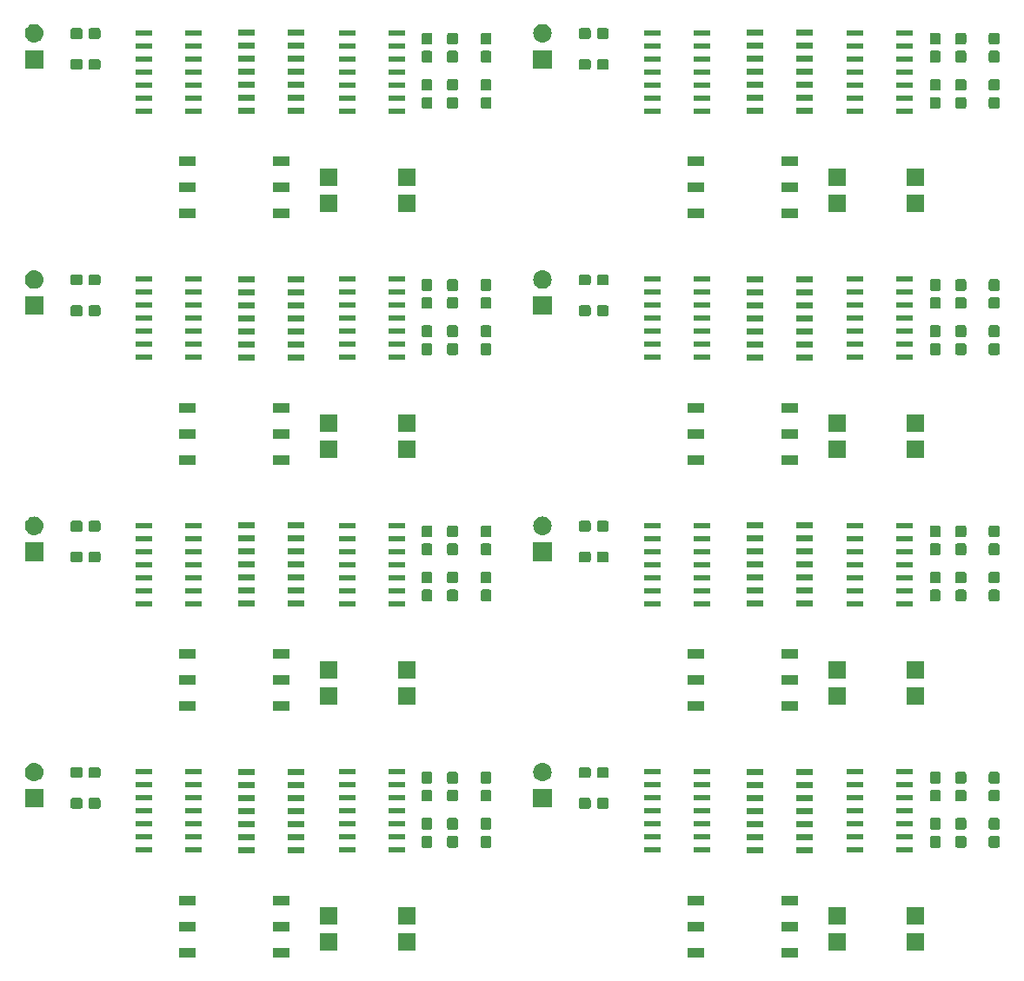
<source format=gts>
G04 #@! TF.GenerationSoftware,KiCad,Pcbnew,5.1.4*
G04 #@! TF.CreationDate,2019-11-06T22:36:36+09:00*
G04 #@! TF.ProjectId,computerScienceExperience2,636f6d70-7574-4657-9253-6369656e6365,rev?*
G04 #@! TF.SameCoordinates,Original*
G04 #@! TF.FileFunction,Soldermask,Top*
G04 #@! TF.FilePolarity,Negative*
%FSLAX46Y46*%
G04 Gerber Fmt 4.6, Leading zero omitted, Abs format (unit mm)*
G04 Created by KiCad (PCBNEW 5.1.4) date 2019-11-06 22:36:36*
%MOMM*%
%LPD*%
G04 APERTURE LIST*
%ADD10C,0.100000*%
G04 APERTURE END LIST*
D10*
G36*
X178885000Y-150491000D02*
G01*
X177259000Y-150491000D01*
X177259000Y-149589000D01*
X178885000Y-149589000D01*
X178885000Y-150491000D01*
X178885000Y-150491000D01*
G37*
G36*
X129385000Y-150491000D02*
G01*
X127759000Y-150491000D01*
X127759000Y-149589000D01*
X129385000Y-149589000D01*
X129385000Y-150491000D01*
X129385000Y-150491000D01*
G37*
G36*
X120241000Y-150491000D02*
G01*
X118615000Y-150491000D01*
X118615000Y-149589000D01*
X120241000Y-149589000D01*
X120241000Y-150491000D01*
X120241000Y-150491000D01*
G37*
G36*
X169741000Y-150491000D02*
G01*
X168115000Y-150491000D01*
X168115000Y-149589000D01*
X169741000Y-149589000D01*
X169741000Y-150491000D01*
X169741000Y-150491000D01*
G37*
G36*
X134041000Y-149871000D02*
G01*
X132339000Y-149871000D01*
X132339000Y-148169000D01*
X134041000Y-148169000D01*
X134041000Y-149871000D01*
X134041000Y-149871000D01*
G37*
G36*
X191161000Y-149871000D02*
G01*
X189459000Y-149871000D01*
X189459000Y-148169000D01*
X191161000Y-148169000D01*
X191161000Y-149871000D01*
X191161000Y-149871000D01*
G37*
G36*
X183541000Y-149871000D02*
G01*
X181839000Y-149871000D01*
X181839000Y-148169000D01*
X183541000Y-148169000D01*
X183541000Y-149871000D01*
X183541000Y-149871000D01*
G37*
G36*
X141661000Y-149871000D02*
G01*
X139959000Y-149871000D01*
X139959000Y-148169000D01*
X141661000Y-148169000D01*
X141661000Y-149871000D01*
X141661000Y-149871000D01*
G37*
G36*
X178885000Y-147951000D02*
G01*
X177259000Y-147951000D01*
X177259000Y-147049000D01*
X178885000Y-147049000D01*
X178885000Y-147951000D01*
X178885000Y-147951000D01*
G37*
G36*
X169741000Y-147951000D02*
G01*
X168115000Y-147951000D01*
X168115000Y-147049000D01*
X169741000Y-147049000D01*
X169741000Y-147951000D01*
X169741000Y-147951000D01*
G37*
G36*
X129385000Y-147951000D02*
G01*
X127759000Y-147951000D01*
X127759000Y-147049000D01*
X129385000Y-147049000D01*
X129385000Y-147951000D01*
X129385000Y-147951000D01*
G37*
G36*
X120241000Y-147951000D02*
G01*
X118615000Y-147951000D01*
X118615000Y-147049000D01*
X120241000Y-147049000D01*
X120241000Y-147951000D01*
X120241000Y-147951000D01*
G37*
G36*
X141661000Y-147331000D02*
G01*
X139959000Y-147331000D01*
X139959000Y-145629000D01*
X141661000Y-145629000D01*
X141661000Y-147331000D01*
X141661000Y-147331000D01*
G37*
G36*
X191161000Y-147331000D02*
G01*
X189459000Y-147331000D01*
X189459000Y-145629000D01*
X191161000Y-145629000D01*
X191161000Y-147331000D01*
X191161000Y-147331000D01*
G37*
G36*
X183541000Y-147331000D02*
G01*
X181839000Y-147331000D01*
X181839000Y-145629000D01*
X183541000Y-145629000D01*
X183541000Y-147331000D01*
X183541000Y-147331000D01*
G37*
G36*
X134041000Y-147331000D02*
G01*
X132339000Y-147331000D01*
X132339000Y-145629000D01*
X134041000Y-145629000D01*
X134041000Y-147331000D01*
X134041000Y-147331000D01*
G37*
G36*
X129385000Y-145411000D02*
G01*
X127759000Y-145411000D01*
X127759000Y-144509000D01*
X129385000Y-144509000D01*
X129385000Y-145411000D01*
X129385000Y-145411000D01*
G37*
G36*
X169741000Y-145411000D02*
G01*
X168115000Y-145411000D01*
X168115000Y-144509000D01*
X169741000Y-144509000D01*
X169741000Y-145411000D01*
X169741000Y-145411000D01*
G37*
G36*
X120241000Y-145411000D02*
G01*
X118615000Y-145411000D01*
X118615000Y-144509000D01*
X120241000Y-144509000D01*
X120241000Y-145411000D01*
X120241000Y-145411000D01*
G37*
G36*
X178885000Y-145411000D02*
G01*
X177259000Y-145411000D01*
X177259000Y-144509000D01*
X178885000Y-144509000D01*
X178885000Y-145411000D01*
X178885000Y-145411000D01*
G37*
G36*
X126011000Y-140361000D02*
G01*
X124409000Y-140361000D01*
X124409000Y-139759000D01*
X126011000Y-139759000D01*
X126011000Y-140361000D01*
X126011000Y-140361000D01*
G37*
G36*
X180337000Y-140361000D02*
G01*
X178735000Y-140361000D01*
X178735000Y-139759000D01*
X180337000Y-139759000D01*
X180337000Y-140361000D01*
X180337000Y-140361000D01*
G37*
G36*
X175511000Y-140361000D02*
G01*
X173909000Y-140361000D01*
X173909000Y-139759000D01*
X175511000Y-139759000D01*
X175511000Y-140361000D01*
X175511000Y-140361000D01*
G37*
G36*
X130837000Y-140361000D02*
G01*
X129235000Y-140361000D01*
X129235000Y-139759000D01*
X130837000Y-139759000D01*
X130837000Y-140361000D01*
X130837000Y-140361000D01*
G37*
G36*
X165511000Y-140321000D02*
G01*
X163909000Y-140321000D01*
X163909000Y-139799000D01*
X165511000Y-139799000D01*
X165511000Y-140321000D01*
X165511000Y-140321000D01*
G37*
G36*
X170337000Y-140321000D02*
G01*
X168735000Y-140321000D01*
X168735000Y-139799000D01*
X170337000Y-139799000D01*
X170337000Y-140321000D01*
X170337000Y-140321000D01*
G37*
G36*
X116011000Y-140321000D02*
G01*
X114409000Y-140321000D01*
X114409000Y-139799000D01*
X116011000Y-139799000D01*
X116011000Y-140321000D01*
X116011000Y-140321000D01*
G37*
G36*
X120837000Y-140321000D02*
G01*
X119235000Y-140321000D01*
X119235000Y-139799000D01*
X120837000Y-139799000D01*
X120837000Y-140321000D01*
X120837000Y-140321000D01*
G37*
G36*
X185261000Y-140321000D02*
G01*
X183659000Y-140321000D01*
X183659000Y-139799000D01*
X185261000Y-139799000D01*
X185261000Y-140321000D01*
X185261000Y-140321000D01*
G37*
G36*
X190087000Y-140321000D02*
G01*
X188485000Y-140321000D01*
X188485000Y-139799000D01*
X190087000Y-139799000D01*
X190087000Y-140321000D01*
X190087000Y-140321000D01*
G37*
G36*
X135761000Y-140321000D02*
G01*
X134159000Y-140321000D01*
X134159000Y-139799000D01*
X135761000Y-139799000D01*
X135761000Y-140321000D01*
X135761000Y-140321000D01*
G37*
G36*
X140587000Y-140321000D02*
G01*
X138985000Y-140321000D01*
X138985000Y-139799000D01*
X140587000Y-139799000D01*
X140587000Y-140321000D01*
X140587000Y-140321000D01*
G37*
G36*
X148864499Y-138678445D02*
G01*
X148901995Y-138689820D01*
X148936554Y-138708292D01*
X148966847Y-138733153D01*
X148991708Y-138763446D01*
X149010180Y-138798005D01*
X149021555Y-138835501D01*
X149026000Y-138880638D01*
X149026000Y-139619362D01*
X149021555Y-139664499D01*
X149010180Y-139701995D01*
X148991708Y-139736554D01*
X148966847Y-139766847D01*
X148936554Y-139791708D01*
X148901995Y-139810180D01*
X148864499Y-139821555D01*
X148819362Y-139826000D01*
X148180638Y-139826000D01*
X148135501Y-139821555D01*
X148098005Y-139810180D01*
X148063446Y-139791708D01*
X148033153Y-139766847D01*
X148008292Y-139736554D01*
X147989820Y-139701995D01*
X147978445Y-139664499D01*
X147974000Y-139619362D01*
X147974000Y-138880638D01*
X147978445Y-138835501D01*
X147989820Y-138798005D01*
X148008292Y-138763446D01*
X148033153Y-138733153D01*
X148063446Y-138708292D01*
X148098005Y-138689820D01*
X148135501Y-138678445D01*
X148180638Y-138674000D01*
X148819362Y-138674000D01*
X148864499Y-138678445D01*
X148864499Y-138678445D01*
G37*
G36*
X198364499Y-138678445D02*
G01*
X198401995Y-138689820D01*
X198436554Y-138708292D01*
X198466847Y-138733153D01*
X198491708Y-138763446D01*
X198510180Y-138798005D01*
X198521555Y-138835501D01*
X198526000Y-138880638D01*
X198526000Y-139619362D01*
X198521555Y-139664499D01*
X198510180Y-139701995D01*
X198491708Y-139736554D01*
X198466847Y-139766847D01*
X198436554Y-139791708D01*
X198401995Y-139810180D01*
X198364499Y-139821555D01*
X198319362Y-139826000D01*
X197680638Y-139826000D01*
X197635501Y-139821555D01*
X197598005Y-139810180D01*
X197563446Y-139791708D01*
X197533153Y-139766847D01*
X197508292Y-139736554D01*
X197489820Y-139701995D01*
X197478445Y-139664499D01*
X197474000Y-139619362D01*
X197474000Y-138880638D01*
X197478445Y-138835501D01*
X197489820Y-138798005D01*
X197508292Y-138763446D01*
X197533153Y-138733153D01*
X197563446Y-138708292D01*
X197598005Y-138689820D01*
X197635501Y-138678445D01*
X197680638Y-138674000D01*
X198319362Y-138674000D01*
X198364499Y-138678445D01*
X198364499Y-138678445D01*
G37*
G36*
X192614499Y-138678445D02*
G01*
X192651995Y-138689820D01*
X192686554Y-138708292D01*
X192716847Y-138733153D01*
X192741708Y-138763446D01*
X192760180Y-138798005D01*
X192771555Y-138835501D01*
X192776000Y-138880638D01*
X192776000Y-139619362D01*
X192771555Y-139664499D01*
X192760180Y-139701995D01*
X192741708Y-139736554D01*
X192716847Y-139766847D01*
X192686554Y-139791708D01*
X192651995Y-139810180D01*
X192614499Y-139821555D01*
X192569362Y-139826000D01*
X191930638Y-139826000D01*
X191885501Y-139821555D01*
X191848005Y-139810180D01*
X191813446Y-139791708D01*
X191783153Y-139766847D01*
X191758292Y-139736554D01*
X191739820Y-139701995D01*
X191728445Y-139664499D01*
X191724000Y-139619362D01*
X191724000Y-138880638D01*
X191728445Y-138835501D01*
X191739820Y-138798005D01*
X191758292Y-138763446D01*
X191783153Y-138733153D01*
X191813446Y-138708292D01*
X191848005Y-138689820D01*
X191885501Y-138678445D01*
X191930638Y-138674000D01*
X192569362Y-138674000D01*
X192614499Y-138678445D01*
X192614499Y-138678445D01*
G37*
G36*
X143114499Y-138678445D02*
G01*
X143151995Y-138689820D01*
X143186554Y-138708292D01*
X143216847Y-138733153D01*
X143241708Y-138763446D01*
X143260180Y-138798005D01*
X143271555Y-138835501D01*
X143276000Y-138880638D01*
X143276000Y-139619362D01*
X143271555Y-139664499D01*
X143260180Y-139701995D01*
X143241708Y-139736554D01*
X143216847Y-139766847D01*
X143186554Y-139791708D01*
X143151995Y-139810180D01*
X143114499Y-139821555D01*
X143069362Y-139826000D01*
X142430638Y-139826000D01*
X142385501Y-139821555D01*
X142348005Y-139810180D01*
X142313446Y-139791708D01*
X142283153Y-139766847D01*
X142258292Y-139736554D01*
X142239820Y-139701995D01*
X142228445Y-139664499D01*
X142224000Y-139619362D01*
X142224000Y-138880638D01*
X142228445Y-138835501D01*
X142239820Y-138798005D01*
X142258292Y-138763446D01*
X142283153Y-138733153D01*
X142313446Y-138708292D01*
X142348005Y-138689820D01*
X142385501Y-138678445D01*
X142430638Y-138674000D01*
X143069362Y-138674000D01*
X143114499Y-138678445D01*
X143114499Y-138678445D01*
G37*
G36*
X195114499Y-138678445D02*
G01*
X195151995Y-138689820D01*
X195186554Y-138708292D01*
X195216847Y-138733153D01*
X195241708Y-138763446D01*
X195260180Y-138798005D01*
X195271555Y-138835501D01*
X195276000Y-138880638D01*
X195276000Y-139619362D01*
X195271555Y-139664499D01*
X195260180Y-139701995D01*
X195241708Y-139736554D01*
X195216847Y-139766847D01*
X195186554Y-139791708D01*
X195151995Y-139810180D01*
X195114499Y-139821555D01*
X195069362Y-139826000D01*
X194430638Y-139826000D01*
X194385501Y-139821555D01*
X194348005Y-139810180D01*
X194313446Y-139791708D01*
X194283153Y-139766847D01*
X194258292Y-139736554D01*
X194239820Y-139701995D01*
X194228445Y-139664499D01*
X194224000Y-139619362D01*
X194224000Y-138880638D01*
X194228445Y-138835501D01*
X194239820Y-138798005D01*
X194258292Y-138763446D01*
X194283153Y-138733153D01*
X194313446Y-138708292D01*
X194348005Y-138689820D01*
X194385501Y-138678445D01*
X194430638Y-138674000D01*
X195069362Y-138674000D01*
X195114499Y-138678445D01*
X195114499Y-138678445D01*
G37*
G36*
X145614499Y-138678445D02*
G01*
X145651995Y-138689820D01*
X145686554Y-138708292D01*
X145716847Y-138733153D01*
X145741708Y-138763446D01*
X145760180Y-138798005D01*
X145771555Y-138835501D01*
X145776000Y-138880638D01*
X145776000Y-139619362D01*
X145771555Y-139664499D01*
X145760180Y-139701995D01*
X145741708Y-139736554D01*
X145716847Y-139766847D01*
X145686554Y-139791708D01*
X145651995Y-139810180D01*
X145614499Y-139821555D01*
X145569362Y-139826000D01*
X144930638Y-139826000D01*
X144885501Y-139821555D01*
X144848005Y-139810180D01*
X144813446Y-139791708D01*
X144783153Y-139766847D01*
X144758292Y-139736554D01*
X144739820Y-139701995D01*
X144728445Y-139664499D01*
X144724000Y-139619362D01*
X144724000Y-138880638D01*
X144728445Y-138835501D01*
X144739820Y-138798005D01*
X144758292Y-138763446D01*
X144783153Y-138733153D01*
X144813446Y-138708292D01*
X144848005Y-138689820D01*
X144885501Y-138678445D01*
X144930638Y-138674000D01*
X145569362Y-138674000D01*
X145614499Y-138678445D01*
X145614499Y-138678445D01*
G37*
G36*
X180337000Y-139091000D02*
G01*
X178735000Y-139091000D01*
X178735000Y-138489000D01*
X180337000Y-138489000D01*
X180337000Y-139091000D01*
X180337000Y-139091000D01*
G37*
G36*
X175511000Y-139091000D02*
G01*
X173909000Y-139091000D01*
X173909000Y-138489000D01*
X175511000Y-138489000D01*
X175511000Y-139091000D01*
X175511000Y-139091000D01*
G37*
G36*
X130837000Y-139091000D02*
G01*
X129235000Y-139091000D01*
X129235000Y-138489000D01*
X130837000Y-138489000D01*
X130837000Y-139091000D01*
X130837000Y-139091000D01*
G37*
G36*
X126011000Y-139091000D02*
G01*
X124409000Y-139091000D01*
X124409000Y-138489000D01*
X126011000Y-138489000D01*
X126011000Y-139091000D01*
X126011000Y-139091000D01*
G37*
G36*
X120837000Y-139051000D02*
G01*
X119235000Y-139051000D01*
X119235000Y-138529000D01*
X120837000Y-138529000D01*
X120837000Y-139051000D01*
X120837000Y-139051000D01*
G37*
G36*
X190087000Y-139051000D02*
G01*
X188485000Y-139051000D01*
X188485000Y-138529000D01*
X190087000Y-138529000D01*
X190087000Y-139051000D01*
X190087000Y-139051000D01*
G37*
G36*
X185261000Y-139051000D02*
G01*
X183659000Y-139051000D01*
X183659000Y-138529000D01*
X185261000Y-138529000D01*
X185261000Y-139051000D01*
X185261000Y-139051000D01*
G37*
G36*
X170337000Y-139051000D02*
G01*
X168735000Y-139051000D01*
X168735000Y-138529000D01*
X170337000Y-138529000D01*
X170337000Y-139051000D01*
X170337000Y-139051000D01*
G37*
G36*
X140587000Y-139051000D02*
G01*
X138985000Y-139051000D01*
X138985000Y-138529000D01*
X140587000Y-138529000D01*
X140587000Y-139051000D01*
X140587000Y-139051000D01*
G37*
G36*
X135761000Y-139051000D02*
G01*
X134159000Y-139051000D01*
X134159000Y-138529000D01*
X135761000Y-138529000D01*
X135761000Y-139051000D01*
X135761000Y-139051000D01*
G37*
G36*
X116011000Y-139051000D02*
G01*
X114409000Y-139051000D01*
X114409000Y-138529000D01*
X116011000Y-138529000D01*
X116011000Y-139051000D01*
X116011000Y-139051000D01*
G37*
G36*
X165511000Y-139051000D02*
G01*
X163909000Y-139051000D01*
X163909000Y-138529000D01*
X165511000Y-138529000D01*
X165511000Y-139051000D01*
X165511000Y-139051000D01*
G37*
G36*
X145614499Y-136928445D02*
G01*
X145651995Y-136939820D01*
X145686554Y-136958292D01*
X145716847Y-136983153D01*
X145741708Y-137013446D01*
X145760180Y-137048005D01*
X145771555Y-137085501D01*
X145776000Y-137130638D01*
X145776000Y-137869362D01*
X145771555Y-137914499D01*
X145760180Y-137951995D01*
X145741708Y-137986554D01*
X145716847Y-138016847D01*
X145686554Y-138041708D01*
X145651995Y-138060180D01*
X145614499Y-138071555D01*
X145569362Y-138076000D01*
X144930638Y-138076000D01*
X144885501Y-138071555D01*
X144848005Y-138060180D01*
X144813446Y-138041708D01*
X144783153Y-138016847D01*
X144758292Y-137986554D01*
X144739820Y-137951995D01*
X144728445Y-137914499D01*
X144724000Y-137869362D01*
X144724000Y-137130638D01*
X144728445Y-137085501D01*
X144739820Y-137048005D01*
X144758292Y-137013446D01*
X144783153Y-136983153D01*
X144813446Y-136958292D01*
X144848005Y-136939820D01*
X144885501Y-136928445D01*
X144930638Y-136924000D01*
X145569362Y-136924000D01*
X145614499Y-136928445D01*
X145614499Y-136928445D01*
G37*
G36*
X198364499Y-136928445D02*
G01*
X198401995Y-136939820D01*
X198436554Y-136958292D01*
X198466847Y-136983153D01*
X198491708Y-137013446D01*
X198510180Y-137048005D01*
X198521555Y-137085501D01*
X198526000Y-137130638D01*
X198526000Y-137869362D01*
X198521555Y-137914499D01*
X198510180Y-137951995D01*
X198491708Y-137986554D01*
X198466847Y-138016847D01*
X198436554Y-138041708D01*
X198401995Y-138060180D01*
X198364499Y-138071555D01*
X198319362Y-138076000D01*
X197680638Y-138076000D01*
X197635501Y-138071555D01*
X197598005Y-138060180D01*
X197563446Y-138041708D01*
X197533153Y-138016847D01*
X197508292Y-137986554D01*
X197489820Y-137951995D01*
X197478445Y-137914499D01*
X197474000Y-137869362D01*
X197474000Y-137130638D01*
X197478445Y-137085501D01*
X197489820Y-137048005D01*
X197508292Y-137013446D01*
X197533153Y-136983153D01*
X197563446Y-136958292D01*
X197598005Y-136939820D01*
X197635501Y-136928445D01*
X197680638Y-136924000D01*
X198319362Y-136924000D01*
X198364499Y-136928445D01*
X198364499Y-136928445D01*
G37*
G36*
X192614499Y-136928445D02*
G01*
X192651995Y-136939820D01*
X192686554Y-136958292D01*
X192716847Y-136983153D01*
X192741708Y-137013446D01*
X192760180Y-137048005D01*
X192771555Y-137085501D01*
X192776000Y-137130638D01*
X192776000Y-137869362D01*
X192771555Y-137914499D01*
X192760180Y-137951995D01*
X192741708Y-137986554D01*
X192716847Y-138016847D01*
X192686554Y-138041708D01*
X192651995Y-138060180D01*
X192614499Y-138071555D01*
X192569362Y-138076000D01*
X191930638Y-138076000D01*
X191885501Y-138071555D01*
X191848005Y-138060180D01*
X191813446Y-138041708D01*
X191783153Y-138016847D01*
X191758292Y-137986554D01*
X191739820Y-137951995D01*
X191728445Y-137914499D01*
X191724000Y-137869362D01*
X191724000Y-137130638D01*
X191728445Y-137085501D01*
X191739820Y-137048005D01*
X191758292Y-137013446D01*
X191783153Y-136983153D01*
X191813446Y-136958292D01*
X191848005Y-136939820D01*
X191885501Y-136928445D01*
X191930638Y-136924000D01*
X192569362Y-136924000D01*
X192614499Y-136928445D01*
X192614499Y-136928445D01*
G37*
G36*
X148864499Y-136928445D02*
G01*
X148901995Y-136939820D01*
X148936554Y-136958292D01*
X148966847Y-136983153D01*
X148991708Y-137013446D01*
X149010180Y-137048005D01*
X149021555Y-137085501D01*
X149026000Y-137130638D01*
X149026000Y-137869362D01*
X149021555Y-137914499D01*
X149010180Y-137951995D01*
X148991708Y-137986554D01*
X148966847Y-138016847D01*
X148936554Y-138041708D01*
X148901995Y-138060180D01*
X148864499Y-138071555D01*
X148819362Y-138076000D01*
X148180638Y-138076000D01*
X148135501Y-138071555D01*
X148098005Y-138060180D01*
X148063446Y-138041708D01*
X148033153Y-138016847D01*
X148008292Y-137986554D01*
X147989820Y-137951995D01*
X147978445Y-137914499D01*
X147974000Y-137869362D01*
X147974000Y-137130638D01*
X147978445Y-137085501D01*
X147989820Y-137048005D01*
X148008292Y-137013446D01*
X148033153Y-136983153D01*
X148063446Y-136958292D01*
X148098005Y-136939820D01*
X148135501Y-136928445D01*
X148180638Y-136924000D01*
X148819362Y-136924000D01*
X148864499Y-136928445D01*
X148864499Y-136928445D01*
G37*
G36*
X143114499Y-136928445D02*
G01*
X143151995Y-136939820D01*
X143186554Y-136958292D01*
X143216847Y-136983153D01*
X143241708Y-137013446D01*
X143260180Y-137048005D01*
X143271555Y-137085501D01*
X143276000Y-137130638D01*
X143276000Y-137869362D01*
X143271555Y-137914499D01*
X143260180Y-137951995D01*
X143241708Y-137986554D01*
X143216847Y-138016847D01*
X143186554Y-138041708D01*
X143151995Y-138060180D01*
X143114499Y-138071555D01*
X143069362Y-138076000D01*
X142430638Y-138076000D01*
X142385501Y-138071555D01*
X142348005Y-138060180D01*
X142313446Y-138041708D01*
X142283153Y-138016847D01*
X142258292Y-137986554D01*
X142239820Y-137951995D01*
X142228445Y-137914499D01*
X142224000Y-137869362D01*
X142224000Y-137130638D01*
X142228445Y-137085501D01*
X142239820Y-137048005D01*
X142258292Y-137013446D01*
X142283153Y-136983153D01*
X142313446Y-136958292D01*
X142348005Y-136939820D01*
X142385501Y-136928445D01*
X142430638Y-136924000D01*
X143069362Y-136924000D01*
X143114499Y-136928445D01*
X143114499Y-136928445D01*
G37*
G36*
X195114499Y-136928445D02*
G01*
X195151995Y-136939820D01*
X195186554Y-136958292D01*
X195216847Y-136983153D01*
X195241708Y-137013446D01*
X195260180Y-137048005D01*
X195271555Y-137085501D01*
X195276000Y-137130638D01*
X195276000Y-137869362D01*
X195271555Y-137914499D01*
X195260180Y-137951995D01*
X195241708Y-137986554D01*
X195216847Y-138016847D01*
X195186554Y-138041708D01*
X195151995Y-138060180D01*
X195114499Y-138071555D01*
X195069362Y-138076000D01*
X194430638Y-138076000D01*
X194385501Y-138071555D01*
X194348005Y-138060180D01*
X194313446Y-138041708D01*
X194283153Y-138016847D01*
X194258292Y-137986554D01*
X194239820Y-137951995D01*
X194228445Y-137914499D01*
X194224000Y-137869362D01*
X194224000Y-137130638D01*
X194228445Y-137085501D01*
X194239820Y-137048005D01*
X194258292Y-137013446D01*
X194283153Y-136983153D01*
X194313446Y-136958292D01*
X194348005Y-136939820D01*
X194385501Y-136928445D01*
X194430638Y-136924000D01*
X195069362Y-136924000D01*
X195114499Y-136928445D01*
X195114499Y-136928445D01*
G37*
G36*
X180337000Y-137821000D02*
G01*
X178735000Y-137821000D01*
X178735000Y-137219000D01*
X180337000Y-137219000D01*
X180337000Y-137821000D01*
X180337000Y-137821000D01*
G37*
G36*
X175511000Y-137821000D02*
G01*
X173909000Y-137821000D01*
X173909000Y-137219000D01*
X175511000Y-137219000D01*
X175511000Y-137821000D01*
X175511000Y-137821000D01*
G37*
G36*
X130837000Y-137821000D02*
G01*
X129235000Y-137821000D01*
X129235000Y-137219000D01*
X130837000Y-137219000D01*
X130837000Y-137821000D01*
X130837000Y-137821000D01*
G37*
G36*
X126011000Y-137821000D02*
G01*
X124409000Y-137821000D01*
X124409000Y-137219000D01*
X126011000Y-137219000D01*
X126011000Y-137821000D01*
X126011000Y-137821000D01*
G37*
G36*
X135761000Y-137781000D02*
G01*
X134159000Y-137781000D01*
X134159000Y-137259000D01*
X135761000Y-137259000D01*
X135761000Y-137781000D01*
X135761000Y-137781000D01*
G37*
G36*
X185261000Y-137781000D02*
G01*
X183659000Y-137781000D01*
X183659000Y-137259000D01*
X185261000Y-137259000D01*
X185261000Y-137781000D01*
X185261000Y-137781000D01*
G37*
G36*
X190087000Y-137781000D02*
G01*
X188485000Y-137781000D01*
X188485000Y-137259000D01*
X190087000Y-137259000D01*
X190087000Y-137781000D01*
X190087000Y-137781000D01*
G37*
G36*
X120837000Y-137781000D02*
G01*
X119235000Y-137781000D01*
X119235000Y-137259000D01*
X120837000Y-137259000D01*
X120837000Y-137781000D01*
X120837000Y-137781000D01*
G37*
G36*
X116011000Y-137781000D02*
G01*
X114409000Y-137781000D01*
X114409000Y-137259000D01*
X116011000Y-137259000D01*
X116011000Y-137781000D01*
X116011000Y-137781000D01*
G37*
G36*
X140587000Y-137781000D02*
G01*
X138985000Y-137781000D01*
X138985000Y-137259000D01*
X140587000Y-137259000D01*
X140587000Y-137781000D01*
X140587000Y-137781000D01*
G37*
G36*
X170337000Y-137781000D02*
G01*
X168735000Y-137781000D01*
X168735000Y-137259000D01*
X170337000Y-137259000D01*
X170337000Y-137781000D01*
X170337000Y-137781000D01*
G37*
G36*
X165511000Y-137781000D02*
G01*
X163909000Y-137781000D01*
X163909000Y-137259000D01*
X165511000Y-137259000D01*
X165511000Y-137781000D01*
X165511000Y-137781000D01*
G37*
G36*
X175511000Y-136551000D02*
G01*
X173909000Y-136551000D01*
X173909000Y-135949000D01*
X175511000Y-135949000D01*
X175511000Y-136551000D01*
X175511000Y-136551000D01*
G37*
G36*
X180337000Y-136551000D02*
G01*
X178735000Y-136551000D01*
X178735000Y-135949000D01*
X180337000Y-135949000D01*
X180337000Y-136551000D01*
X180337000Y-136551000D01*
G37*
G36*
X130837000Y-136551000D02*
G01*
X129235000Y-136551000D01*
X129235000Y-135949000D01*
X130837000Y-135949000D01*
X130837000Y-136551000D01*
X130837000Y-136551000D01*
G37*
G36*
X126011000Y-136551000D02*
G01*
X124409000Y-136551000D01*
X124409000Y-135949000D01*
X126011000Y-135949000D01*
X126011000Y-136551000D01*
X126011000Y-136551000D01*
G37*
G36*
X140587000Y-136511000D02*
G01*
X138985000Y-136511000D01*
X138985000Y-135989000D01*
X140587000Y-135989000D01*
X140587000Y-136511000D01*
X140587000Y-136511000D01*
G37*
G36*
X190087000Y-136511000D02*
G01*
X188485000Y-136511000D01*
X188485000Y-135989000D01*
X190087000Y-135989000D01*
X190087000Y-136511000D01*
X190087000Y-136511000D01*
G37*
G36*
X165511000Y-136511000D02*
G01*
X163909000Y-136511000D01*
X163909000Y-135989000D01*
X165511000Y-135989000D01*
X165511000Y-136511000D01*
X165511000Y-136511000D01*
G37*
G36*
X170337000Y-136511000D02*
G01*
X168735000Y-136511000D01*
X168735000Y-135989000D01*
X170337000Y-135989000D01*
X170337000Y-136511000D01*
X170337000Y-136511000D01*
G37*
G36*
X116011000Y-136511000D02*
G01*
X114409000Y-136511000D01*
X114409000Y-135989000D01*
X116011000Y-135989000D01*
X116011000Y-136511000D01*
X116011000Y-136511000D01*
G37*
G36*
X135761000Y-136511000D02*
G01*
X134159000Y-136511000D01*
X134159000Y-135989000D01*
X135761000Y-135989000D01*
X135761000Y-136511000D01*
X135761000Y-136511000D01*
G37*
G36*
X185261000Y-136511000D02*
G01*
X183659000Y-136511000D01*
X183659000Y-135989000D01*
X185261000Y-135989000D01*
X185261000Y-136511000D01*
X185261000Y-136511000D01*
G37*
G36*
X120837000Y-136511000D02*
G01*
X119235000Y-136511000D01*
X119235000Y-135989000D01*
X120837000Y-135989000D01*
X120837000Y-136511000D01*
X120837000Y-136511000D01*
G37*
G36*
X160289499Y-134978445D02*
G01*
X160326995Y-134989820D01*
X160361554Y-135008292D01*
X160391847Y-135033153D01*
X160416708Y-135063446D01*
X160435180Y-135098005D01*
X160446555Y-135135501D01*
X160451000Y-135180638D01*
X160451000Y-135819362D01*
X160446555Y-135864499D01*
X160435180Y-135901995D01*
X160416708Y-135936554D01*
X160391847Y-135966847D01*
X160361554Y-135991708D01*
X160326995Y-136010180D01*
X160289499Y-136021555D01*
X160244362Y-136026000D01*
X159505638Y-136026000D01*
X159460501Y-136021555D01*
X159423005Y-136010180D01*
X159388446Y-135991708D01*
X159358153Y-135966847D01*
X159333292Y-135936554D01*
X159314820Y-135901995D01*
X159303445Y-135864499D01*
X159299000Y-135819362D01*
X159299000Y-135180638D01*
X159303445Y-135135501D01*
X159314820Y-135098005D01*
X159333292Y-135063446D01*
X159358153Y-135033153D01*
X159388446Y-135008292D01*
X159423005Y-134989820D01*
X159460501Y-134978445D01*
X159505638Y-134974000D01*
X160244362Y-134974000D01*
X160289499Y-134978445D01*
X160289499Y-134978445D01*
G37*
G36*
X158539499Y-134978445D02*
G01*
X158576995Y-134989820D01*
X158611554Y-135008292D01*
X158641847Y-135033153D01*
X158666708Y-135063446D01*
X158685180Y-135098005D01*
X158696555Y-135135501D01*
X158701000Y-135180638D01*
X158701000Y-135819362D01*
X158696555Y-135864499D01*
X158685180Y-135901995D01*
X158666708Y-135936554D01*
X158641847Y-135966847D01*
X158611554Y-135991708D01*
X158576995Y-136010180D01*
X158539499Y-136021555D01*
X158494362Y-136026000D01*
X157755638Y-136026000D01*
X157710501Y-136021555D01*
X157673005Y-136010180D01*
X157638446Y-135991708D01*
X157608153Y-135966847D01*
X157583292Y-135936554D01*
X157564820Y-135901995D01*
X157553445Y-135864499D01*
X157549000Y-135819362D01*
X157549000Y-135180638D01*
X157553445Y-135135501D01*
X157564820Y-135098005D01*
X157583292Y-135063446D01*
X157608153Y-135033153D01*
X157638446Y-135008292D01*
X157673005Y-134989820D01*
X157710501Y-134978445D01*
X157755638Y-134974000D01*
X158494362Y-134974000D01*
X158539499Y-134978445D01*
X158539499Y-134978445D01*
G37*
G36*
X110789499Y-134978445D02*
G01*
X110826995Y-134989820D01*
X110861554Y-135008292D01*
X110891847Y-135033153D01*
X110916708Y-135063446D01*
X110935180Y-135098005D01*
X110946555Y-135135501D01*
X110951000Y-135180638D01*
X110951000Y-135819362D01*
X110946555Y-135864499D01*
X110935180Y-135901995D01*
X110916708Y-135936554D01*
X110891847Y-135966847D01*
X110861554Y-135991708D01*
X110826995Y-136010180D01*
X110789499Y-136021555D01*
X110744362Y-136026000D01*
X110005638Y-136026000D01*
X109960501Y-136021555D01*
X109923005Y-136010180D01*
X109888446Y-135991708D01*
X109858153Y-135966847D01*
X109833292Y-135936554D01*
X109814820Y-135901995D01*
X109803445Y-135864499D01*
X109799000Y-135819362D01*
X109799000Y-135180638D01*
X109803445Y-135135501D01*
X109814820Y-135098005D01*
X109833292Y-135063446D01*
X109858153Y-135033153D01*
X109888446Y-135008292D01*
X109923005Y-134989820D01*
X109960501Y-134978445D01*
X110005638Y-134974000D01*
X110744362Y-134974000D01*
X110789499Y-134978445D01*
X110789499Y-134978445D01*
G37*
G36*
X109039499Y-134978445D02*
G01*
X109076995Y-134989820D01*
X109111554Y-135008292D01*
X109141847Y-135033153D01*
X109166708Y-135063446D01*
X109185180Y-135098005D01*
X109196555Y-135135501D01*
X109201000Y-135180638D01*
X109201000Y-135819362D01*
X109196555Y-135864499D01*
X109185180Y-135901995D01*
X109166708Y-135936554D01*
X109141847Y-135966847D01*
X109111554Y-135991708D01*
X109076995Y-136010180D01*
X109039499Y-136021555D01*
X108994362Y-136026000D01*
X108255638Y-136026000D01*
X108210501Y-136021555D01*
X108173005Y-136010180D01*
X108138446Y-135991708D01*
X108108153Y-135966847D01*
X108083292Y-135936554D01*
X108064820Y-135901995D01*
X108053445Y-135864499D01*
X108049000Y-135819362D01*
X108049000Y-135180638D01*
X108053445Y-135135501D01*
X108064820Y-135098005D01*
X108083292Y-135063446D01*
X108108153Y-135033153D01*
X108138446Y-135008292D01*
X108173005Y-134989820D01*
X108210501Y-134978445D01*
X108255638Y-134974000D01*
X108994362Y-134974000D01*
X109039499Y-134978445D01*
X109039499Y-134978445D01*
G37*
G36*
X105401000Y-135901000D02*
G01*
X103599000Y-135901000D01*
X103599000Y-134099000D01*
X105401000Y-134099000D01*
X105401000Y-135901000D01*
X105401000Y-135901000D01*
G37*
G36*
X154901000Y-135901000D02*
G01*
X153099000Y-135901000D01*
X153099000Y-134099000D01*
X154901000Y-134099000D01*
X154901000Y-135901000D01*
X154901000Y-135901000D01*
G37*
G36*
X145614499Y-134178445D02*
G01*
X145651995Y-134189820D01*
X145686554Y-134208292D01*
X145716847Y-134233153D01*
X145741708Y-134263446D01*
X145760180Y-134298005D01*
X145771555Y-134335501D01*
X145776000Y-134380638D01*
X145776000Y-135119362D01*
X145771555Y-135164499D01*
X145760180Y-135201995D01*
X145741708Y-135236554D01*
X145716847Y-135266847D01*
X145686554Y-135291708D01*
X145651995Y-135310180D01*
X145614499Y-135321555D01*
X145569362Y-135326000D01*
X144930638Y-135326000D01*
X144885501Y-135321555D01*
X144848005Y-135310180D01*
X144813446Y-135291708D01*
X144783153Y-135266847D01*
X144758292Y-135236554D01*
X144739820Y-135201995D01*
X144728445Y-135164499D01*
X144724000Y-135119362D01*
X144724000Y-134380638D01*
X144728445Y-134335501D01*
X144739820Y-134298005D01*
X144758292Y-134263446D01*
X144783153Y-134233153D01*
X144813446Y-134208292D01*
X144848005Y-134189820D01*
X144885501Y-134178445D01*
X144930638Y-134174000D01*
X145569362Y-134174000D01*
X145614499Y-134178445D01*
X145614499Y-134178445D01*
G37*
G36*
X148864499Y-134178445D02*
G01*
X148901995Y-134189820D01*
X148936554Y-134208292D01*
X148966847Y-134233153D01*
X148991708Y-134263446D01*
X149010180Y-134298005D01*
X149021555Y-134335501D01*
X149026000Y-134380638D01*
X149026000Y-135119362D01*
X149021555Y-135164499D01*
X149010180Y-135201995D01*
X148991708Y-135236554D01*
X148966847Y-135266847D01*
X148936554Y-135291708D01*
X148901995Y-135310180D01*
X148864499Y-135321555D01*
X148819362Y-135326000D01*
X148180638Y-135326000D01*
X148135501Y-135321555D01*
X148098005Y-135310180D01*
X148063446Y-135291708D01*
X148033153Y-135266847D01*
X148008292Y-135236554D01*
X147989820Y-135201995D01*
X147978445Y-135164499D01*
X147974000Y-135119362D01*
X147974000Y-134380638D01*
X147978445Y-134335501D01*
X147989820Y-134298005D01*
X148008292Y-134263446D01*
X148033153Y-134233153D01*
X148063446Y-134208292D01*
X148098005Y-134189820D01*
X148135501Y-134178445D01*
X148180638Y-134174000D01*
X148819362Y-134174000D01*
X148864499Y-134178445D01*
X148864499Y-134178445D01*
G37*
G36*
X143114499Y-134178445D02*
G01*
X143151995Y-134189820D01*
X143186554Y-134208292D01*
X143216847Y-134233153D01*
X143241708Y-134263446D01*
X143260180Y-134298005D01*
X143271555Y-134335501D01*
X143276000Y-134380638D01*
X143276000Y-135119362D01*
X143271555Y-135164499D01*
X143260180Y-135201995D01*
X143241708Y-135236554D01*
X143216847Y-135266847D01*
X143186554Y-135291708D01*
X143151995Y-135310180D01*
X143114499Y-135321555D01*
X143069362Y-135326000D01*
X142430638Y-135326000D01*
X142385501Y-135321555D01*
X142348005Y-135310180D01*
X142313446Y-135291708D01*
X142283153Y-135266847D01*
X142258292Y-135236554D01*
X142239820Y-135201995D01*
X142228445Y-135164499D01*
X142224000Y-135119362D01*
X142224000Y-134380638D01*
X142228445Y-134335501D01*
X142239820Y-134298005D01*
X142258292Y-134263446D01*
X142283153Y-134233153D01*
X142313446Y-134208292D01*
X142348005Y-134189820D01*
X142385501Y-134178445D01*
X142430638Y-134174000D01*
X143069362Y-134174000D01*
X143114499Y-134178445D01*
X143114499Y-134178445D01*
G37*
G36*
X192614499Y-134178445D02*
G01*
X192651995Y-134189820D01*
X192686554Y-134208292D01*
X192716847Y-134233153D01*
X192741708Y-134263446D01*
X192760180Y-134298005D01*
X192771555Y-134335501D01*
X192776000Y-134380638D01*
X192776000Y-135119362D01*
X192771555Y-135164499D01*
X192760180Y-135201995D01*
X192741708Y-135236554D01*
X192716847Y-135266847D01*
X192686554Y-135291708D01*
X192651995Y-135310180D01*
X192614499Y-135321555D01*
X192569362Y-135326000D01*
X191930638Y-135326000D01*
X191885501Y-135321555D01*
X191848005Y-135310180D01*
X191813446Y-135291708D01*
X191783153Y-135266847D01*
X191758292Y-135236554D01*
X191739820Y-135201995D01*
X191728445Y-135164499D01*
X191724000Y-135119362D01*
X191724000Y-134380638D01*
X191728445Y-134335501D01*
X191739820Y-134298005D01*
X191758292Y-134263446D01*
X191783153Y-134233153D01*
X191813446Y-134208292D01*
X191848005Y-134189820D01*
X191885501Y-134178445D01*
X191930638Y-134174000D01*
X192569362Y-134174000D01*
X192614499Y-134178445D01*
X192614499Y-134178445D01*
G37*
G36*
X195114499Y-134178445D02*
G01*
X195151995Y-134189820D01*
X195186554Y-134208292D01*
X195216847Y-134233153D01*
X195241708Y-134263446D01*
X195260180Y-134298005D01*
X195271555Y-134335501D01*
X195276000Y-134380638D01*
X195276000Y-135119362D01*
X195271555Y-135164499D01*
X195260180Y-135201995D01*
X195241708Y-135236554D01*
X195216847Y-135266847D01*
X195186554Y-135291708D01*
X195151995Y-135310180D01*
X195114499Y-135321555D01*
X195069362Y-135326000D01*
X194430638Y-135326000D01*
X194385501Y-135321555D01*
X194348005Y-135310180D01*
X194313446Y-135291708D01*
X194283153Y-135266847D01*
X194258292Y-135236554D01*
X194239820Y-135201995D01*
X194228445Y-135164499D01*
X194224000Y-135119362D01*
X194224000Y-134380638D01*
X194228445Y-134335501D01*
X194239820Y-134298005D01*
X194258292Y-134263446D01*
X194283153Y-134233153D01*
X194313446Y-134208292D01*
X194348005Y-134189820D01*
X194385501Y-134178445D01*
X194430638Y-134174000D01*
X195069362Y-134174000D01*
X195114499Y-134178445D01*
X195114499Y-134178445D01*
G37*
G36*
X198364499Y-134178445D02*
G01*
X198401995Y-134189820D01*
X198436554Y-134208292D01*
X198466847Y-134233153D01*
X198491708Y-134263446D01*
X198510180Y-134298005D01*
X198521555Y-134335501D01*
X198526000Y-134380638D01*
X198526000Y-135119362D01*
X198521555Y-135164499D01*
X198510180Y-135201995D01*
X198491708Y-135236554D01*
X198466847Y-135266847D01*
X198436554Y-135291708D01*
X198401995Y-135310180D01*
X198364499Y-135321555D01*
X198319362Y-135326000D01*
X197680638Y-135326000D01*
X197635501Y-135321555D01*
X197598005Y-135310180D01*
X197563446Y-135291708D01*
X197533153Y-135266847D01*
X197508292Y-135236554D01*
X197489820Y-135201995D01*
X197478445Y-135164499D01*
X197474000Y-135119362D01*
X197474000Y-134380638D01*
X197478445Y-134335501D01*
X197489820Y-134298005D01*
X197508292Y-134263446D01*
X197533153Y-134233153D01*
X197563446Y-134208292D01*
X197598005Y-134189820D01*
X197635501Y-134178445D01*
X197680638Y-134174000D01*
X198319362Y-134174000D01*
X198364499Y-134178445D01*
X198364499Y-134178445D01*
G37*
G36*
X130837000Y-135281000D02*
G01*
X129235000Y-135281000D01*
X129235000Y-134679000D01*
X130837000Y-134679000D01*
X130837000Y-135281000D01*
X130837000Y-135281000D01*
G37*
G36*
X175511000Y-135281000D02*
G01*
X173909000Y-135281000D01*
X173909000Y-134679000D01*
X175511000Y-134679000D01*
X175511000Y-135281000D01*
X175511000Y-135281000D01*
G37*
G36*
X180337000Y-135281000D02*
G01*
X178735000Y-135281000D01*
X178735000Y-134679000D01*
X180337000Y-134679000D01*
X180337000Y-135281000D01*
X180337000Y-135281000D01*
G37*
G36*
X126011000Y-135281000D02*
G01*
X124409000Y-135281000D01*
X124409000Y-134679000D01*
X126011000Y-134679000D01*
X126011000Y-135281000D01*
X126011000Y-135281000D01*
G37*
G36*
X165511000Y-135241000D02*
G01*
X163909000Y-135241000D01*
X163909000Y-134719000D01*
X165511000Y-134719000D01*
X165511000Y-135241000D01*
X165511000Y-135241000D01*
G37*
G36*
X190087000Y-135241000D02*
G01*
X188485000Y-135241000D01*
X188485000Y-134719000D01*
X190087000Y-134719000D01*
X190087000Y-135241000D01*
X190087000Y-135241000D01*
G37*
G36*
X185261000Y-135241000D02*
G01*
X183659000Y-135241000D01*
X183659000Y-134719000D01*
X185261000Y-134719000D01*
X185261000Y-135241000D01*
X185261000Y-135241000D01*
G37*
G36*
X170337000Y-135241000D02*
G01*
X168735000Y-135241000D01*
X168735000Y-134719000D01*
X170337000Y-134719000D01*
X170337000Y-135241000D01*
X170337000Y-135241000D01*
G37*
G36*
X116011000Y-135241000D02*
G01*
X114409000Y-135241000D01*
X114409000Y-134719000D01*
X116011000Y-134719000D01*
X116011000Y-135241000D01*
X116011000Y-135241000D01*
G37*
G36*
X120837000Y-135241000D02*
G01*
X119235000Y-135241000D01*
X119235000Y-134719000D01*
X120837000Y-134719000D01*
X120837000Y-135241000D01*
X120837000Y-135241000D01*
G37*
G36*
X135761000Y-135241000D02*
G01*
X134159000Y-135241000D01*
X134159000Y-134719000D01*
X135761000Y-134719000D01*
X135761000Y-135241000D01*
X135761000Y-135241000D01*
G37*
G36*
X140587000Y-135241000D02*
G01*
X138985000Y-135241000D01*
X138985000Y-134719000D01*
X140587000Y-134719000D01*
X140587000Y-135241000D01*
X140587000Y-135241000D01*
G37*
G36*
X180337000Y-134011000D02*
G01*
X178735000Y-134011000D01*
X178735000Y-133409000D01*
X180337000Y-133409000D01*
X180337000Y-134011000D01*
X180337000Y-134011000D01*
G37*
G36*
X126011000Y-134011000D02*
G01*
X124409000Y-134011000D01*
X124409000Y-133409000D01*
X126011000Y-133409000D01*
X126011000Y-134011000D01*
X126011000Y-134011000D01*
G37*
G36*
X175511000Y-134011000D02*
G01*
X173909000Y-134011000D01*
X173909000Y-133409000D01*
X175511000Y-133409000D01*
X175511000Y-134011000D01*
X175511000Y-134011000D01*
G37*
G36*
X130837000Y-134011000D02*
G01*
X129235000Y-134011000D01*
X129235000Y-133409000D01*
X130837000Y-133409000D01*
X130837000Y-134011000D01*
X130837000Y-134011000D01*
G37*
G36*
X190087000Y-133971000D02*
G01*
X188485000Y-133971000D01*
X188485000Y-133449000D01*
X190087000Y-133449000D01*
X190087000Y-133971000D01*
X190087000Y-133971000D01*
G37*
G36*
X120837000Y-133971000D02*
G01*
X119235000Y-133971000D01*
X119235000Y-133449000D01*
X120837000Y-133449000D01*
X120837000Y-133971000D01*
X120837000Y-133971000D01*
G37*
G36*
X185261000Y-133971000D02*
G01*
X183659000Y-133971000D01*
X183659000Y-133449000D01*
X185261000Y-133449000D01*
X185261000Y-133971000D01*
X185261000Y-133971000D01*
G37*
G36*
X170337000Y-133971000D02*
G01*
X168735000Y-133971000D01*
X168735000Y-133449000D01*
X170337000Y-133449000D01*
X170337000Y-133971000D01*
X170337000Y-133971000D01*
G37*
G36*
X165511000Y-133971000D02*
G01*
X163909000Y-133971000D01*
X163909000Y-133449000D01*
X165511000Y-133449000D01*
X165511000Y-133971000D01*
X165511000Y-133971000D01*
G37*
G36*
X140587000Y-133971000D02*
G01*
X138985000Y-133971000D01*
X138985000Y-133449000D01*
X140587000Y-133449000D01*
X140587000Y-133971000D01*
X140587000Y-133971000D01*
G37*
G36*
X135761000Y-133971000D02*
G01*
X134159000Y-133971000D01*
X134159000Y-133449000D01*
X135761000Y-133449000D01*
X135761000Y-133971000D01*
X135761000Y-133971000D01*
G37*
G36*
X116011000Y-133971000D02*
G01*
X114409000Y-133971000D01*
X114409000Y-133449000D01*
X116011000Y-133449000D01*
X116011000Y-133971000D01*
X116011000Y-133971000D01*
G37*
G36*
X195114499Y-132428445D02*
G01*
X195151995Y-132439820D01*
X195186554Y-132458292D01*
X195216847Y-132483153D01*
X195241708Y-132513446D01*
X195260180Y-132548005D01*
X195271555Y-132585501D01*
X195276000Y-132630638D01*
X195276000Y-133369362D01*
X195271555Y-133414499D01*
X195260180Y-133451995D01*
X195241708Y-133486554D01*
X195216847Y-133516847D01*
X195186554Y-133541708D01*
X195151995Y-133560180D01*
X195114499Y-133571555D01*
X195069362Y-133576000D01*
X194430638Y-133576000D01*
X194385501Y-133571555D01*
X194348005Y-133560180D01*
X194313446Y-133541708D01*
X194283153Y-133516847D01*
X194258292Y-133486554D01*
X194239820Y-133451995D01*
X194228445Y-133414499D01*
X194224000Y-133369362D01*
X194224000Y-132630638D01*
X194228445Y-132585501D01*
X194239820Y-132548005D01*
X194258292Y-132513446D01*
X194283153Y-132483153D01*
X194313446Y-132458292D01*
X194348005Y-132439820D01*
X194385501Y-132428445D01*
X194430638Y-132424000D01*
X195069362Y-132424000D01*
X195114499Y-132428445D01*
X195114499Y-132428445D01*
G37*
G36*
X198364499Y-132428445D02*
G01*
X198401995Y-132439820D01*
X198436554Y-132458292D01*
X198466847Y-132483153D01*
X198491708Y-132513446D01*
X198510180Y-132548005D01*
X198521555Y-132585501D01*
X198526000Y-132630638D01*
X198526000Y-133369362D01*
X198521555Y-133414499D01*
X198510180Y-133451995D01*
X198491708Y-133486554D01*
X198466847Y-133516847D01*
X198436554Y-133541708D01*
X198401995Y-133560180D01*
X198364499Y-133571555D01*
X198319362Y-133576000D01*
X197680638Y-133576000D01*
X197635501Y-133571555D01*
X197598005Y-133560180D01*
X197563446Y-133541708D01*
X197533153Y-133516847D01*
X197508292Y-133486554D01*
X197489820Y-133451995D01*
X197478445Y-133414499D01*
X197474000Y-133369362D01*
X197474000Y-132630638D01*
X197478445Y-132585501D01*
X197489820Y-132548005D01*
X197508292Y-132513446D01*
X197533153Y-132483153D01*
X197563446Y-132458292D01*
X197598005Y-132439820D01*
X197635501Y-132428445D01*
X197680638Y-132424000D01*
X198319362Y-132424000D01*
X198364499Y-132428445D01*
X198364499Y-132428445D01*
G37*
G36*
X148864499Y-132428445D02*
G01*
X148901995Y-132439820D01*
X148936554Y-132458292D01*
X148966847Y-132483153D01*
X148991708Y-132513446D01*
X149010180Y-132548005D01*
X149021555Y-132585501D01*
X149026000Y-132630638D01*
X149026000Y-133369362D01*
X149021555Y-133414499D01*
X149010180Y-133451995D01*
X148991708Y-133486554D01*
X148966847Y-133516847D01*
X148936554Y-133541708D01*
X148901995Y-133560180D01*
X148864499Y-133571555D01*
X148819362Y-133576000D01*
X148180638Y-133576000D01*
X148135501Y-133571555D01*
X148098005Y-133560180D01*
X148063446Y-133541708D01*
X148033153Y-133516847D01*
X148008292Y-133486554D01*
X147989820Y-133451995D01*
X147978445Y-133414499D01*
X147974000Y-133369362D01*
X147974000Y-132630638D01*
X147978445Y-132585501D01*
X147989820Y-132548005D01*
X148008292Y-132513446D01*
X148033153Y-132483153D01*
X148063446Y-132458292D01*
X148098005Y-132439820D01*
X148135501Y-132428445D01*
X148180638Y-132424000D01*
X148819362Y-132424000D01*
X148864499Y-132428445D01*
X148864499Y-132428445D01*
G37*
G36*
X145614499Y-132428445D02*
G01*
X145651995Y-132439820D01*
X145686554Y-132458292D01*
X145716847Y-132483153D01*
X145741708Y-132513446D01*
X145760180Y-132548005D01*
X145771555Y-132585501D01*
X145776000Y-132630638D01*
X145776000Y-133369362D01*
X145771555Y-133414499D01*
X145760180Y-133451995D01*
X145741708Y-133486554D01*
X145716847Y-133516847D01*
X145686554Y-133541708D01*
X145651995Y-133560180D01*
X145614499Y-133571555D01*
X145569362Y-133576000D01*
X144930638Y-133576000D01*
X144885501Y-133571555D01*
X144848005Y-133560180D01*
X144813446Y-133541708D01*
X144783153Y-133516847D01*
X144758292Y-133486554D01*
X144739820Y-133451995D01*
X144728445Y-133414499D01*
X144724000Y-133369362D01*
X144724000Y-132630638D01*
X144728445Y-132585501D01*
X144739820Y-132548005D01*
X144758292Y-132513446D01*
X144783153Y-132483153D01*
X144813446Y-132458292D01*
X144848005Y-132439820D01*
X144885501Y-132428445D01*
X144930638Y-132424000D01*
X145569362Y-132424000D01*
X145614499Y-132428445D01*
X145614499Y-132428445D01*
G37*
G36*
X192614499Y-132428445D02*
G01*
X192651995Y-132439820D01*
X192686554Y-132458292D01*
X192716847Y-132483153D01*
X192741708Y-132513446D01*
X192760180Y-132548005D01*
X192771555Y-132585501D01*
X192776000Y-132630638D01*
X192776000Y-133369362D01*
X192771555Y-133414499D01*
X192760180Y-133451995D01*
X192741708Y-133486554D01*
X192716847Y-133516847D01*
X192686554Y-133541708D01*
X192651995Y-133560180D01*
X192614499Y-133571555D01*
X192569362Y-133576000D01*
X191930638Y-133576000D01*
X191885501Y-133571555D01*
X191848005Y-133560180D01*
X191813446Y-133541708D01*
X191783153Y-133516847D01*
X191758292Y-133486554D01*
X191739820Y-133451995D01*
X191728445Y-133414499D01*
X191724000Y-133369362D01*
X191724000Y-132630638D01*
X191728445Y-132585501D01*
X191739820Y-132548005D01*
X191758292Y-132513446D01*
X191783153Y-132483153D01*
X191813446Y-132458292D01*
X191848005Y-132439820D01*
X191885501Y-132428445D01*
X191930638Y-132424000D01*
X192569362Y-132424000D01*
X192614499Y-132428445D01*
X192614499Y-132428445D01*
G37*
G36*
X143114499Y-132428445D02*
G01*
X143151995Y-132439820D01*
X143186554Y-132458292D01*
X143216847Y-132483153D01*
X143241708Y-132513446D01*
X143260180Y-132548005D01*
X143271555Y-132585501D01*
X143276000Y-132630638D01*
X143276000Y-133369362D01*
X143271555Y-133414499D01*
X143260180Y-133451995D01*
X143241708Y-133486554D01*
X143216847Y-133516847D01*
X143186554Y-133541708D01*
X143151995Y-133560180D01*
X143114499Y-133571555D01*
X143069362Y-133576000D01*
X142430638Y-133576000D01*
X142385501Y-133571555D01*
X142348005Y-133560180D01*
X142313446Y-133541708D01*
X142283153Y-133516847D01*
X142258292Y-133486554D01*
X142239820Y-133451995D01*
X142228445Y-133414499D01*
X142224000Y-133369362D01*
X142224000Y-132630638D01*
X142228445Y-132585501D01*
X142239820Y-132548005D01*
X142258292Y-132513446D01*
X142283153Y-132483153D01*
X142313446Y-132458292D01*
X142348005Y-132439820D01*
X142385501Y-132428445D01*
X142430638Y-132424000D01*
X143069362Y-132424000D01*
X143114499Y-132428445D01*
X143114499Y-132428445D01*
G37*
G36*
X154110443Y-131565519D02*
G01*
X154176627Y-131572037D01*
X154346466Y-131623557D01*
X154502991Y-131707222D01*
X154538729Y-131736552D01*
X154640186Y-131819814D01*
X154723448Y-131921271D01*
X154752778Y-131957009D01*
X154836443Y-132113534D01*
X154887963Y-132283373D01*
X154905359Y-132460000D01*
X154887963Y-132636627D01*
X154836443Y-132806466D01*
X154752778Y-132962991D01*
X154729210Y-132991708D01*
X154640186Y-133100186D01*
X154538729Y-133183448D01*
X154502991Y-133212778D01*
X154346466Y-133296443D01*
X154176627Y-133347963D01*
X154110443Y-133354481D01*
X154044260Y-133361000D01*
X153955740Y-133361000D01*
X153889557Y-133354481D01*
X153823373Y-133347963D01*
X153653534Y-133296443D01*
X153497009Y-133212778D01*
X153461271Y-133183448D01*
X153359814Y-133100186D01*
X153270790Y-132991708D01*
X153247222Y-132962991D01*
X153163557Y-132806466D01*
X153112037Y-132636627D01*
X153094641Y-132460000D01*
X153112037Y-132283373D01*
X153163557Y-132113534D01*
X153247222Y-131957009D01*
X153276552Y-131921271D01*
X153359814Y-131819814D01*
X153461271Y-131736552D01*
X153497009Y-131707222D01*
X153653534Y-131623557D01*
X153823373Y-131572037D01*
X153889557Y-131565519D01*
X153955740Y-131559000D01*
X154044260Y-131559000D01*
X154110443Y-131565519D01*
X154110443Y-131565519D01*
G37*
G36*
X104610443Y-131565519D02*
G01*
X104676627Y-131572037D01*
X104846466Y-131623557D01*
X105002991Y-131707222D01*
X105038729Y-131736552D01*
X105140186Y-131819814D01*
X105223448Y-131921271D01*
X105252778Y-131957009D01*
X105336443Y-132113534D01*
X105387963Y-132283373D01*
X105405359Y-132460000D01*
X105387963Y-132636627D01*
X105336443Y-132806466D01*
X105252778Y-132962991D01*
X105229210Y-132991708D01*
X105140186Y-133100186D01*
X105038729Y-133183448D01*
X105002991Y-133212778D01*
X104846466Y-133296443D01*
X104676627Y-133347963D01*
X104610443Y-133354481D01*
X104544260Y-133361000D01*
X104455740Y-133361000D01*
X104389557Y-133354481D01*
X104323373Y-133347963D01*
X104153534Y-133296443D01*
X103997009Y-133212778D01*
X103961271Y-133183448D01*
X103859814Y-133100186D01*
X103770790Y-132991708D01*
X103747222Y-132962991D01*
X103663557Y-132806466D01*
X103612037Y-132636627D01*
X103594641Y-132460000D01*
X103612037Y-132283373D01*
X103663557Y-132113534D01*
X103747222Y-131957009D01*
X103776552Y-131921271D01*
X103859814Y-131819814D01*
X103961271Y-131736552D01*
X103997009Y-131707222D01*
X104153534Y-131623557D01*
X104323373Y-131572037D01*
X104389557Y-131565519D01*
X104455740Y-131559000D01*
X104544260Y-131559000D01*
X104610443Y-131565519D01*
X104610443Y-131565519D01*
G37*
G36*
X110789499Y-131978445D02*
G01*
X110826995Y-131989820D01*
X110861554Y-132008292D01*
X110891847Y-132033153D01*
X110916708Y-132063446D01*
X110935180Y-132098005D01*
X110946555Y-132135501D01*
X110951000Y-132180638D01*
X110951000Y-132819362D01*
X110946555Y-132864499D01*
X110935180Y-132901995D01*
X110916708Y-132936554D01*
X110891847Y-132966847D01*
X110861554Y-132991708D01*
X110826995Y-133010180D01*
X110789499Y-133021555D01*
X110744362Y-133026000D01*
X110005638Y-133026000D01*
X109960501Y-133021555D01*
X109923005Y-133010180D01*
X109888446Y-132991708D01*
X109858153Y-132966847D01*
X109833292Y-132936554D01*
X109814820Y-132901995D01*
X109803445Y-132864499D01*
X109799000Y-132819362D01*
X109799000Y-132180638D01*
X109803445Y-132135501D01*
X109814820Y-132098005D01*
X109833292Y-132063446D01*
X109858153Y-132033153D01*
X109888446Y-132008292D01*
X109923005Y-131989820D01*
X109960501Y-131978445D01*
X110005638Y-131974000D01*
X110744362Y-131974000D01*
X110789499Y-131978445D01*
X110789499Y-131978445D01*
G37*
G36*
X109039499Y-131978445D02*
G01*
X109076995Y-131989820D01*
X109111554Y-132008292D01*
X109141847Y-132033153D01*
X109166708Y-132063446D01*
X109185180Y-132098005D01*
X109196555Y-132135501D01*
X109201000Y-132180638D01*
X109201000Y-132819362D01*
X109196555Y-132864499D01*
X109185180Y-132901995D01*
X109166708Y-132936554D01*
X109141847Y-132966847D01*
X109111554Y-132991708D01*
X109076995Y-133010180D01*
X109039499Y-133021555D01*
X108994362Y-133026000D01*
X108255638Y-133026000D01*
X108210501Y-133021555D01*
X108173005Y-133010180D01*
X108138446Y-132991708D01*
X108108153Y-132966847D01*
X108083292Y-132936554D01*
X108064820Y-132901995D01*
X108053445Y-132864499D01*
X108049000Y-132819362D01*
X108049000Y-132180638D01*
X108053445Y-132135501D01*
X108064820Y-132098005D01*
X108083292Y-132063446D01*
X108108153Y-132033153D01*
X108138446Y-132008292D01*
X108173005Y-131989820D01*
X108210501Y-131978445D01*
X108255638Y-131974000D01*
X108994362Y-131974000D01*
X109039499Y-131978445D01*
X109039499Y-131978445D01*
G37*
G36*
X158539499Y-131978445D02*
G01*
X158576995Y-131989820D01*
X158611554Y-132008292D01*
X158641847Y-132033153D01*
X158666708Y-132063446D01*
X158685180Y-132098005D01*
X158696555Y-132135501D01*
X158701000Y-132180638D01*
X158701000Y-132819362D01*
X158696555Y-132864499D01*
X158685180Y-132901995D01*
X158666708Y-132936554D01*
X158641847Y-132966847D01*
X158611554Y-132991708D01*
X158576995Y-133010180D01*
X158539499Y-133021555D01*
X158494362Y-133026000D01*
X157755638Y-133026000D01*
X157710501Y-133021555D01*
X157673005Y-133010180D01*
X157638446Y-132991708D01*
X157608153Y-132966847D01*
X157583292Y-132936554D01*
X157564820Y-132901995D01*
X157553445Y-132864499D01*
X157549000Y-132819362D01*
X157549000Y-132180638D01*
X157553445Y-132135501D01*
X157564820Y-132098005D01*
X157583292Y-132063446D01*
X157608153Y-132033153D01*
X157638446Y-132008292D01*
X157673005Y-131989820D01*
X157710501Y-131978445D01*
X157755638Y-131974000D01*
X158494362Y-131974000D01*
X158539499Y-131978445D01*
X158539499Y-131978445D01*
G37*
G36*
X160289499Y-131978445D02*
G01*
X160326995Y-131989820D01*
X160361554Y-132008292D01*
X160391847Y-132033153D01*
X160416708Y-132063446D01*
X160435180Y-132098005D01*
X160446555Y-132135501D01*
X160451000Y-132180638D01*
X160451000Y-132819362D01*
X160446555Y-132864499D01*
X160435180Y-132901995D01*
X160416708Y-132936554D01*
X160391847Y-132966847D01*
X160361554Y-132991708D01*
X160326995Y-133010180D01*
X160289499Y-133021555D01*
X160244362Y-133026000D01*
X159505638Y-133026000D01*
X159460501Y-133021555D01*
X159423005Y-133010180D01*
X159388446Y-132991708D01*
X159358153Y-132966847D01*
X159333292Y-132936554D01*
X159314820Y-132901995D01*
X159303445Y-132864499D01*
X159299000Y-132819362D01*
X159299000Y-132180638D01*
X159303445Y-132135501D01*
X159314820Y-132098005D01*
X159333292Y-132063446D01*
X159358153Y-132033153D01*
X159388446Y-132008292D01*
X159423005Y-131989820D01*
X159460501Y-131978445D01*
X159505638Y-131974000D01*
X160244362Y-131974000D01*
X160289499Y-131978445D01*
X160289499Y-131978445D01*
G37*
G36*
X126011000Y-132741000D02*
G01*
X124409000Y-132741000D01*
X124409000Y-132139000D01*
X126011000Y-132139000D01*
X126011000Y-132741000D01*
X126011000Y-132741000D01*
G37*
G36*
X130837000Y-132741000D02*
G01*
X129235000Y-132741000D01*
X129235000Y-132139000D01*
X130837000Y-132139000D01*
X130837000Y-132741000D01*
X130837000Y-132741000D01*
G37*
G36*
X175511000Y-132741000D02*
G01*
X173909000Y-132741000D01*
X173909000Y-132139000D01*
X175511000Y-132139000D01*
X175511000Y-132741000D01*
X175511000Y-132741000D01*
G37*
G36*
X180337000Y-132741000D02*
G01*
X178735000Y-132741000D01*
X178735000Y-132139000D01*
X180337000Y-132139000D01*
X180337000Y-132741000D01*
X180337000Y-132741000D01*
G37*
G36*
X190087000Y-132701000D02*
G01*
X188485000Y-132701000D01*
X188485000Y-132179000D01*
X190087000Y-132179000D01*
X190087000Y-132701000D01*
X190087000Y-132701000D01*
G37*
G36*
X135761000Y-132701000D02*
G01*
X134159000Y-132701000D01*
X134159000Y-132179000D01*
X135761000Y-132179000D01*
X135761000Y-132701000D01*
X135761000Y-132701000D01*
G37*
G36*
X140587000Y-132701000D02*
G01*
X138985000Y-132701000D01*
X138985000Y-132179000D01*
X140587000Y-132179000D01*
X140587000Y-132701000D01*
X140587000Y-132701000D01*
G37*
G36*
X185261000Y-132701000D02*
G01*
X183659000Y-132701000D01*
X183659000Y-132179000D01*
X185261000Y-132179000D01*
X185261000Y-132701000D01*
X185261000Y-132701000D01*
G37*
G36*
X165511000Y-132701000D02*
G01*
X163909000Y-132701000D01*
X163909000Y-132179000D01*
X165511000Y-132179000D01*
X165511000Y-132701000D01*
X165511000Y-132701000D01*
G37*
G36*
X170337000Y-132701000D02*
G01*
X168735000Y-132701000D01*
X168735000Y-132179000D01*
X170337000Y-132179000D01*
X170337000Y-132701000D01*
X170337000Y-132701000D01*
G37*
G36*
X116011000Y-132701000D02*
G01*
X114409000Y-132701000D01*
X114409000Y-132179000D01*
X116011000Y-132179000D01*
X116011000Y-132701000D01*
X116011000Y-132701000D01*
G37*
G36*
X120837000Y-132701000D02*
G01*
X119235000Y-132701000D01*
X119235000Y-132179000D01*
X120837000Y-132179000D01*
X120837000Y-132701000D01*
X120837000Y-132701000D01*
G37*
G36*
X120241000Y-126491000D02*
G01*
X118615000Y-126491000D01*
X118615000Y-125589000D01*
X120241000Y-125589000D01*
X120241000Y-126491000D01*
X120241000Y-126491000D01*
G37*
G36*
X169741000Y-126491000D02*
G01*
X168115000Y-126491000D01*
X168115000Y-125589000D01*
X169741000Y-125589000D01*
X169741000Y-126491000D01*
X169741000Y-126491000D01*
G37*
G36*
X129385000Y-126491000D02*
G01*
X127759000Y-126491000D01*
X127759000Y-125589000D01*
X129385000Y-125589000D01*
X129385000Y-126491000D01*
X129385000Y-126491000D01*
G37*
G36*
X178885000Y-126491000D02*
G01*
X177259000Y-126491000D01*
X177259000Y-125589000D01*
X178885000Y-125589000D01*
X178885000Y-126491000D01*
X178885000Y-126491000D01*
G37*
G36*
X141661000Y-125871000D02*
G01*
X139959000Y-125871000D01*
X139959000Y-124169000D01*
X141661000Y-124169000D01*
X141661000Y-125871000D01*
X141661000Y-125871000D01*
G37*
G36*
X183541000Y-125871000D02*
G01*
X181839000Y-125871000D01*
X181839000Y-124169000D01*
X183541000Y-124169000D01*
X183541000Y-125871000D01*
X183541000Y-125871000D01*
G37*
G36*
X191161000Y-125871000D02*
G01*
X189459000Y-125871000D01*
X189459000Y-124169000D01*
X191161000Y-124169000D01*
X191161000Y-125871000D01*
X191161000Y-125871000D01*
G37*
G36*
X134041000Y-125871000D02*
G01*
X132339000Y-125871000D01*
X132339000Y-124169000D01*
X134041000Y-124169000D01*
X134041000Y-125871000D01*
X134041000Y-125871000D01*
G37*
G36*
X120241000Y-123951000D02*
G01*
X118615000Y-123951000D01*
X118615000Y-123049000D01*
X120241000Y-123049000D01*
X120241000Y-123951000D01*
X120241000Y-123951000D01*
G37*
G36*
X129385000Y-123951000D02*
G01*
X127759000Y-123951000D01*
X127759000Y-123049000D01*
X129385000Y-123049000D01*
X129385000Y-123951000D01*
X129385000Y-123951000D01*
G37*
G36*
X178885000Y-123951000D02*
G01*
X177259000Y-123951000D01*
X177259000Y-123049000D01*
X178885000Y-123049000D01*
X178885000Y-123951000D01*
X178885000Y-123951000D01*
G37*
G36*
X169741000Y-123951000D02*
G01*
X168115000Y-123951000D01*
X168115000Y-123049000D01*
X169741000Y-123049000D01*
X169741000Y-123951000D01*
X169741000Y-123951000D01*
G37*
G36*
X141661000Y-123331000D02*
G01*
X139959000Y-123331000D01*
X139959000Y-121629000D01*
X141661000Y-121629000D01*
X141661000Y-123331000D01*
X141661000Y-123331000D01*
G37*
G36*
X191161000Y-123331000D02*
G01*
X189459000Y-123331000D01*
X189459000Y-121629000D01*
X191161000Y-121629000D01*
X191161000Y-123331000D01*
X191161000Y-123331000D01*
G37*
G36*
X183541000Y-123331000D02*
G01*
X181839000Y-123331000D01*
X181839000Y-121629000D01*
X183541000Y-121629000D01*
X183541000Y-123331000D01*
X183541000Y-123331000D01*
G37*
G36*
X134041000Y-123331000D02*
G01*
X132339000Y-123331000D01*
X132339000Y-121629000D01*
X134041000Y-121629000D01*
X134041000Y-123331000D01*
X134041000Y-123331000D01*
G37*
G36*
X169741000Y-121411000D02*
G01*
X168115000Y-121411000D01*
X168115000Y-120509000D01*
X169741000Y-120509000D01*
X169741000Y-121411000D01*
X169741000Y-121411000D01*
G37*
G36*
X178885000Y-121411000D02*
G01*
X177259000Y-121411000D01*
X177259000Y-120509000D01*
X178885000Y-120509000D01*
X178885000Y-121411000D01*
X178885000Y-121411000D01*
G37*
G36*
X120241000Y-121411000D02*
G01*
X118615000Y-121411000D01*
X118615000Y-120509000D01*
X120241000Y-120509000D01*
X120241000Y-121411000D01*
X120241000Y-121411000D01*
G37*
G36*
X129385000Y-121411000D02*
G01*
X127759000Y-121411000D01*
X127759000Y-120509000D01*
X129385000Y-120509000D01*
X129385000Y-121411000D01*
X129385000Y-121411000D01*
G37*
G36*
X180337000Y-116361000D02*
G01*
X178735000Y-116361000D01*
X178735000Y-115759000D01*
X180337000Y-115759000D01*
X180337000Y-116361000D01*
X180337000Y-116361000D01*
G37*
G36*
X175511000Y-116361000D02*
G01*
X173909000Y-116361000D01*
X173909000Y-115759000D01*
X175511000Y-115759000D01*
X175511000Y-116361000D01*
X175511000Y-116361000D01*
G37*
G36*
X126011000Y-116361000D02*
G01*
X124409000Y-116361000D01*
X124409000Y-115759000D01*
X126011000Y-115759000D01*
X126011000Y-116361000D01*
X126011000Y-116361000D01*
G37*
G36*
X130837000Y-116361000D02*
G01*
X129235000Y-116361000D01*
X129235000Y-115759000D01*
X130837000Y-115759000D01*
X130837000Y-116361000D01*
X130837000Y-116361000D01*
G37*
G36*
X120837000Y-116321000D02*
G01*
X119235000Y-116321000D01*
X119235000Y-115799000D01*
X120837000Y-115799000D01*
X120837000Y-116321000D01*
X120837000Y-116321000D01*
G37*
G36*
X135761000Y-116321000D02*
G01*
X134159000Y-116321000D01*
X134159000Y-115799000D01*
X135761000Y-115799000D01*
X135761000Y-116321000D01*
X135761000Y-116321000D01*
G37*
G36*
X140587000Y-116321000D02*
G01*
X138985000Y-116321000D01*
X138985000Y-115799000D01*
X140587000Y-115799000D01*
X140587000Y-116321000D01*
X140587000Y-116321000D01*
G37*
G36*
X165511000Y-116321000D02*
G01*
X163909000Y-116321000D01*
X163909000Y-115799000D01*
X165511000Y-115799000D01*
X165511000Y-116321000D01*
X165511000Y-116321000D01*
G37*
G36*
X170337000Y-116321000D02*
G01*
X168735000Y-116321000D01*
X168735000Y-115799000D01*
X170337000Y-115799000D01*
X170337000Y-116321000D01*
X170337000Y-116321000D01*
G37*
G36*
X185261000Y-116321000D02*
G01*
X183659000Y-116321000D01*
X183659000Y-115799000D01*
X185261000Y-115799000D01*
X185261000Y-116321000D01*
X185261000Y-116321000D01*
G37*
G36*
X190087000Y-116321000D02*
G01*
X188485000Y-116321000D01*
X188485000Y-115799000D01*
X190087000Y-115799000D01*
X190087000Y-116321000D01*
X190087000Y-116321000D01*
G37*
G36*
X116011000Y-116321000D02*
G01*
X114409000Y-116321000D01*
X114409000Y-115799000D01*
X116011000Y-115799000D01*
X116011000Y-116321000D01*
X116011000Y-116321000D01*
G37*
G36*
X192614499Y-114678445D02*
G01*
X192651995Y-114689820D01*
X192686554Y-114708292D01*
X192716847Y-114733153D01*
X192741708Y-114763446D01*
X192760180Y-114798005D01*
X192771555Y-114835501D01*
X192776000Y-114880638D01*
X192776000Y-115619362D01*
X192771555Y-115664499D01*
X192760180Y-115701995D01*
X192741708Y-115736554D01*
X192716847Y-115766847D01*
X192686554Y-115791708D01*
X192651995Y-115810180D01*
X192614499Y-115821555D01*
X192569362Y-115826000D01*
X191930638Y-115826000D01*
X191885501Y-115821555D01*
X191848005Y-115810180D01*
X191813446Y-115791708D01*
X191783153Y-115766847D01*
X191758292Y-115736554D01*
X191739820Y-115701995D01*
X191728445Y-115664499D01*
X191724000Y-115619362D01*
X191724000Y-114880638D01*
X191728445Y-114835501D01*
X191739820Y-114798005D01*
X191758292Y-114763446D01*
X191783153Y-114733153D01*
X191813446Y-114708292D01*
X191848005Y-114689820D01*
X191885501Y-114678445D01*
X191930638Y-114674000D01*
X192569362Y-114674000D01*
X192614499Y-114678445D01*
X192614499Y-114678445D01*
G37*
G36*
X143114499Y-114678445D02*
G01*
X143151995Y-114689820D01*
X143186554Y-114708292D01*
X143216847Y-114733153D01*
X143241708Y-114763446D01*
X143260180Y-114798005D01*
X143271555Y-114835501D01*
X143276000Y-114880638D01*
X143276000Y-115619362D01*
X143271555Y-115664499D01*
X143260180Y-115701995D01*
X143241708Y-115736554D01*
X143216847Y-115766847D01*
X143186554Y-115791708D01*
X143151995Y-115810180D01*
X143114499Y-115821555D01*
X143069362Y-115826000D01*
X142430638Y-115826000D01*
X142385501Y-115821555D01*
X142348005Y-115810180D01*
X142313446Y-115791708D01*
X142283153Y-115766847D01*
X142258292Y-115736554D01*
X142239820Y-115701995D01*
X142228445Y-115664499D01*
X142224000Y-115619362D01*
X142224000Y-114880638D01*
X142228445Y-114835501D01*
X142239820Y-114798005D01*
X142258292Y-114763446D01*
X142283153Y-114733153D01*
X142313446Y-114708292D01*
X142348005Y-114689820D01*
X142385501Y-114678445D01*
X142430638Y-114674000D01*
X143069362Y-114674000D01*
X143114499Y-114678445D01*
X143114499Y-114678445D01*
G37*
G36*
X198364499Y-114678445D02*
G01*
X198401995Y-114689820D01*
X198436554Y-114708292D01*
X198466847Y-114733153D01*
X198491708Y-114763446D01*
X198510180Y-114798005D01*
X198521555Y-114835501D01*
X198526000Y-114880638D01*
X198526000Y-115619362D01*
X198521555Y-115664499D01*
X198510180Y-115701995D01*
X198491708Y-115736554D01*
X198466847Y-115766847D01*
X198436554Y-115791708D01*
X198401995Y-115810180D01*
X198364499Y-115821555D01*
X198319362Y-115826000D01*
X197680638Y-115826000D01*
X197635501Y-115821555D01*
X197598005Y-115810180D01*
X197563446Y-115791708D01*
X197533153Y-115766847D01*
X197508292Y-115736554D01*
X197489820Y-115701995D01*
X197478445Y-115664499D01*
X197474000Y-115619362D01*
X197474000Y-114880638D01*
X197478445Y-114835501D01*
X197489820Y-114798005D01*
X197508292Y-114763446D01*
X197533153Y-114733153D01*
X197563446Y-114708292D01*
X197598005Y-114689820D01*
X197635501Y-114678445D01*
X197680638Y-114674000D01*
X198319362Y-114674000D01*
X198364499Y-114678445D01*
X198364499Y-114678445D01*
G37*
G36*
X148864499Y-114678445D02*
G01*
X148901995Y-114689820D01*
X148936554Y-114708292D01*
X148966847Y-114733153D01*
X148991708Y-114763446D01*
X149010180Y-114798005D01*
X149021555Y-114835501D01*
X149026000Y-114880638D01*
X149026000Y-115619362D01*
X149021555Y-115664499D01*
X149010180Y-115701995D01*
X148991708Y-115736554D01*
X148966847Y-115766847D01*
X148936554Y-115791708D01*
X148901995Y-115810180D01*
X148864499Y-115821555D01*
X148819362Y-115826000D01*
X148180638Y-115826000D01*
X148135501Y-115821555D01*
X148098005Y-115810180D01*
X148063446Y-115791708D01*
X148033153Y-115766847D01*
X148008292Y-115736554D01*
X147989820Y-115701995D01*
X147978445Y-115664499D01*
X147974000Y-115619362D01*
X147974000Y-114880638D01*
X147978445Y-114835501D01*
X147989820Y-114798005D01*
X148008292Y-114763446D01*
X148033153Y-114733153D01*
X148063446Y-114708292D01*
X148098005Y-114689820D01*
X148135501Y-114678445D01*
X148180638Y-114674000D01*
X148819362Y-114674000D01*
X148864499Y-114678445D01*
X148864499Y-114678445D01*
G37*
G36*
X195114499Y-114678445D02*
G01*
X195151995Y-114689820D01*
X195186554Y-114708292D01*
X195216847Y-114733153D01*
X195241708Y-114763446D01*
X195260180Y-114798005D01*
X195271555Y-114835501D01*
X195276000Y-114880638D01*
X195276000Y-115619362D01*
X195271555Y-115664499D01*
X195260180Y-115701995D01*
X195241708Y-115736554D01*
X195216847Y-115766847D01*
X195186554Y-115791708D01*
X195151995Y-115810180D01*
X195114499Y-115821555D01*
X195069362Y-115826000D01*
X194430638Y-115826000D01*
X194385501Y-115821555D01*
X194348005Y-115810180D01*
X194313446Y-115791708D01*
X194283153Y-115766847D01*
X194258292Y-115736554D01*
X194239820Y-115701995D01*
X194228445Y-115664499D01*
X194224000Y-115619362D01*
X194224000Y-114880638D01*
X194228445Y-114835501D01*
X194239820Y-114798005D01*
X194258292Y-114763446D01*
X194283153Y-114733153D01*
X194313446Y-114708292D01*
X194348005Y-114689820D01*
X194385501Y-114678445D01*
X194430638Y-114674000D01*
X195069362Y-114674000D01*
X195114499Y-114678445D01*
X195114499Y-114678445D01*
G37*
G36*
X145614499Y-114678445D02*
G01*
X145651995Y-114689820D01*
X145686554Y-114708292D01*
X145716847Y-114733153D01*
X145741708Y-114763446D01*
X145760180Y-114798005D01*
X145771555Y-114835501D01*
X145776000Y-114880638D01*
X145776000Y-115619362D01*
X145771555Y-115664499D01*
X145760180Y-115701995D01*
X145741708Y-115736554D01*
X145716847Y-115766847D01*
X145686554Y-115791708D01*
X145651995Y-115810180D01*
X145614499Y-115821555D01*
X145569362Y-115826000D01*
X144930638Y-115826000D01*
X144885501Y-115821555D01*
X144848005Y-115810180D01*
X144813446Y-115791708D01*
X144783153Y-115766847D01*
X144758292Y-115736554D01*
X144739820Y-115701995D01*
X144728445Y-115664499D01*
X144724000Y-115619362D01*
X144724000Y-114880638D01*
X144728445Y-114835501D01*
X144739820Y-114798005D01*
X144758292Y-114763446D01*
X144783153Y-114733153D01*
X144813446Y-114708292D01*
X144848005Y-114689820D01*
X144885501Y-114678445D01*
X144930638Y-114674000D01*
X145569362Y-114674000D01*
X145614499Y-114678445D01*
X145614499Y-114678445D01*
G37*
G36*
X180337000Y-115091000D02*
G01*
X178735000Y-115091000D01*
X178735000Y-114489000D01*
X180337000Y-114489000D01*
X180337000Y-115091000D01*
X180337000Y-115091000D01*
G37*
G36*
X130837000Y-115091000D02*
G01*
X129235000Y-115091000D01*
X129235000Y-114489000D01*
X130837000Y-114489000D01*
X130837000Y-115091000D01*
X130837000Y-115091000D01*
G37*
G36*
X175511000Y-115091000D02*
G01*
X173909000Y-115091000D01*
X173909000Y-114489000D01*
X175511000Y-114489000D01*
X175511000Y-115091000D01*
X175511000Y-115091000D01*
G37*
G36*
X126011000Y-115091000D02*
G01*
X124409000Y-115091000D01*
X124409000Y-114489000D01*
X126011000Y-114489000D01*
X126011000Y-115091000D01*
X126011000Y-115091000D01*
G37*
G36*
X140587000Y-115051000D02*
G01*
X138985000Y-115051000D01*
X138985000Y-114529000D01*
X140587000Y-114529000D01*
X140587000Y-115051000D01*
X140587000Y-115051000D01*
G37*
G36*
X135761000Y-115051000D02*
G01*
X134159000Y-115051000D01*
X134159000Y-114529000D01*
X135761000Y-114529000D01*
X135761000Y-115051000D01*
X135761000Y-115051000D01*
G37*
G36*
X165511000Y-115051000D02*
G01*
X163909000Y-115051000D01*
X163909000Y-114529000D01*
X165511000Y-114529000D01*
X165511000Y-115051000D01*
X165511000Y-115051000D01*
G37*
G36*
X120837000Y-115051000D02*
G01*
X119235000Y-115051000D01*
X119235000Y-114529000D01*
X120837000Y-114529000D01*
X120837000Y-115051000D01*
X120837000Y-115051000D01*
G37*
G36*
X190087000Y-115051000D02*
G01*
X188485000Y-115051000D01*
X188485000Y-114529000D01*
X190087000Y-114529000D01*
X190087000Y-115051000D01*
X190087000Y-115051000D01*
G37*
G36*
X170337000Y-115051000D02*
G01*
X168735000Y-115051000D01*
X168735000Y-114529000D01*
X170337000Y-114529000D01*
X170337000Y-115051000D01*
X170337000Y-115051000D01*
G37*
G36*
X185261000Y-115051000D02*
G01*
X183659000Y-115051000D01*
X183659000Y-114529000D01*
X185261000Y-114529000D01*
X185261000Y-115051000D01*
X185261000Y-115051000D01*
G37*
G36*
X116011000Y-115051000D02*
G01*
X114409000Y-115051000D01*
X114409000Y-114529000D01*
X116011000Y-114529000D01*
X116011000Y-115051000D01*
X116011000Y-115051000D01*
G37*
G36*
X148864499Y-112928445D02*
G01*
X148901995Y-112939820D01*
X148936554Y-112958292D01*
X148966847Y-112983153D01*
X148991708Y-113013446D01*
X149010180Y-113048005D01*
X149021555Y-113085501D01*
X149026000Y-113130638D01*
X149026000Y-113869362D01*
X149021555Y-113914499D01*
X149010180Y-113951995D01*
X148991708Y-113986554D01*
X148966847Y-114016847D01*
X148936554Y-114041708D01*
X148901995Y-114060180D01*
X148864499Y-114071555D01*
X148819362Y-114076000D01*
X148180638Y-114076000D01*
X148135501Y-114071555D01*
X148098005Y-114060180D01*
X148063446Y-114041708D01*
X148033153Y-114016847D01*
X148008292Y-113986554D01*
X147989820Y-113951995D01*
X147978445Y-113914499D01*
X147974000Y-113869362D01*
X147974000Y-113130638D01*
X147978445Y-113085501D01*
X147989820Y-113048005D01*
X148008292Y-113013446D01*
X148033153Y-112983153D01*
X148063446Y-112958292D01*
X148098005Y-112939820D01*
X148135501Y-112928445D01*
X148180638Y-112924000D01*
X148819362Y-112924000D01*
X148864499Y-112928445D01*
X148864499Y-112928445D01*
G37*
G36*
X145614499Y-112928445D02*
G01*
X145651995Y-112939820D01*
X145686554Y-112958292D01*
X145716847Y-112983153D01*
X145741708Y-113013446D01*
X145760180Y-113048005D01*
X145771555Y-113085501D01*
X145776000Y-113130638D01*
X145776000Y-113869362D01*
X145771555Y-113914499D01*
X145760180Y-113951995D01*
X145741708Y-113986554D01*
X145716847Y-114016847D01*
X145686554Y-114041708D01*
X145651995Y-114060180D01*
X145614499Y-114071555D01*
X145569362Y-114076000D01*
X144930638Y-114076000D01*
X144885501Y-114071555D01*
X144848005Y-114060180D01*
X144813446Y-114041708D01*
X144783153Y-114016847D01*
X144758292Y-113986554D01*
X144739820Y-113951995D01*
X144728445Y-113914499D01*
X144724000Y-113869362D01*
X144724000Y-113130638D01*
X144728445Y-113085501D01*
X144739820Y-113048005D01*
X144758292Y-113013446D01*
X144783153Y-112983153D01*
X144813446Y-112958292D01*
X144848005Y-112939820D01*
X144885501Y-112928445D01*
X144930638Y-112924000D01*
X145569362Y-112924000D01*
X145614499Y-112928445D01*
X145614499Y-112928445D01*
G37*
G36*
X192614499Y-112928445D02*
G01*
X192651995Y-112939820D01*
X192686554Y-112958292D01*
X192716847Y-112983153D01*
X192741708Y-113013446D01*
X192760180Y-113048005D01*
X192771555Y-113085501D01*
X192776000Y-113130638D01*
X192776000Y-113869362D01*
X192771555Y-113914499D01*
X192760180Y-113951995D01*
X192741708Y-113986554D01*
X192716847Y-114016847D01*
X192686554Y-114041708D01*
X192651995Y-114060180D01*
X192614499Y-114071555D01*
X192569362Y-114076000D01*
X191930638Y-114076000D01*
X191885501Y-114071555D01*
X191848005Y-114060180D01*
X191813446Y-114041708D01*
X191783153Y-114016847D01*
X191758292Y-113986554D01*
X191739820Y-113951995D01*
X191728445Y-113914499D01*
X191724000Y-113869362D01*
X191724000Y-113130638D01*
X191728445Y-113085501D01*
X191739820Y-113048005D01*
X191758292Y-113013446D01*
X191783153Y-112983153D01*
X191813446Y-112958292D01*
X191848005Y-112939820D01*
X191885501Y-112928445D01*
X191930638Y-112924000D01*
X192569362Y-112924000D01*
X192614499Y-112928445D01*
X192614499Y-112928445D01*
G37*
G36*
X143114499Y-112928445D02*
G01*
X143151995Y-112939820D01*
X143186554Y-112958292D01*
X143216847Y-112983153D01*
X143241708Y-113013446D01*
X143260180Y-113048005D01*
X143271555Y-113085501D01*
X143276000Y-113130638D01*
X143276000Y-113869362D01*
X143271555Y-113914499D01*
X143260180Y-113951995D01*
X143241708Y-113986554D01*
X143216847Y-114016847D01*
X143186554Y-114041708D01*
X143151995Y-114060180D01*
X143114499Y-114071555D01*
X143069362Y-114076000D01*
X142430638Y-114076000D01*
X142385501Y-114071555D01*
X142348005Y-114060180D01*
X142313446Y-114041708D01*
X142283153Y-114016847D01*
X142258292Y-113986554D01*
X142239820Y-113951995D01*
X142228445Y-113914499D01*
X142224000Y-113869362D01*
X142224000Y-113130638D01*
X142228445Y-113085501D01*
X142239820Y-113048005D01*
X142258292Y-113013446D01*
X142283153Y-112983153D01*
X142313446Y-112958292D01*
X142348005Y-112939820D01*
X142385501Y-112928445D01*
X142430638Y-112924000D01*
X143069362Y-112924000D01*
X143114499Y-112928445D01*
X143114499Y-112928445D01*
G37*
G36*
X195114499Y-112928445D02*
G01*
X195151995Y-112939820D01*
X195186554Y-112958292D01*
X195216847Y-112983153D01*
X195241708Y-113013446D01*
X195260180Y-113048005D01*
X195271555Y-113085501D01*
X195276000Y-113130638D01*
X195276000Y-113869362D01*
X195271555Y-113914499D01*
X195260180Y-113951995D01*
X195241708Y-113986554D01*
X195216847Y-114016847D01*
X195186554Y-114041708D01*
X195151995Y-114060180D01*
X195114499Y-114071555D01*
X195069362Y-114076000D01*
X194430638Y-114076000D01*
X194385501Y-114071555D01*
X194348005Y-114060180D01*
X194313446Y-114041708D01*
X194283153Y-114016847D01*
X194258292Y-113986554D01*
X194239820Y-113951995D01*
X194228445Y-113914499D01*
X194224000Y-113869362D01*
X194224000Y-113130638D01*
X194228445Y-113085501D01*
X194239820Y-113048005D01*
X194258292Y-113013446D01*
X194283153Y-112983153D01*
X194313446Y-112958292D01*
X194348005Y-112939820D01*
X194385501Y-112928445D01*
X194430638Y-112924000D01*
X195069362Y-112924000D01*
X195114499Y-112928445D01*
X195114499Y-112928445D01*
G37*
G36*
X198364499Y-112928445D02*
G01*
X198401995Y-112939820D01*
X198436554Y-112958292D01*
X198466847Y-112983153D01*
X198491708Y-113013446D01*
X198510180Y-113048005D01*
X198521555Y-113085501D01*
X198526000Y-113130638D01*
X198526000Y-113869362D01*
X198521555Y-113914499D01*
X198510180Y-113951995D01*
X198491708Y-113986554D01*
X198466847Y-114016847D01*
X198436554Y-114041708D01*
X198401995Y-114060180D01*
X198364499Y-114071555D01*
X198319362Y-114076000D01*
X197680638Y-114076000D01*
X197635501Y-114071555D01*
X197598005Y-114060180D01*
X197563446Y-114041708D01*
X197533153Y-114016847D01*
X197508292Y-113986554D01*
X197489820Y-113951995D01*
X197478445Y-113914499D01*
X197474000Y-113869362D01*
X197474000Y-113130638D01*
X197478445Y-113085501D01*
X197489820Y-113048005D01*
X197508292Y-113013446D01*
X197533153Y-112983153D01*
X197563446Y-112958292D01*
X197598005Y-112939820D01*
X197635501Y-112928445D01*
X197680638Y-112924000D01*
X198319362Y-112924000D01*
X198364499Y-112928445D01*
X198364499Y-112928445D01*
G37*
G36*
X130837000Y-113821000D02*
G01*
X129235000Y-113821000D01*
X129235000Y-113219000D01*
X130837000Y-113219000D01*
X130837000Y-113821000D01*
X130837000Y-113821000D01*
G37*
G36*
X175511000Y-113821000D02*
G01*
X173909000Y-113821000D01*
X173909000Y-113219000D01*
X175511000Y-113219000D01*
X175511000Y-113821000D01*
X175511000Y-113821000D01*
G37*
G36*
X180337000Y-113821000D02*
G01*
X178735000Y-113821000D01*
X178735000Y-113219000D01*
X180337000Y-113219000D01*
X180337000Y-113821000D01*
X180337000Y-113821000D01*
G37*
G36*
X126011000Y-113821000D02*
G01*
X124409000Y-113821000D01*
X124409000Y-113219000D01*
X126011000Y-113219000D01*
X126011000Y-113821000D01*
X126011000Y-113821000D01*
G37*
G36*
X116011000Y-113781000D02*
G01*
X114409000Y-113781000D01*
X114409000Y-113259000D01*
X116011000Y-113259000D01*
X116011000Y-113781000D01*
X116011000Y-113781000D01*
G37*
G36*
X170337000Y-113781000D02*
G01*
X168735000Y-113781000D01*
X168735000Y-113259000D01*
X170337000Y-113259000D01*
X170337000Y-113781000D01*
X170337000Y-113781000D01*
G37*
G36*
X185261000Y-113781000D02*
G01*
X183659000Y-113781000D01*
X183659000Y-113259000D01*
X185261000Y-113259000D01*
X185261000Y-113781000D01*
X185261000Y-113781000D01*
G37*
G36*
X165511000Y-113781000D02*
G01*
X163909000Y-113781000D01*
X163909000Y-113259000D01*
X165511000Y-113259000D01*
X165511000Y-113781000D01*
X165511000Y-113781000D01*
G37*
G36*
X120837000Y-113781000D02*
G01*
X119235000Y-113781000D01*
X119235000Y-113259000D01*
X120837000Y-113259000D01*
X120837000Y-113781000D01*
X120837000Y-113781000D01*
G37*
G36*
X140587000Y-113781000D02*
G01*
X138985000Y-113781000D01*
X138985000Y-113259000D01*
X140587000Y-113259000D01*
X140587000Y-113781000D01*
X140587000Y-113781000D01*
G37*
G36*
X190087000Y-113781000D02*
G01*
X188485000Y-113781000D01*
X188485000Y-113259000D01*
X190087000Y-113259000D01*
X190087000Y-113781000D01*
X190087000Y-113781000D01*
G37*
G36*
X135761000Y-113781000D02*
G01*
X134159000Y-113781000D01*
X134159000Y-113259000D01*
X135761000Y-113259000D01*
X135761000Y-113781000D01*
X135761000Y-113781000D01*
G37*
G36*
X180337000Y-112551000D02*
G01*
X178735000Y-112551000D01*
X178735000Y-111949000D01*
X180337000Y-111949000D01*
X180337000Y-112551000D01*
X180337000Y-112551000D01*
G37*
G36*
X126011000Y-112551000D02*
G01*
X124409000Y-112551000D01*
X124409000Y-111949000D01*
X126011000Y-111949000D01*
X126011000Y-112551000D01*
X126011000Y-112551000D01*
G37*
G36*
X175511000Y-112551000D02*
G01*
X173909000Y-112551000D01*
X173909000Y-111949000D01*
X175511000Y-111949000D01*
X175511000Y-112551000D01*
X175511000Y-112551000D01*
G37*
G36*
X130837000Y-112551000D02*
G01*
X129235000Y-112551000D01*
X129235000Y-111949000D01*
X130837000Y-111949000D01*
X130837000Y-112551000D01*
X130837000Y-112551000D01*
G37*
G36*
X116011000Y-112511000D02*
G01*
X114409000Y-112511000D01*
X114409000Y-111989000D01*
X116011000Y-111989000D01*
X116011000Y-112511000D01*
X116011000Y-112511000D01*
G37*
G36*
X190087000Y-112511000D02*
G01*
X188485000Y-112511000D01*
X188485000Y-111989000D01*
X190087000Y-111989000D01*
X190087000Y-112511000D01*
X190087000Y-112511000D01*
G37*
G36*
X165511000Y-112511000D02*
G01*
X163909000Y-112511000D01*
X163909000Y-111989000D01*
X165511000Y-111989000D01*
X165511000Y-112511000D01*
X165511000Y-112511000D01*
G37*
G36*
X170337000Y-112511000D02*
G01*
X168735000Y-112511000D01*
X168735000Y-111989000D01*
X170337000Y-111989000D01*
X170337000Y-112511000D01*
X170337000Y-112511000D01*
G37*
G36*
X135761000Y-112511000D02*
G01*
X134159000Y-112511000D01*
X134159000Y-111989000D01*
X135761000Y-111989000D01*
X135761000Y-112511000D01*
X135761000Y-112511000D01*
G37*
G36*
X140587000Y-112511000D02*
G01*
X138985000Y-112511000D01*
X138985000Y-111989000D01*
X140587000Y-111989000D01*
X140587000Y-112511000D01*
X140587000Y-112511000D01*
G37*
G36*
X185261000Y-112511000D02*
G01*
X183659000Y-112511000D01*
X183659000Y-111989000D01*
X185261000Y-111989000D01*
X185261000Y-112511000D01*
X185261000Y-112511000D01*
G37*
G36*
X120837000Y-112511000D02*
G01*
X119235000Y-112511000D01*
X119235000Y-111989000D01*
X120837000Y-111989000D01*
X120837000Y-112511000D01*
X120837000Y-112511000D01*
G37*
G36*
X109039499Y-110978445D02*
G01*
X109076995Y-110989820D01*
X109111554Y-111008292D01*
X109141847Y-111033153D01*
X109166708Y-111063446D01*
X109185180Y-111098005D01*
X109196555Y-111135501D01*
X109201000Y-111180638D01*
X109201000Y-111819362D01*
X109196555Y-111864499D01*
X109185180Y-111901995D01*
X109166708Y-111936554D01*
X109141847Y-111966847D01*
X109111554Y-111991708D01*
X109076995Y-112010180D01*
X109039499Y-112021555D01*
X108994362Y-112026000D01*
X108255638Y-112026000D01*
X108210501Y-112021555D01*
X108173005Y-112010180D01*
X108138446Y-111991708D01*
X108108153Y-111966847D01*
X108083292Y-111936554D01*
X108064820Y-111901995D01*
X108053445Y-111864499D01*
X108049000Y-111819362D01*
X108049000Y-111180638D01*
X108053445Y-111135501D01*
X108064820Y-111098005D01*
X108083292Y-111063446D01*
X108108153Y-111033153D01*
X108138446Y-111008292D01*
X108173005Y-110989820D01*
X108210501Y-110978445D01*
X108255638Y-110974000D01*
X108994362Y-110974000D01*
X109039499Y-110978445D01*
X109039499Y-110978445D01*
G37*
G36*
X110789499Y-110978445D02*
G01*
X110826995Y-110989820D01*
X110861554Y-111008292D01*
X110891847Y-111033153D01*
X110916708Y-111063446D01*
X110935180Y-111098005D01*
X110946555Y-111135501D01*
X110951000Y-111180638D01*
X110951000Y-111819362D01*
X110946555Y-111864499D01*
X110935180Y-111901995D01*
X110916708Y-111936554D01*
X110891847Y-111966847D01*
X110861554Y-111991708D01*
X110826995Y-112010180D01*
X110789499Y-112021555D01*
X110744362Y-112026000D01*
X110005638Y-112026000D01*
X109960501Y-112021555D01*
X109923005Y-112010180D01*
X109888446Y-111991708D01*
X109858153Y-111966847D01*
X109833292Y-111936554D01*
X109814820Y-111901995D01*
X109803445Y-111864499D01*
X109799000Y-111819362D01*
X109799000Y-111180638D01*
X109803445Y-111135501D01*
X109814820Y-111098005D01*
X109833292Y-111063446D01*
X109858153Y-111033153D01*
X109888446Y-111008292D01*
X109923005Y-110989820D01*
X109960501Y-110978445D01*
X110005638Y-110974000D01*
X110744362Y-110974000D01*
X110789499Y-110978445D01*
X110789499Y-110978445D01*
G37*
G36*
X160289499Y-110978445D02*
G01*
X160326995Y-110989820D01*
X160361554Y-111008292D01*
X160391847Y-111033153D01*
X160416708Y-111063446D01*
X160435180Y-111098005D01*
X160446555Y-111135501D01*
X160451000Y-111180638D01*
X160451000Y-111819362D01*
X160446555Y-111864499D01*
X160435180Y-111901995D01*
X160416708Y-111936554D01*
X160391847Y-111966847D01*
X160361554Y-111991708D01*
X160326995Y-112010180D01*
X160289499Y-112021555D01*
X160244362Y-112026000D01*
X159505638Y-112026000D01*
X159460501Y-112021555D01*
X159423005Y-112010180D01*
X159388446Y-111991708D01*
X159358153Y-111966847D01*
X159333292Y-111936554D01*
X159314820Y-111901995D01*
X159303445Y-111864499D01*
X159299000Y-111819362D01*
X159299000Y-111180638D01*
X159303445Y-111135501D01*
X159314820Y-111098005D01*
X159333292Y-111063446D01*
X159358153Y-111033153D01*
X159388446Y-111008292D01*
X159423005Y-110989820D01*
X159460501Y-110978445D01*
X159505638Y-110974000D01*
X160244362Y-110974000D01*
X160289499Y-110978445D01*
X160289499Y-110978445D01*
G37*
G36*
X158539499Y-110978445D02*
G01*
X158576995Y-110989820D01*
X158611554Y-111008292D01*
X158641847Y-111033153D01*
X158666708Y-111063446D01*
X158685180Y-111098005D01*
X158696555Y-111135501D01*
X158701000Y-111180638D01*
X158701000Y-111819362D01*
X158696555Y-111864499D01*
X158685180Y-111901995D01*
X158666708Y-111936554D01*
X158641847Y-111966847D01*
X158611554Y-111991708D01*
X158576995Y-112010180D01*
X158539499Y-112021555D01*
X158494362Y-112026000D01*
X157755638Y-112026000D01*
X157710501Y-112021555D01*
X157673005Y-112010180D01*
X157638446Y-111991708D01*
X157608153Y-111966847D01*
X157583292Y-111936554D01*
X157564820Y-111901995D01*
X157553445Y-111864499D01*
X157549000Y-111819362D01*
X157549000Y-111180638D01*
X157553445Y-111135501D01*
X157564820Y-111098005D01*
X157583292Y-111063446D01*
X157608153Y-111033153D01*
X157638446Y-111008292D01*
X157673005Y-110989820D01*
X157710501Y-110978445D01*
X157755638Y-110974000D01*
X158494362Y-110974000D01*
X158539499Y-110978445D01*
X158539499Y-110978445D01*
G37*
G36*
X154901000Y-111901000D02*
G01*
X153099000Y-111901000D01*
X153099000Y-110099000D01*
X154901000Y-110099000D01*
X154901000Y-111901000D01*
X154901000Y-111901000D01*
G37*
G36*
X105401000Y-111901000D02*
G01*
X103599000Y-111901000D01*
X103599000Y-110099000D01*
X105401000Y-110099000D01*
X105401000Y-111901000D01*
X105401000Y-111901000D01*
G37*
G36*
X195114499Y-110178445D02*
G01*
X195151995Y-110189820D01*
X195186554Y-110208292D01*
X195216847Y-110233153D01*
X195241708Y-110263446D01*
X195260180Y-110298005D01*
X195271555Y-110335501D01*
X195276000Y-110380638D01*
X195276000Y-111119362D01*
X195271555Y-111164499D01*
X195260180Y-111201995D01*
X195241708Y-111236554D01*
X195216847Y-111266847D01*
X195186554Y-111291708D01*
X195151995Y-111310180D01*
X195114499Y-111321555D01*
X195069362Y-111326000D01*
X194430638Y-111326000D01*
X194385501Y-111321555D01*
X194348005Y-111310180D01*
X194313446Y-111291708D01*
X194283153Y-111266847D01*
X194258292Y-111236554D01*
X194239820Y-111201995D01*
X194228445Y-111164499D01*
X194224000Y-111119362D01*
X194224000Y-110380638D01*
X194228445Y-110335501D01*
X194239820Y-110298005D01*
X194258292Y-110263446D01*
X194283153Y-110233153D01*
X194313446Y-110208292D01*
X194348005Y-110189820D01*
X194385501Y-110178445D01*
X194430638Y-110174000D01*
X195069362Y-110174000D01*
X195114499Y-110178445D01*
X195114499Y-110178445D01*
G37*
G36*
X145614499Y-110178445D02*
G01*
X145651995Y-110189820D01*
X145686554Y-110208292D01*
X145716847Y-110233153D01*
X145741708Y-110263446D01*
X145760180Y-110298005D01*
X145771555Y-110335501D01*
X145776000Y-110380638D01*
X145776000Y-111119362D01*
X145771555Y-111164499D01*
X145760180Y-111201995D01*
X145741708Y-111236554D01*
X145716847Y-111266847D01*
X145686554Y-111291708D01*
X145651995Y-111310180D01*
X145614499Y-111321555D01*
X145569362Y-111326000D01*
X144930638Y-111326000D01*
X144885501Y-111321555D01*
X144848005Y-111310180D01*
X144813446Y-111291708D01*
X144783153Y-111266847D01*
X144758292Y-111236554D01*
X144739820Y-111201995D01*
X144728445Y-111164499D01*
X144724000Y-111119362D01*
X144724000Y-110380638D01*
X144728445Y-110335501D01*
X144739820Y-110298005D01*
X144758292Y-110263446D01*
X144783153Y-110233153D01*
X144813446Y-110208292D01*
X144848005Y-110189820D01*
X144885501Y-110178445D01*
X144930638Y-110174000D01*
X145569362Y-110174000D01*
X145614499Y-110178445D01*
X145614499Y-110178445D01*
G37*
G36*
X192614499Y-110178445D02*
G01*
X192651995Y-110189820D01*
X192686554Y-110208292D01*
X192716847Y-110233153D01*
X192741708Y-110263446D01*
X192760180Y-110298005D01*
X192771555Y-110335501D01*
X192776000Y-110380638D01*
X192776000Y-111119362D01*
X192771555Y-111164499D01*
X192760180Y-111201995D01*
X192741708Y-111236554D01*
X192716847Y-111266847D01*
X192686554Y-111291708D01*
X192651995Y-111310180D01*
X192614499Y-111321555D01*
X192569362Y-111326000D01*
X191930638Y-111326000D01*
X191885501Y-111321555D01*
X191848005Y-111310180D01*
X191813446Y-111291708D01*
X191783153Y-111266847D01*
X191758292Y-111236554D01*
X191739820Y-111201995D01*
X191728445Y-111164499D01*
X191724000Y-111119362D01*
X191724000Y-110380638D01*
X191728445Y-110335501D01*
X191739820Y-110298005D01*
X191758292Y-110263446D01*
X191783153Y-110233153D01*
X191813446Y-110208292D01*
X191848005Y-110189820D01*
X191885501Y-110178445D01*
X191930638Y-110174000D01*
X192569362Y-110174000D01*
X192614499Y-110178445D01*
X192614499Y-110178445D01*
G37*
G36*
X143114499Y-110178445D02*
G01*
X143151995Y-110189820D01*
X143186554Y-110208292D01*
X143216847Y-110233153D01*
X143241708Y-110263446D01*
X143260180Y-110298005D01*
X143271555Y-110335501D01*
X143276000Y-110380638D01*
X143276000Y-111119362D01*
X143271555Y-111164499D01*
X143260180Y-111201995D01*
X143241708Y-111236554D01*
X143216847Y-111266847D01*
X143186554Y-111291708D01*
X143151995Y-111310180D01*
X143114499Y-111321555D01*
X143069362Y-111326000D01*
X142430638Y-111326000D01*
X142385501Y-111321555D01*
X142348005Y-111310180D01*
X142313446Y-111291708D01*
X142283153Y-111266847D01*
X142258292Y-111236554D01*
X142239820Y-111201995D01*
X142228445Y-111164499D01*
X142224000Y-111119362D01*
X142224000Y-110380638D01*
X142228445Y-110335501D01*
X142239820Y-110298005D01*
X142258292Y-110263446D01*
X142283153Y-110233153D01*
X142313446Y-110208292D01*
X142348005Y-110189820D01*
X142385501Y-110178445D01*
X142430638Y-110174000D01*
X143069362Y-110174000D01*
X143114499Y-110178445D01*
X143114499Y-110178445D01*
G37*
G36*
X198364499Y-110178445D02*
G01*
X198401995Y-110189820D01*
X198436554Y-110208292D01*
X198466847Y-110233153D01*
X198491708Y-110263446D01*
X198510180Y-110298005D01*
X198521555Y-110335501D01*
X198526000Y-110380638D01*
X198526000Y-111119362D01*
X198521555Y-111164499D01*
X198510180Y-111201995D01*
X198491708Y-111236554D01*
X198466847Y-111266847D01*
X198436554Y-111291708D01*
X198401995Y-111310180D01*
X198364499Y-111321555D01*
X198319362Y-111326000D01*
X197680638Y-111326000D01*
X197635501Y-111321555D01*
X197598005Y-111310180D01*
X197563446Y-111291708D01*
X197533153Y-111266847D01*
X197508292Y-111236554D01*
X197489820Y-111201995D01*
X197478445Y-111164499D01*
X197474000Y-111119362D01*
X197474000Y-110380638D01*
X197478445Y-110335501D01*
X197489820Y-110298005D01*
X197508292Y-110263446D01*
X197533153Y-110233153D01*
X197563446Y-110208292D01*
X197598005Y-110189820D01*
X197635501Y-110178445D01*
X197680638Y-110174000D01*
X198319362Y-110174000D01*
X198364499Y-110178445D01*
X198364499Y-110178445D01*
G37*
G36*
X148864499Y-110178445D02*
G01*
X148901995Y-110189820D01*
X148936554Y-110208292D01*
X148966847Y-110233153D01*
X148991708Y-110263446D01*
X149010180Y-110298005D01*
X149021555Y-110335501D01*
X149026000Y-110380638D01*
X149026000Y-111119362D01*
X149021555Y-111164499D01*
X149010180Y-111201995D01*
X148991708Y-111236554D01*
X148966847Y-111266847D01*
X148936554Y-111291708D01*
X148901995Y-111310180D01*
X148864499Y-111321555D01*
X148819362Y-111326000D01*
X148180638Y-111326000D01*
X148135501Y-111321555D01*
X148098005Y-111310180D01*
X148063446Y-111291708D01*
X148033153Y-111266847D01*
X148008292Y-111236554D01*
X147989820Y-111201995D01*
X147978445Y-111164499D01*
X147974000Y-111119362D01*
X147974000Y-110380638D01*
X147978445Y-110335501D01*
X147989820Y-110298005D01*
X148008292Y-110263446D01*
X148033153Y-110233153D01*
X148063446Y-110208292D01*
X148098005Y-110189820D01*
X148135501Y-110178445D01*
X148180638Y-110174000D01*
X148819362Y-110174000D01*
X148864499Y-110178445D01*
X148864499Y-110178445D01*
G37*
G36*
X130837000Y-111281000D02*
G01*
X129235000Y-111281000D01*
X129235000Y-110679000D01*
X130837000Y-110679000D01*
X130837000Y-111281000D01*
X130837000Y-111281000D01*
G37*
G36*
X180337000Y-111281000D02*
G01*
X178735000Y-111281000D01*
X178735000Y-110679000D01*
X180337000Y-110679000D01*
X180337000Y-111281000D01*
X180337000Y-111281000D01*
G37*
G36*
X126011000Y-111281000D02*
G01*
X124409000Y-111281000D01*
X124409000Y-110679000D01*
X126011000Y-110679000D01*
X126011000Y-111281000D01*
X126011000Y-111281000D01*
G37*
G36*
X175511000Y-111281000D02*
G01*
X173909000Y-111281000D01*
X173909000Y-110679000D01*
X175511000Y-110679000D01*
X175511000Y-111281000D01*
X175511000Y-111281000D01*
G37*
G36*
X165511000Y-111241000D02*
G01*
X163909000Y-111241000D01*
X163909000Y-110719000D01*
X165511000Y-110719000D01*
X165511000Y-111241000D01*
X165511000Y-111241000D01*
G37*
G36*
X170337000Y-111241000D02*
G01*
X168735000Y-111241000D01*
X168735000Y-110719000D01*
X170337000Y-110719000D01*
X170337000Y-111241000D01*
X170337000Y-111241000D01*
G37*
G36*
X120837000Y-111241000D02*
G01*
X119235000Y-111241000D01*
X119235000Y-110719000D01*
X120837000Y-110719000D01*
X120837000Y-111241000D01*
X120837000Y-111241000D01*
G37*
G36*
X116011000Y-111241000D02*
G01*
X114409000Y-111241000D01*
X114409000Y-110719000D01*
X116011000Y-110719000D01*
X116011000Y-111241000D01*
X116011000Y-111241000D01*
G37*
G36*
X190087000Y-111241000D02*
G01*
X188485000Y-111241000D01*
X188485000Y-110719000D01*
X190087000Y-110719000D01*
X190087000Y-111241000D01*
X190087000Y-111241000D01*
G37*
G36*
X185261000Y-111241000D02*
G01*
X183659000Y-111241000D01*
X183659000Y-110719000D01*
X185261000Y-110719000D01*
X185261000Y-111241000D01*
X185261000Y-111241000D01*
G37*
G36*
X140587000Y-111241000D02*
G01*
X138985000Y-111241000D01*
X138985000Y-110719000D01*
X140587000Y-110719000D01*
X140587000Y-111241000D01*
X140587000Y-111241000D01*
G37*
G36*
X135761000Y-111241000D02*
G01*
X134159000Y-111241000D01*
X134159000Y-110719000D01*
X135761000Y-110719000D01*
X135761000Y-111241000D01*
X135761000Y-111241000D01*
G37*
G36*
X175511000Y-110011000D02*
G01*
X173909000Y-110011000D01*
X173909000Y-109409000D01*
X175511000Y-109409000D01*
X175511000Y-110011000D01*
X175511000Y-110011000D01*
G37*
G36*
X180337000Y-110011000D02*
G01*
X178735000Y-110011000D01*
X178735000Y-109409000D01*
X180337000Y-109409000D01*
X180337000Y-110011000D01*
X180337000Y-110011000D01*
G37*
G36*
X130837000Y-110011000D02*
G01*
X129235000Y-110011000D01*
X129235000Y-109409000D01*
X130837000Y-109409000D01*
X130837000Y-110011000D01*
X130837000Y-110011000D01*
G37*
G36*
X126011000Y-110011000D02*
G01*
X124409000Y-110011000D01*
X124409000Y-109409000D01*
X126011000Y-109409000D01*
X126011000Y-110011000D01*
X126011000Y-110011000D01*
G37*
G36*
X185261000Y-109971000D02*
G01*
X183659000Y-109971000D01*
X183659000Y-109449000D01*
X185261000Y-109449000D01*
X185261000Y-109971000D01*
X185261000Y-109971000D01*
G37*
G36*
X116011000Y-109971000D02*
G01*
X114409000Y-109971000D01*
X114409000Y-109449000D01*
X116011000Y-109449000D01*
X116011000Y-109971000D01*
X116011000Y-109971000D01*
G37*
G36*
X190087000Y-109971000D02*
G01*
X188485000Y-109971000D01*
X188485000Y-109449000D01*
X190087000Y-109449000D01*
X190087000Y-109971000D01*
X190087000Y-109971000D01*
G37*
G36*
X120837000Y-109971000D02*
G01*
X119235000Y-109971000D01*
X119235000Y-109449000D01*
X120837000Y-109449000D01*
X120837000Y-109971000D01*
X120837000Y-109971000D01*
G37*
G36*
X140587000Y-109971000D02*
G01*
X138985000Y-109971000D01*
X138985000Y-109449000D01*
X140587000Y-109449000D01*
X140587000Y-109971000D01*
X140587000Y-109971000D01*
G37*
G36*
X165511000Y-109971000D02*
G01*
X163909000Y-109971000D01*
X163909000Y-109449000D01*
X165511000Y-109449000D01*
X165511000Y-109971000D01*
X165511000Y-109971000D01*
G37*
G36*
X170337000Y-109971000D02*
G01*
X168735000Y-109971000D01*
X168735000Y-109449000D01*
X170337000Y-109449000D01*
X170337000Y-109971000D01*
X170337000Y-109971000D01*
G37*
G36*
X135761000Y-109971000D02*
G01*
X134159000Y-109971000D01*
X134159000Y-109449000D01*
X135761000Y-109449000D01*
X135761000Y-109971000D01*
X135761000Y-109971000D01*
G37*
G36*
X198364499Y-108428445D02*
G01*
X198401995Y-108439820D01*
X198436554Y-108458292D01*
X198466847Y-108483153D01*
X198491708Y-108513446D01*
X198510180Y-108548005D01*
X198521555Y-108585501D01*
X198526000Y-108630638D01*
X198526000Y-109369362D01*
X198521555Y-109414499D01*
X198510180Y-109451995D01*
X198491708Y-109486554D01*
X198466847Y-109516847D01*
X198436554Y-109541708D01*
X198401995Y-109560180D01*
X198364499Y-109571555D01*
X198319362Y-109576000D01*
X197680638Y-109576000D01*
X197635501Y-109571555D01*
X197598005Y-109560180D01*
X197563446Y-109541708D01*
X197533153Y-109516847D01*
X197508292Y-109486554D01*
X197489820Y-109451995D01*
X197478445Y-109414499D01*
X197474000Y-109369362D01*
X197474000Y-108630638D01*
X197478445Y-108585501D01*
X197489820Y-108548005D01*
X197508292Y-108513446D01*
X197533153Y-108483153D01*
X197563446Y-108458292D01*
X197598005Y-108439820D01*
X197635501Y-108428445D01*
X197680638Y-108424000D01*
X198319362Y-108424000D01*
X198364499Y-108428445D01*
X198364499Y-108428445D01*
G37*
G36*
X143114499Y-108428445D02*
G01*
X143151995Y-108439820D01*
X143186554Y-108458292D01*
X143216847Y-108483153D01*
X143241708Y-108513446D01*
X143260180Y-108548005D01*
X143271555Y-108585501D01*
X143276000Y-108630638D01*
X143276000Y-109369362D01*
X143271555Y-109414499D01*
X143260180Y-109451995D01*
X143241708Y-109486554D01*
X143216847Y-109516847D01*
X143186554Y-109541708D01*
X143151995Y-109560180D01*
X143114499Y-109571555D01*
X143069362Y-109576000D01*
X142430638Y-109576000D01*
X142385501Y-109571555D01*
X142348005Y-109560180D01*
X142313446Y-109541708D01*
X142283153Y-109516847D01*
X142258292Y-109486554D01*
X142239820Y-109451995D01*
X142228445Y-109414499D01*
X142224000Y-109369362D01*
X142224000Y-108630638D01*
X142228445Y-108585501D01*
X142239820Y-108548005D01*
X142258292Y-108513446D01*
X142283153Y-108483153D01*
X142313446Y-108458292D01*
X142348005Y-108439820D01*
X142385501Y-108428445D01*
X142430638Y-108424000D01*
X143069362Y-108424000D01*
X143114499Y-108428445D01*
X143114499Y-108428445D01*
G37*
G36*
X192614499Y-108428445D02*
G01*
X192651995Y-108439820D01*
X192686554Y-108458292D01*
X192716847Y-108483153D01*
X192741708Y-108513446D01*
X192760180Y-108548005D01*
X192771555Y-108585501D01*
X192776000Y-108630638D01*
X192776000Y-109369362D01*
X192771555Y-109414499D01*
X192760180Y-109451995D01*
X192741708Y-109486554D01*
X192716847Y-109516847D01*
X192686554Y-109541708D01*
X192651995Y-109560180D01*
X192614499Y-109571555D01*
X192569362Y-109576000D01*
X191930638Y-109576000D01*
X191885501Y-109571555D01*
X191848005Y-109560180D01*
X191813446Y-109541708D01*
X191783153Y-109516847D01*
X191758292Y-109486554D01*
X191739820Y-109451995D01*
X191728445Y-109414499D01*
X191724000Y-109369362D01*
X191724000Y-108630638D01*
X191728445Y-108585501D01*
X191739820Y-108548005D01*
X191758292Y-108513446D01*
X191783153Y-108483153D01*
X191813446Y-108458292D01*
X191848005Y-108439820D01*
X191885501Y-108428445D01*
X191930638Y-108424000D01*
X192569362Y-108424000D01*
X192614499Y-108428445D01*
X192614499Y-108428445D01*
G37*
G36*
X145614499Y-108428445D02*
G01*
X145651995Y-108439820D01*
X145686554Y-108458292D01*
X145716847Y-108483153D01*
X145741708Y-108513446D01*
X145760180Y-108548005D01*
X145771555Y-108585501D01*
X145776000Y-108630638D01*
X145776000Y-109369362D01*
X145771555Y-109414499D01*
X145760180Y-109451995D01*
X145741708Y-109486554D01*
X145716847Y-109516847D01*
X145686554Y-109541708D01*
X145651995Y-109560180D01*
X145614499Y-109571555D01*
X145569362Y-109576000D01*
X144930638Y-109576000D01*
X144885501Y-109571555D01*
X144848005Y-109560180D01*
X144813446Y-109541708D01*
X144783153Y-109516847D01*
X144758292Y-109486554D01*
X144739820Y-109451995D01*
X144728445Y-109414499D01*
X144724000Y-109369362D01*
X144724000Y-108630638D01*
X144728445Y-108585501D01*
X144739820Y-108548005D01*
X144758292Y-108513446D01*
X144783153Y-108483153D01*
X144813446Y-108458292D01*
X144848005Y-108439820D01*
X144885501Y-108428445D01*
X144930638Y-108424000D01*
X145569362Y-108424000D01*
X145614499Y-108428445D01*
X145614499Y-108428445D01*
G37*
G36*
X195114499Y-108428445D02*
G01*
X195151995Y-108439820D01*
X195186554Y-108458292D01*
X195216847Y-108483153D01*
X195241708Y-108513446D01*
X195260180Y-108548005D01*
X195271555Y-108585501D01*
X195276000Y-108630638D01*
X195276000Y-109369362D01*
X195271555Y-109414499D01*
X195260180Y-109451995D01*
X195241708Y-109486554D01*
X195216847Y-109516847D01*
X195186554Y-109541708D01*
X195151995Y-109560180D01*
X195114499Y-109571555D01*
X195069362Y-109576000D01*
X194430638Y-109576000D01*
X194385501Y-109571555D01*
X194348005Y-109560180D01*
X194313446Y-109541708D01*
X194283153Y-109516847D01*
X194258292Y-109486554D01*
X194239820Y-109451995D01*
X194228445Y-109414499D01*
X194224000Y-109369362D01*
X194224000Y-108630638D01*
X194228445Y-108585501D01*
X194239820Y-108548005D01*
X194258292Y-108513446D01*
X194283153Y-108483153D01*
X194313446Y-108458292D01*
X194348005Y-108439820D01*
X194385501Y-108428445D01*
X194430638Y-108424000D01*
X195069362Y-108424000D01*
X195114499Y-108428445D01*
X195114499Y-108428445D01*
G37*
G36*
X148864499Y-108428445D02*
G01*
X148901995Y-108439820D01*
X148936554Y-108458292D01*
X148966847Y-108483153D01*
X148991708Y-108513446D01*
X149010180Y-108548005D01*
X149021555Y-108585501D01*
X149026000Y-108630638D01*
X149026000Y-109369362D01*
X149021555Y-109414499D01*
X149010180Y-109451995D01*
X148991708Y-109486554D01*
X148966847Y-109516847D01*
X148936554Y-109541708D01*
X148901995Y-109560180D01*
X148864499Y-109571555D01*
X148819362Y-109576000D01*
X148180638Y-109576000D01*
X148135501Y-109571555D01*
X148098005Y-109560180D01*
X148063446Y-109541708D01*
X148033153Y-109516847D01*
X148008292Y-109486554D01*
X147989820Y-109451995D01*
X147978445Y-109414499D01*
X147974000Y-109369362D01*
X147974000Y-108630638D01*
X147978445Y-108585501D01*
X147989820Y-108548005D01*
X148008292Y-108513446D01*
X148033153Y-108483153D01*
X148063446Y-108458292D01*
X148098005Y-108439820D01*
X148135501Y-108428445D01*
X148180638Y-108424000D01*
X148819362Y-108424000D01*
X148864499Y-108428445D01*
X148864499Y-108428445D01*
G37*
G36*
X104610443Y-107565519D02*
G01*
X104676627Y-107572037D01*
X104846466Y-107623557D01*
X105002991Y-107707222D01*
X105038729Y-107736552D01*
X105140186Y-107819814D01*
X105223448Y-107921271D01*
X105252778Y-107957009D01*
X105336443Y-108113534D01*
X105387963Y-108283373D01*
X105405359Y-108460000D01*
X105387963Y-108636627D01*
X105336443Y-108806466D01*
X105252778Y-108962991D01*
X105229210Y-108991708D01*
X105140186Y-109100186D01*
X105038729Y-109183448D01*
X105002991Y-109212778D01*
X104846466Y-109296443D01*
X104676627Y-109347963D01*
X104610443Y-109354481D01*
X104544260Y-109361000D01*
X104455740Y-109361000D01*
X104389557Y-109354481D01*
X104323373Y-109347963D01*
X104153534Y-109296443D01*
X103997009Y-109212778D01*
X103961271Y-109183448D01*
X103859814Y-109100186D01*
X103770790Y-108991708D01*
X103747222Y-108962991D01*
X103663557Y-108806466D01*
X103612037Y-108636627D01*
X103594641Y-108460000D01*
X103612037Y-108283373D01*
X103663557Y-108113534D01*
X103747222Y-107957009D01*
X103776552Y-107921271D01*
X103859814Y-107819814D01*
X103961271Y-107736552D01*
X103997009Y-107707222D01*
X104153534Y-107623557D01*
X104323373Y-107572037D01*
X104389557Y-107565519D01*
X104455740Y-107559000D01*
X104544260Y-107559000D01*
X104610443Y-107565519D01*
X104610443Y-107565519D01*
G37*
G36*
X154110443Y-107565519D02*
G01*
X154176627Y-107572037D01*
X154346466Y-107623557D01*
X154502991Y-107707222D01*
X154538729Y-107736552D01*
X154640186Y-107819814D01*
X154723448Y-107921271D01*
X154752778Y-107957009D01*
X154836443Y-108113534D01*
X154887963Y-108283373D01*
X154905359Y-108460000D01*
X154887963Y-108636627D01*
X154836443Y-108806466D01*
X154752778Y-108962991D01*
X154729210Y-108991708D01*
X154640186Y-109100186D01*
X154538729Y-109183448D01*
X154502991Y-109212778D01*
X154346466Y-109296443D01*
X154176627Y-109347963D01*
X154110443Y-109354481D01*
X154044260Y-109361000D01*
X153955740Y-109361000D01*
X153889557Y-109354481D01*
X153823373Y-109347963D01*
X153653534Y-109296443D01*
X153497009Y-109212778D01*
X153461271Y-109183448D01*
X153359814Y-109100186D01*
X153270790Y-108991708D01*
X153247222Y-108962991D01*
X153163557Y-108806466D01*
X153112037Y-108636627D01*
X153094641Y-108460000D01*
X153112037Y-108283373D01*
X153163557Y-108113534D01*
X153247222Y-107957009D01*
X153276552Y-107921271D01*
X153359814Y-107819814D01*
X153461271Y-107736552D01*
X153497009Y-107707222D01*
X153653534Y-107623557D01*
X153823373Y-107572037D01*
X153889557Y-107565519D01*
X153955740Y-107559000D01*
X154044260Y-107559000D01*
X154110443Y-107565519D01*
X154110443Y-107565519D01*
G37*
G36*
X110789499Y-107978445D02*
G01*
X110826995Y-107989820D01*
X110861554Y-108008292D01*
X110891847Y-108033153D01*
X110916708Y-108063446D01*
X110935180Y-108098005D01*
X110946555Y-108135501D01*
X110951000Y-108180638D01*
X110951000Y-108819362D01*
X110946555Y-108864499D01*
X110935180Y-108901995D01*
X110916708Y-108936554D01*
X110891847Y-108966847D01*
X110861554Y-108991708D01*
X110826995Y-109010180D01*
X110789499Y-109021555D01*
X110744362Y-109026000D01*
X110005638Y-109026000D01*
X109960501Y-109021555D01*
X109923005Y-109010180D01*
X109888446Y-108991708D01*
X109858153Y-108966847D01*
X109833292Y-108936554D01*
X109814820Y-108901995D01*
X109803445Y-108864499D01*
X109799000Y-108819362D01*
X109799000Y-108180638D01*
X109803445Y-108135501D01*
X109814820Y-108098005D01*
X109833292Y-108063446D01*
X109858153Y-108033153D01*
X109888446Y-108008292D01*
X109923005Y-107989820D01*
X109960501Y-107978445D01*
X110005638Y-107974000D01*
X110744362Y-107974000D01*
X110789499Y-107978445D01*
X110789499Y-107978445D01*
G37*
G36*
X109039499Y-107978445D02*
G01*
X109076995Y-107989820D01*
X109111554Y-108008292D01*
X109141847Y-108033153D01*
X109166708Y-108063446D01*
X109185180Y-108098005D01*
X109196555Y-108135501D01*
X109201000Y-108180638D01*
X109201000Y-108819362D01*
X109196555Y-108864499D01*
X109185180Y-108901995D01*
X109166708Y-108936554D01*
X109141847Y-108966847D01*
X109111554Y-108991708D01*
X109076995Y-109010180D01*
X109039499Y-109021555D01*
X108994362Y-109026000D01*
X108255638Y-109026000D01*
X108210501Y-109021555D01*
X108173005Y-109010180D01*
X108138446Y-108991708D01*
X108108153Y-108966847D01*
X108083292Y-108936554D01*
X108064820Y-108901995D01*
X108053445Y-108864499D01*
X108049000Y-108819362D01*
X108049000Y-108180638D01*
X108053445Y-108135501D01*
X108064820Y-108098005D01*
X108083292Y-108063446D01*
X108108153Y-108033153D01*
X108138446Y-108008292D01*
X108173005Y-107989820D01*
X108210501Y-107978445D01*
X108255638Y-107974000D01*
X108994362Y-107974000D01*
X109039499Y-107978445D01*
X109039499Y-107978445D01*
G37*
G36*
X158539499Y-107978445D02*
G01*
X158576995Y-107989820D01*
X158611554Y-108008292D01*
X158641847Y-108033153D01*
X158666708Y-108063446D01*
X158685180Y-108098005D01*
X158696555Y-108135501D01*
X158701000Y-108180638D01*
X158701000Y-108819362D01*
X158696555Y-108864499D01*
X158685180Y-108901995D01*
X158666708Y-108936554D01*
X158641847Y-108966847D01*
X158611554Y-108991708D01*
X158576995Y-109010180D01*
X158539499Y-109021555D01*
X158494362Y-109026000D01*
X157755638Y-109026000D01*
X157710501Y-109021555D01*
X157673005Y-109010180D01*
X157638446Y-108991708D01*
X157608153Y-108966847D01*
X157583292Y-108936554D01*
X157564820Y-108901995D01*
X157553445Y-108864499D01*
X157549000Y-108819362D01*
X157549000Y-108180638D01*
X157553445Y-108135501D01*
X157564820Y-108098005D01*
X157583292Y-108063446D01*
X157608153Y-108033153D01*
X157638446Y-108008292D01*
X157673005Y-107989820D01*
X157710501Y-107978445D01*
X157755638Y-107974000D01*
X158494362Y-107974000D01*
X158539499Y-107978445D01*
X158539499Y-107978445D01*
G37*
G36*
X160289499Y-107978445D02*
G01*
X160326995Y-107989820D01*
X160361554Y-108008292D01*
X160391847Y-108033153D01*
X160416708Y-108063446D01*
X160435180Y-108098005D01*
X160446555Y-108135501D01*
X160451000Y-108180638D01*
X160451000Y-108819362D01*
X160446555Y-108864499D01*
X160435180Y-108901995D01*
X160416708Y-108936554D01*
X160391847Y-108966847D01*
X160361554Y-108991708D01*
X160326995Y-109010180D01*
X160289499Y-109021555D01*
X160244362Y-109026000D01*
X159505638Y-109026000D01*
X159460501Y-109021555D01*
X159423005Y-109010180D01*
X159388446Y-108991708D01*
X159358153Y-108966847D01*
X159333292Y-108936554D01*
X159314820Y-108901995D01*
X159303445Y-108864499D01*
X159299000Y-108819362D01*
X159299000Y-108180638D01*
X159303445Y-108135501D01*
X159314820Y-108098005D01*
X159333292Y-108063446D01*
X159358153Y-108033153D01*
X159388446Y-108008292D01*
X159423005Y-107989820D01*
X159460501Y-107978445D01*
X159505638Y-107974000D01*
X160244362Y-107974000D01*
X160289499Y-107978445D01*
X160289499Y-107978445D01*
G37*
G36*
X126011000Y-108741000D02*
G01*
X124409000Y-108741000D01*
X124409000Y-108139000D01*
X126011000Y-108139000D01*
X126011000Y-108741000D01*
X126011000Y-108741000D01*
G37*
G36*
X130837000Y-108741000D02*
G01*
X129235000Y-108741000D01*
X129235000Y-108139000D01*
X130837000Y-108139000D01*
X130837000Y-108741000D01*
X130837000Y-108741000D01*
G37*
G36*
X175511000Y-108741000D02*
G01*
X173909000Y-108741000D01*
X173909000Y-108139000D01*
X175511000Y-108139000D01*
X175511000Y-108741000D01*
X175511000Y-108741000D01*
G37*
G36*
X180337000Y-108741000D02*
G01*
X178735000Y-108741000D01*
X178735000Y-108139000D01*
X180337000Y-108139000D01*
X180337000Y-108741000D01*
X180337000Y-108741000D01*
G37*
G36*
X135761000Y-108701000D02*
G01*
X134159000Y-108701000D01*
X134159000Y-108179000D01*
X135761000Y-108179000D01*
X135761000Y-108701000D01*
X135761000Y-108701000D01*
G37*
G36*
X190087000Y-108701000D02*
G01*
X188485000Y-108701000D01*
X188485000Y-108179000D01*
X190087000Y-108179000D01*
X190087000Y-108701000D01*
X190087000Y-108701000D01*
G37*
G36*
X185261000Y-108701000D02*
G01*
X183659000Y-108701000D01*
X183659000Y-108179000D01*
X185261000Y-108179000D01*
X185261000Y-108701000D01*
X185261000Y-108701000D01*
G37*
G36*
X170337000Y-108701000D02*
G01*
X168735000Y-108701000D01*
X168735000Y-108179000D01*
X170337000Y-108179000D01*
X170337000Y-108701000D01*
X170337000Y-108701000D01*
G37*
G36*
X165511000Y-108701000D02*
G01*
X163909000Y-108701000D01*
X163909000Y-108179000D01*
X165511000Y-108179000D01*
X165511000Y-108701000D01*
X165511000Y-108701000D01*
G37*
G36*
X140587000Y-108701000D02*
G01*
X138985000Y-108701000D01*
X138985000Y-108179000D01*
X140587000Y-108179000D01*
X140587000Y-108701000D01*
X140587000Y-108701000D01*
G37*
G36*
X120837000Y-108701000D02*
G01*
X119235000Y-108701000D01*
X119235000Y-108179000D01*
X120837000Y-108179000D01*
X120837000Y-108701000D01*
X120837000Y-108701000D01*
G37*
G36*
X116011000Y-108701000D02*
G01*
X114409000Y-108701000D01*
X114409000Y-108179000D01*
X116011000Y-108179000D01*
X116011000Y-108701000D01*
X116011000Y-108701000D01*
G37*
G36*
X129385000Y-102491000D02*
G01*
X127759000Y-102491000D01*
X127759000Y-101589000D01*
X129385000Y-101589000D01*
X129385000Y-102491000D01*
X129385000Y-102491000D01*
G37*
G36*
X120241000Y-102491000D02*
G01*
X118615000Y-102491000D01*
X118615000Y-101589000D01*
X120241000Y-101589000D01*
X120241000Y-102491000D01*
X120241000Y-102491000D01*
G37*
G36*
X169741000Y-102491000D02*
G01*
X168115000Y-102491000D01*
X168115000Y-101589000D01*
X169741000Y-101589000D01*
X169741000Y-102491000D01*
X169741000Y-102491000D01*
G37*
G36*
X178885000Y-102491000D02*
G01*
X177259000Y-102491000D01*
X177259000Y-101589000D01*
X178885000Y-101589000D01*
X178885000Y-102491000D01*
X178885000Y-102491000D01*
G37*
G36*
X183541000Y-101871000D02*
G01*
X181839000Y-101871000D01*
X181839000Y-100169000D01*
X183541000Y-100169000D01*
X183541000Y-101871000D01*
X183541000Y-101871000D01*
G37*
G36*
X141661000Y-101871000D02*
G01*
X139959000Y-101871000D01*
X139959000Y-100169000D01*
X141661000Y-100169000D01*
X141661000Y-101871000D01*
X141661000Y-101871000D01*
G37*
G36*
X134041000Y-101871000D02*
G01*
X132339000Y-101871000D01*
X132339000Y-100169000D01*
X134041000Y-100169000D01*
X134041000Y-101871000D01*
X134041000Y-101871000D01*
G37*
G36*
X191161000Y-101871000D02*
G01*
X189459000Y-101871000D01*
X189459000Y-100169000D01*
X191161000Y-100169000D01*
X191161000Y-101871000D01*
X191161000Y-101871000D01*
G37*
G36*
X120241000Y-99951000D02*
G01*
X118615000Y-99951000D01*
X118615000Y-99049000D01*
X120241000Y-99049000D01*
X120241000Y-99951000D01*
X120241000Y-99951000D01*
G37*
G36*
X169741000Y-99951000D02*
G01*
X168115000Y-99951000D01*
X168115000Y-99049000D01*
X169741000Y-99049000D01*
X169741000Y-99951000D01*
X169741000Y-99951000D01*
G37*
G36*
X129385000Y-99951000D02*
G01*
X127759000Y-99951000D01*
X127759000Y-99049000D01*
X129385000Y-99049000D01*
X129385000Y-99951000D01*
X129385000Y-99951000D01*
G37*
G36*
X178885000Y-99951000D02*
G01*
X177259000Y-99951000D01*
X177259000Y-99049000D01*
X178885000Y-99049000D01*
X178885000Y-99951000D01*
X178885000Y-99951000D01*
G37*
G36*
X134041000Y-99331000D02*
G01*
X132339000Y-99331000D01*
X132339000Y-97629000D01*
X134041000Y-97629000D01*
X134041000Y-99331000D01*
X134041000Y-99331000D01*
G37*
G36*
X183541000Y-99331000D02*
G01*
X181839000Y-99331000D01*
X181839000Y-97629000D01*
X183541000Y-97629000D01*
X183541000Y-99331000D01*
X183541000Y-99331000D01*
G37*
G36*
X191161000Y-99331000D02*
G01*
X189459000Y-99331000D01*
X189459000Y-97629000D01*
X191161000Y-97629000D01*
X191161000Y-99331000D01*
X191161000Y-99331000D01*
G37*
G36*
X141661000Y-99331000D02*
G01*
X139959000Y-99331000D01*
X139959000Y-97629000D01*
X141661000Y-97629000D01*
X141661000Y-99331000D01*
X141661000Y-99331000D01*
G37*
G36*
X178885000Y-97411000D02*
G01*
X177259000Y-97411000D01*
X177259000Y-96509000D01*
X178885000Y-96509000D01*
X178885000Y-97411000D01*
X178885000Y-97411000D01*
G37*
G36*
X169741000Y-97411000D02*
G01*
X168115000Y-97411000D01*
X168115000Y-96509000D01*
X169741000Y-96509000D01*
X169741000Y-97411000D01*
X169741000Y-97411000D01*
G37*
G36*
X129385000Y-97411000D02*
G01*
X127759000Y-97411000D01*
X127759000Y-96509000D01*
X129385000Y-96509000D01*
X129385000Y-97411000D01*
X129385000Y-97411000D01*
G37*
G36*
X120241000Y-97411000D02*
G01*
X118615000Y-97411000D01*
X118615000Y-96509000D01*
X120241000Y-96509000D01*
X120241000Y-97411000D01*
X120241000Y-97411000D01*
G37*
G36*
X175511000Y-92361000D02*
G01*
X173909000Y-92361000D01*
X173909000Y-91759000D01*
X175511000Y-91759000D01*
X175511000Y-92361000D01*
X175511000Y-92361000D01*
G37*
G36*
X180337000Y-92361000D02*
G01*
X178735000Y-92361000D01*
X178735000Y-91759000D01*
X180337000Y-91759000D01*
X180337000Y-92361000D01*
X180337000Y-92361000D01*
G37*
G36*
X126011000Y-92361000D02*
G01*
X124409000Y-92361000D01*
X124409000Y-91759000D01*
X126011000Y-91759000D01*
X126011000Y-92361000D01*
X126011000Y-92361000D01*
G37*
G36*
X130837000Y-92361000D02*
G01*
X129235000Y-92361000D01*
X129235000Y-91759000D01*
X130837000Y-91759000D01*
X130837000Y-92361000D01*
X130837000Y-92361000D01*
G37*
G36*
X165511000Y-92321000D02*
G01*
X163909000Y-92321000D01*
X163909000Y-91799000D01*
X165511000Y-91799000D01*
X165511000Y-92321000D01*
X165511000Y-92321000D01*
G37*
G36*
X170337000Y-92321000D02*
G01*
X168735000Y-92321000D01*
X168735000Y-91799000D01*
X170337000Y-91799000D01*
X170337000Y-92321000D01*
X170337000Y-92321000D01*
G37*
G36*
X116011000Y-92321000D02*
G01*
X114409000Y-92321000D01*
X114409000Y-91799000D01*
X116011000Y-91799000D01*
X116011000Y-92321000D01*
X116011000Y-92321000D01*
G37*
G36*
X120837000Y-92321000D02*
G01*
X119235000Y-92321000D01*
X119235000Y-91799000D01*
X120837000Y-91799000D01*
X120837000Y-92321000D01*
X120837000Y-92321000D01*
G37*
G36*
X185261000Y-92321000D02*
G01*
X183659000Y-92321000D01*
X183659000Y-91799000D01*
X185261000Y-91799000D01*
X185261000Y-92321000D01*
X185261000Y-92321000D01*
G37*
G36*
X190087000Y-92321000D02*
G01*
X188485000Y-92321000D01*
X188485000Y-91799000D01*
X190087000Y-91799000D01*
X190087000Y-92321000D01*
X190087000Y-92321000D01*
G37*
G36*
X135761000Y-92321000D02*
G01*
X134159000Y-92321000D01*
X134159000Y-91799000D01*
X135761000Y-91799000D01*
X135761000Y-92321000D01*
X135761000Y-92321000D01*
G37*
G36*
X140587000Y-92321000D02*
G01*
X138985000Y-92321000D01*
X138985000Y-91799000D01*
X140587000Y-91799000D01*
X140587000Y-92321000D01*
X140587000Y-92321000D01*
G37*
G36*
X145614499Y-90678445D02*
G01*
X145651995Y-90689820D01*
X145686554Y-90708292D01*
X145716847Y-90733153D01*
X145741708Y-90763446D01*
X145760180Y-90798005D01*
X145771555Y-90835501D01*
X145776000Y-90880638D01*
X145776000Y-91619362D01*
X145771555Y-91664499D01*
X145760180Y-91701995D01*
X145741708Y-91736554D01*
X145716847Y-91766847D01*
X145686554Y-91791708D01*
X145651995Y-91810180D01*
X145614499Y-91821555D01*
X145569362Y-91826000D01*
X144930638Y-91826000D01*
X144885501Y-91821555D01*
X144848005Y-91810180D01*
X144813446Y-91791708D01*
X144783153Y-91766847D01*
X144758292Y-91736554D01*
X144739820Y-91701995D01*
X144728445Y-91664499D01*
X144724000Y-91619362D01*
X144724000Y-90880638D01*
X144728445Y-90835501D01*
X144739820Y-90798005D01*
X144758292Y-90763446D01*
X144783153Y-90733153D01*
X144813446Y-90708292D01*
X144848005Y-90689820D01*
X144885501Y-90678445D01*
X144930638Y-90674000D01*
X145569362Y-90674000D01*
X145614499Y-90678445D01*
X145614499Y-90678445D01*
G37*
G36*
X148864499Y-90678445D02*
G01*
X148901995Y-90689820D01*
X148936554Y-90708292D01*
X148966847Y-90733153D01*
X148991708Y-90763446D01*
X149010180Y-90798005D01*
X149021555Y-90835501D01*
X149026000Y-90880638D01*
X149026000Y-91619362D01*
X149021555Y-91664499D01*
X149010180Y-91701995D01*
X148991708Y-91736554D01*
X148966847Y-91766847D01*
X148936554Y-91791708D01*
X148901995Y-91810180D01*
X148864499Y-91821555D01*
X148819362Y-91826000D01*
X148180638Y-91826000D01*
X148135501Y-91821555D01*
X148098005Y-91810180D01*
X148063446Y-91791708D01*
X148033153Y-91766847D01*
X148008292Y-91736554D01*
X147989820Y-91701995D01*
X147978445Y-91664499D01*
X147974000Y-91619362D01*
X147974000Y-90880638D01*
X147978445Y-90835501D01*
X147989820Y-90798005D01*
X148008292Y-90763446D01*
X148033153Y-90733153D01*
X148063446Y-90708292D01*
X148098005Y-90689820D01*
X148135501Y-90678445D01*
X148180638Y-90674000D01*
X148819362Y-90674000D01*
X148864499Y-90678445D01*
X148864499Y-90678445D01*
G37*
G36*
X198364499Y-90678445D02*
G01*
X198401995Y-90689820D01*
X198436554Y-90708292D01*
X198466847Y-90733153D01*
X198491708Y-90763446D01*
X198510180Y-90798005D01*
X198521555Y-90835501D01*
X198526000Y-90880638D01*
X198526000Y-91619362D01*
X198521555Y-91664499D01*
X198510180Y-91701995D01*
X198491708Y-91736554D01*
X198466847Y-91766847D01*
X198436554Y-91791708D01*
X198401995Y-91810180D01*
X198364499Y-91821555D01*
X198319362Y-91826000D01*
X197680638Y-91826000D01*
X197635501Y-91821555D01*
X197598005Y-91810180D01*
X197563446Y-91791708D01*
X197533153Y-91766847D01*
X197508292Y-91736554D01*
X197489820Y-91701995D01*
X197478445Y-91664499D01*
X197474000Y-91619362D01*
X197474000Y-90880638D01*
X197478445Y-90835501D01*
X197489820Y-90798005D01*
X197508292Y-90763446D01*
X197533153Y-90733153D01*
X197563446Y-90708292D01*
X197598005Y-90689820D01*
X197635501Y-90678445D01*
X197680638Y-90674000D01*
X198319362Y-90674000D01*
X198364499Y-90678445D01*
X198364499Y-90678445D01*
G37*
G36*
X195114499Y-90678445D02*
G01*
X195151995Y-90689820D01*
X195186554Y-90708292D01*
X195216847Y-90733153D01*
X195241708Y-90763446D01*
X195260180Y-90798005D01*
X195271555Y-90835501D01*
X195276000Y-90880638D01*
X195276000Y-91619362D01*
X195271555Y-91664499D01*
X195260180Y-91701995D01*
X195241708Y-91736554D01*
X195216847Y-91766847D01*
X195186554Y-91791708D01*
X195151995Y-91810180D01*
X195114499Y-91821555D01*
X195069362Y-91826000D01*
X194430638Y-91826000D01*
X194385501Y-91821555D01*
X194348005Y-91810180D01*
X194313446Y-91791708D01*
X194283153Y-91766847D01*
X194258292Y-91736554D01*
X194239820Y-91701995D01*
X194228445Y-91664499D01*
X194224000Y-91619362D01*
X194224000Y-90880638D01*
X194228445Y-90835501D01*
X194239820Y-90798005D01*
X194258292Y-90763446D01*
X194283153Y-90733153D01*
X194313446Y-90708292D01*
X194348005Y-90689820D01*
X194385501Y-90678445D01*
X194430638Y-90674000D01*
X195069362Y-90674000D01*
X195114499Y-90678445D01*
X195114499Y-90678445D01*
G37*
G36*
X143114499Y-90678445D02*
G01*
X143151995Y-90689820D01*
X143186554Y-90708292D01*
X143216847Y-90733153D01*
X143241708Y-90763446D01*
X143260180Y-90798005D01*
X143271555Y-90835501D01*
X143276000Y-90880638D01*
X143276000Y-91619362D01*
X143271555Y-91664499D01*
X143260180Y-91701995D01*
X143241708Y-91736554D01*
X143216847Y-91766847D01*
X143186554Y-91791708D01*
X143151995Y-91810180D01*
X143114499Y-91821555D01*
X143069362Y-91826000D01*
X142430638Y-91826000D01*
X142385501Y-91821555D01*
X142348005Y-91810180D01*
X142313446Y-91791708D01*
X142283153Y-91766847D01*
X142258292Y-91736554D01*
X142239820Y-91701995D01*
X142228445Y-91664499D01*
X142224000Y-91619362D01*
X142224000Y-90880638D01*
X142228445Y-90835501D01*
X142239820Y-90798005D01*
X142258292Y-90763446D01*
X142283153Y-90733153D01*
X142313446Y-90708292D01*
X142348005Y-90689820D01*
X142385501Y-90678445D01*
X142430638Y-90674000D01*
X143069362Y-90674000D01*
X143114499Y-90678445D01*
X143114499Y-90678445D01*
G37*
G36*
X192614499Y-90678445D02*
G01*
X192651995Y-90689820D01*
X192686554Y-90708292D01*
X192716847Y-90733153D01*
X192741708Y-90763446D01*
X192760180Y-90798005D01*
X192771555Y-90835501D01*
X192776000Y-90880638D01*
X192776000Y-91619362D01*
X192771555Y-91664499D01*
X192760180Y-91701995D01*
X192741708Y-91736554D01*
X192716847Y-91766847D01*
X192686554Y-91791708D01*
X192651995Y-91810180D01*
X192614499Y-91821555D01*
X192569362Y-91826000D01*
X191930638Y-91826000D01*
X191885501Y-91821555D01*
X191848005Y-91810180D01*
X191813446Y-91791708D01*
X191783153Y-91766847D01*
X191758292Y-91736554D01*
X191739820Y-91701995D01*
X191728445Y-91664499D01*
X191724000Y-91619362D01*
X191724000Y-90880638D01*
X191728445Y-90835501D01*
X191739820Y-90798005D01*
X191758292Y-90763446D01*
X191783153Y-90733153D01*
X191813446Y-90708292D01*
X191848005Y-90689820D01*
X191885501Y-90678445D01*
X191930638Y-90674000D01*
X192569362Y-90674000D01*
X192614499Y-90678445D01*
X192614499Y-90678445D01*
G37*
G36*
X175511000Y-91091000D02*
G01*
X173909000Y-91091000D01*
X173909000Y-90489000D01*
X175511000Y-90489000D01*
X175511000Y-91091000D01*
X175511000Y-91091000D01*
G37*
G36*
X130837000Y-91091000D02*
G01*
X129235000Y-91091000D01*
X129235000Y-90489000D01*
X130837000Y-90489000D01*
X130837000Y-91091000D01*
X130837000Y-91091000D01*
G37*
G36*
X180337000Y-91091000D02*
G01*
X178735000Y-91091000D01*
X178735000Y-90489000D01*
X180337000Y-90489000D01*
X180337000Y-91091000D01*
X180337000Y-91091000D01*
G37*
G36*
X126011000Y-91091000D02*
G01*
X124409000Y-91091000D01*
X124409000Y-90489000D01*
X126011000Y-90489000D01*
X126011000Y-91091000D01*
X126011000Y-91091000D01*
G37*
G36*
X120837000Y-91051000D02*
G01*
X119235000Y-91051000D01*
X119235000Y-90529000D01*
X120837000Y-90529000D01*
X120837000Y-91051000D01*
X120837000Y-91051000D01*
G37*
G36*
X185261000Y-91051000D02*
G01*
X183659000Y-91051000D01*
X183659000Y-90529000D01*
X185261000Y-90529000D01*
X185261000Y-91051000D01*
X185261000Y-91051000D01*
G37*
G36*
X170337000Y-91051000D02*
G01*
X168735000Y-91051000D01*
X168735000Y-90529000D01*
X170337000Y-90529000D01*
X170337000Y-91051000D01*
X170337000Y-91051000D01*
G37*
G36*
X165511000Y-91051000D02*
G01*
X163909000Y-91051000D01*
X163909000Y-90529000D01*
X165511000Y-90529000D01*
X165511000Y-91051000D01*
X165511000Y-91051000D01*
G37*
G36*
X140587000Y-91051000D02*
G01*
X138985000Y-91051000D01*
X138985000Y-90529000D01*
X140587000Y-90529000D01*
X140587000Y-91051000D01*
X140587000Y-91051000D01*
G37*
G36*
X116011000Y-91051000D02*
G01*
X114409000Y-91051000D01*
X114409000Y-90529000D01*
X116011000Y-90529000D01*
X116011000Y-91051000D01*
X116011000Y-91051000D01*
G37*
G36*
X190087000Y-91051000D02*
G01*
X188485000Y-91051000D01*
X188485000Y-90529000D01*
X190087000Y-90529000D01*
X190087000Y-91051000D01*
X190087000Y-91051000D01*
G37*
G36*
X135761000Y-91051000D02*
G01*
X134159000Y-91051000D01*
X134159000Y-90529000D01*
X135761000Y-90529000D01*
X135761000Y-91051000D01*
X135761000Y-91051000D01*
G37*
G36*
X198364499Y-88928445D02*
G01*
X198401995Y-88939820D01*
X198436554Y-88958292D01*
X198466847Y-88983153D01*
X198491708Y-89013446D01*
X198510180Y-89048005D01*
X198521555Y-89085501D01*
X198526000Y-89130638D01*
X198526000Y-89869362D01*
X198521555Y-89914499D01*
X198510180Y-89951995D01*
X198491708Y-89986554D01*
X198466847Y-90016847D01*
X198436554Y-90041708D01*
X198401995Y-90060180D01*
X198364499Y-90071555D01*
X198319362Y-90076000D01*
X197680638Y-90076000D01*
X197635501Y-90071555D01*
X197598005Y-90060180D01*
X197563446Y-90041708D01*
X197533153Y-90016847D01*
X197508292Y-89986554D01*
X197489820Y-89951995D01*
X197478445Y-89914499D01*
X197474000Y-89869362D01*
X197474000Y-89130638D01*
X197478445Y-89085501D01*
X197489820Y-89048005D01*
X197508292Y-89013446D01*
X197533153Y-88983153D01*
X197563446Y-88958292D01*
X197598005Y-88939820D01*
X197635501Y-88928445D01*
X197680638Y-88924000D01*
X198319362Y-88924000D01*
X198364499Y-88928445D01*
X198364499Y-88928445D01*
G37*
G36*
X148864499Y-88928445D02*
G01*
X148901995Y-88939820D01*
X148936554Y-88958292D01*
X148966847Y-88983153D01*
X148991708Y-89013446D01*
X149010180Y-89048005D01*
X149021555Y-89085501D01*
X149026000Y-89130638D01*
X149026000Y-89869362D01*
X149021555Y-89914499D01*
X149010180Y-89951995D01*
X148991708Y-89986554D01*
X148966847Y-90016847D01*
X148936554Y-90041708D01*
X148901995Y-90060180D01*
X148864499Y-90071555D01*
X148819362Y-90076000D01*
X148180638Y-90076000D01*
X148135501Y-90071555D01*
X148098005Y-90060180D01*
X148063446Y-90041708D01*
X148033153Y-90016847D01*
X148008292Y-89986554D01*
X147989820Y-89951995D01*
X147978445Y-89914499D01*
X147974000Y-89869362D01*
X147974000Y-89130638D01*
X147978445Y-89085501D01*
X147989820Y-89048005D01*
X148008292Y-89013446D01*
X148033153Y-88983153D01*
X148063446Y-88958292D01*
X148098005Y-88939820D01*
X148135501Y-88928445D01*
X148180638Y-88924000D01*
X148819362Y-88924000D01*
X148864499Y-88928445D01*
X148864499Y-88928445D01*
G37*
G36*
X195114499Y-88928445D02*
G01*
X195151995Y-88939820D01*
X195186554Y-88958292D01*
X195216847Y-88983153D01*
X195241708Y-89013446D01*
X195260180Y-89048005D01*
X195271555Y-89085501D01*
X195276000Y-89130638D01*
X195276000Y-89869362D01*
X195271555Y-89914499D01*
X195260180Y-89951995D01*
X195241708Y-89986554D01*
X195216847Y-90016847D01*
X195186554Y-90041708D01*
X195151995Y-90060180D01*
X195114499Y-90071555D01*
X195069362Y-90076000D01*
X194430638Y-90076000D01*
X194385501Y-90071555D01*
X194348005Y-90060180D01*
X194313446Y-90041708D01*
X194283153Y-90016847D01*
X194258292Y-89986554D01*
X194239820Y-89951995D01*
X194228445Y-89914499D01*
X194224000Y-89869362D01*
X194224000Y-89130638D01*
X194228445Y-89085501D01*
X194239820Y-89048005D01*
X194258292Y-89013446D01*
X194283153Y-88983153D01*
X194313446Y-88958292D01*
X194348005Y-88939820D01*
X194385501Y-88928445D01*
X194430638Y-88924000D01*
X195069362Y-88924000D01*
X195114499Y-88928445D01*
X195114499Y-88928445D01*
G37*
G36*
X192614499Y-88928445D02*
G01*
X192651995Y-88939820D01*
X192686554Y-88958292D01*
X192716847Y-88983153D01*
X192741708Y-89013446D01*
X192760180Y-89048005D01*
X192771555Y-89085501D01*
X192776000Y-89130638D01*
X192776000Y-89869362D01*
X192771555Y-89914499D01*
X192760180Y-89951995D01*
X192741708Y-89986554D01*
X192716847Y-90016847D01*
X192686554Y-90041708D01*
X192651995Y-90060180D01*
X192614499Y-90071555D01*
X192569362Y-90076000D01*
X191930638Y-90076000D01*
X191885501Y-90071555D01*
X191848005Y-90060180D01*
X191813446Y-90041708D01*
X191783153Y-90016847D01*
X191758292Y-89986554D01*
X191739820Y-89951995D01*
X191728445Y-89914499D01*
X191724000Y-89869362D01*
X191724000Y-89130638D01*
X191728445Y-89085501D01*
X191739820Y-89048005D01*
X191758292Y-89013446D01*
X191783153Y-88983153D01*
X191813446Y-88958292D01*
X191848005Y-88939820D01*
X191885501Y-88928445D01*
X191930638Y-88924000D01*
X192569362Y-88924000D01*
X192614499Y-88928445D01*
X192614499Y-88928445D01*
G37*
G36*
X145614499Y-88928445D02*
G01*
X145651995Y-88939820D01*
X145686554Y-88958292D01*
X145716847Y-88983153D01*
X145741708Y-89013446D01*
X145760180Y-89048005D01*
X145771555Y-89085501D01*
X145776000Y-89130638D01*
X145776000Y-89869362D01*
X145771555Y-89914499D01*
X145760180Y-89951995D01*
X145741708Y-89986554D01*
X145716847Y-90016847D01*
X145686554Y-90041708D01*
X145651995Y-90060180D01*
X145614499Y-90071555D01*
X145569362Y-90076000D01*
X144930638Y-90076000D01*
X144885501Y-90071555D01*
X144848005Y-90060180D01*
X144813446Y-90041708D01*
X144783153Y-90016847D01*
X144758292Y-89986554D01*
X144739820Y-89951995D01*
X144728445Y-89914499D01*
X144724000Y-89869362D01*
X144724000Y-89130638D01*
X144728445Y-89085501D01*
X144739820Y-89048005D01*
X144758292Y-89013446D01*
X144783153Y-88983153D01*
X144813446Y-88958292D01*
X144848005Y-88939820D01*
X144885501Y-88928445D01*
X144930638Y-88924000D01*
X145569362Y-88924000D01*
X145614499Y-88928445D01*
X145614499Y-88928445D01*
G37*
G36*
X143114499Y-88928445D02*
G01*
X143151995Y-88939820D01*
X143186554Y-88958292D01*
X143216847Y-88983153D01*
X143241708Y-89013446D01*
X143260180Y-89048005D01*
X143271555Y-89085501D01*
X143276000Y-89130638D01*
X143276000Y-89869362D01*
X143271555Y-89914499D01*
X143260180Y-89951995D01*
X143241708Y-89986554D01*
X143216847Y-90016847D01*
X143186554Y-90041708D01*
X143151995Y-90060180D01*
X143114499Y-90071555D01*
X143069362Y-90076000D01*
X142430638Y-90076000D01*
X142385501Y-90071555D01*
X142348005Y-90060180D01*
X142313446Y-90041708D01*
X142283153Y-90016847D01*
X142258292Y-89986554D01*
X142239820Y-89951995D01*
X142228445Y-89914499D01*
X142224000Y-89869362D01*
X142224000Y-89130638D01*
X142228445Y-89085501D01*
X142239820Y-89048005D01*
X142258292Y-89013446D01*
X142283153Y-88983153D01*
X142313446Y-88958292D01*
X142348005Y-88939820D01*
X142385501Y-88928445D01*
X142430638Y-88924000D01*
X143069362Y-88924000D01*
X143114499Y-88928445D01*
X143114499Y-88928445D01*
G37*
G36*
X130837000Y-89821000D02*
G01*
X129235000Y-89821000D01*
X129235000Y-89219000D01*
X130837000Y-89219000D01*
X130837000Y-89821000D01*
X130837000Y-89821000D01*
G37*
G36*
X126011000Y-89821000D02*
G01*
X124409000Y-89821000D01*
X124409000Y-89219000D01*
X126011000Y-89219000D01*
X126011000Y-89821000D01*
X126011000Y-89821000D01*
G37*
G36*
X175511000Y-89821000D02*
G01*
X173909000Y-89821000D01*
X173909000Y-89219000D01*
X175511000Y-89219000D01*
X175511000Y-89821000D01*
X175511000Y-89821000D01*
G37*
G36*
X180337000Y-89821000D02*
G01*
X178735000Y-89821000D01*
X178735000Y-89219000D01*
X180337000Y-89219000D01*
X180337000Y-89821000D01*
X180337000Y-89821000D01*
G37*
G36*
X135761000Y-89781000D02*
G01*
X134159000Y-89781000D01*
X134159000Y-89259000D01*
X135761000Y-89259000D01*
X135761000Y-89781000D01*
X135761000Y-89781000D01*
G37*
G36*
X140587000Y-89781000D02*
G01*
X138985000Y-89781000D01*
X138985000Y-89259000D01*
X140587000Y-89259000D01*
X140587000Y-89781000D01*
X140587000Y-89781000D01*
G37*
G36*
X116011000Y-89781000D02*
G01*
X114409000Y-89781000D01*
X114409000Y-89259000D01*
X116011000Y-89259000D01*
X116011000Y-89781000D01*
X116011000Y-89781000D01*
G37*
G36*
X170337000Y-89781000D02*
G01*
X168735000Y-89781000D01*
X168735000Y-89259000D01*
X170337000Y-89259000D01*
X170337000Y-89781000D01*
X170337000Y-89781000D01*
G37*
G36*
X165511000Y-89781000D02*
G01*
X163909000Y-89781000D01*
X163909000Y-89259000D01*
X165511000Y-89259000D01*
X165511000Y-89781000D01*
X165511000Y-89781000D01*
G37*
G36*
X120837000Y-89781000D02*
G01*
X119235000Y-89781000D01*
X119235000Y-89259000D01*
X120837000Y-89259000D01*
X120837000Y-89781000D01*
X120837000Y-89781000D01*
G37*
G36*
X190087000Y-89781000D02*
G01*
X188485000Y-89781000D01*
X188485000Y-89259000D01*
X190087000Y-89259000D01*
X190087000Y-89781000D01*
X190087000Y-89781000D01*
G37*
G36*
X185261000Y-89781000D02*
G01*
X183659000Y-89781000D01*
X183659000Y-89259000D01*
X185261000Y-89259000D01*
X185261000Y-89781000D01*
X185261000Y-89781000D01*
G37*
G36*
X126011000Y-88551000D02*
G01*
X124409000Y-88551000D01*
X124409000Y-87949000D01*
X126011000Y-87949000D01*
X126011000Y-88551000D01*
X126011000Y-88551000D01*
G37*
G36*
X130837000Y-88551000D02*
G01*
X129235000Y-88551000D01*
X129235000Y-87949000D01*
X130837000Y-87949000D01*
X130837000Y-88551000D01*
X130837000Y-88551000D01*
G37*
G36*
X175511000Y-88551000D02*
G01*
X173909000Y-88551000D01*
X173909000Y-87949000D01*
X175511000Y-87949000D01*
X175511000Y-88551000D01*
X175511000Y-88551000D01*
G37*
G36*
X180337000Y-88551000D02*
G01*
X178735000Y-88551000D01*
X178735000Y-87949000D01*
X180337000Y-87949000D01*
X180337000Y-88551000D01*
X180337000Y-88551000D01*
G37*
G36*
X170337000Y-88511000D02*
G01*
X168735000Y-88511000D01*
X168735000Y-87989000D01*
X170337000Y-87989000D01*
X170337000Y-88511000D01*
X170337000Y-88511000D01*
G37*
G36*
X116011000Y-88511000D02*
G01*
X114409000Y-88511000D01*
X114409000Y-87989000D01*
X116011000Y-87989000D01*
X116011000Y-88511000D01*
X116011000Y-88511000D01*
G37*
G36*
X190087000Y-88511000D02*
G01*
X188485000Y-88511000D01*
X188485000Y-87989000D01*
X190087000Y-87989000D01*
X190087000Y-88511000D01*
X190087000Y-88511000D01*
G37*
G36*
X120837000Y-88511000D02*
G01*
X119235000Y-88511000D01*
X119235000Y-87989000D01*
X120837000Y-87989000D01*
X120837000Y-88511000D01*
X120837000Y-88511000D01*
G37*
G36*
X140587000Y-88511000D02*
G01*
X138985000Y-88511000D01*
X138985000Y-87989000D01*
X140587000Y-87989000D01*
X140587000Y-88511000D01*
X140587000Y-88511000D01*
G37*
G36*
X165511000Y-88511000D02*
G01*
X163909000Y-88511000D01*
X163909000Y-87989000D01*
X165511000Y-87989000D01*
X165511000Y-88511000D01*
X165511000Y-88511000D01*
G37*
G36*
X185261000Y-88511000D02*
G01*
X183659000Y-88511000D01*
X183659000Y-87989000D01*
X185261000Y-87989000D01*
X185261000Y-88511000D01*
X185261000Y-88511000D01*
G37*
G36*
X135761000Y-88511000D02*
G01*
X134159000Y-88511000D01*
X134159000Y-87989000D01*
X135761000Y-87989000D01*
X135761000Y-88511000D01*
X135761000Y-88511000D01*
G37*
G36*
X158539499Y-86978445D02*
G01*
X158576995Y-86989820D01*
X158611554Y-87008292D01*
X158641847Y-87033153D01*
X158666708Y-87063446D01*
X158685180Y-87098005D01*
X158696555Y-87135501D01*
X158701000Y-87180638D01*
X158701000Y-87819362D01*
X158696555Y-87864499D01*
X158685180Y-87901995D01*
X158666708Y-87936554D01*
X158641847Y-87966847D01*
X158611554Y-87991708D01*
X158576995Y-88010180D01*
X158539499Y-88021555D01*
X158494362Y-88026000D01*
X157755638Y-88026000D01*
X157710501Y-88021555D01*
X157673005Y-88010180D01*
X157638446Y-87991708D01*
X157608153Y-87966847D01*
X157583292Y-87936554D01*
X157564820Y-87901995D01*
X157553445Y-87864499D01*
X157549000Y-87819362D01*
X157549000Y-87180638D01*
X157553445Y-87135501D01*
X157564820Y-87098005D01*
X157583292Y-87063446D01*
X157608153Y-87033153D01*
X157638446Y-87008292D01*
X157673005Y-86989820D01*
X157710501Y-86978445D01*
X157755638Y-86974000D01*
X158494362Y-86974000D01*
X158539499Y-86978445D01*
X158539499Y-86978445D01*
G37*
G36*
X109039499Y-86978445D02*
G01*
X109076995Y-86989820D01*
X109111554Y-87008292D01*
X109141847Y-87033153D01*
X109166708Y-87063446D01*
X109185180Y-87098005D01*
X109196555Y-87135501D01*
X109201000Y-87180638D01*
X109201000Y-87819362D01*
X109196555Y-87864499D01*
X109185180Y-87901995D01*
X109166708Y-87936554D01*
X109141847Y-87966847D01*
X109111554Y-87991708D01*
X109076995Y-88010180D01*
X109039499Y-88021555D01*
X108994362Y-88026000D01*
X108255638Y-88026000D01*
X108210501Y-88021555D01*
X108173005Y-88010180D01*
X108138446Y-87991708D01*
X108108153Y-87966847D01*
X108083292Y-87936554D01*
X108064820Y-87901995D01*
X108053445Y-87864499D01*
X108049000Y-87819362D01*
X108049000Y-87180638D01*
X108053445Y-87135501D01*
X108064820Y-87098005D01*
X108083292Y-87063446D01*
X108108153Y-87033153D01*
X108138446Y-87008292D01*
X108173005Y-86989820D01*
X108210501Y-86978445D01*
X108255638Y-86974000D01*
X108994362Y-86974000D01*
X109039499Y-86978445D01*
X109039499Y-86978445D01*
G37*
G36*
X110789499Y-86978445D02*
G01*
X110826995Y-86989820D01*
X110861554Y-87008292D01*
X110891847Y-87033153D01*
X110916708Y-87063446D01*
X110935180Y-87098005D01*
X110946555Y-87135501D01*
X110951000Y-87180638D01*
X110951000Y-87819362D01*
X110946555Y-87864499D01*
X110935180Y-87901995D01*
X110916708Y-87936554D01*
X110891847Y-87966847D01*
X110861554Y-87991708D01*
X110826995Y-88010180D01*
X110789499Y-88021555D01*
X110744362Y-88026000D01*
X110005638Y-88026000D01*
X109960501Y-88021555D01*
X109923005Y-88010180D01*
X109888446Y-87991708D01*
X109858153Y-87966847D01*
X109833292Y-87936554D01*
X109814820Y-87901995D01*
X109803445Y-87864499D01*
X109799000Y-87819362D01*
X109799000Y-87180638D01*
X109803445Y-87135501D01*
X109814820Y-87098005D01*
X109833292Y-87063446D01*
X109858153Y-87033153D01*
X109888446Y-87008292D01*
X109923005Y-86989820D01*
X109960501Y-86978445D01*
X110005638Y-86974000D01*
X110744362Y-86974000D01*
X110789499Y-86978445D01*
X110789499Y-86978445D01*
G37*
G36*
X160289499Y-86978445D02*
G01*
X160326995Y-86989820D01*
X160361554Y-87008292D01*
X160391847Y-87033153D01*
X160416708Y-87063446D01*
X160435180Y-87098005D01*
X160446555Y-87135501D01*
X160451000Y-87180638D01*
X160451000Y-87819362D01*
X160446555Y-87864499D01*
X160435180Y-87901995D01*
X160416708Y-87936554D01*
X160391847Y-87966847D01*
X160361554Y-87991708D01*
X160326995Y-88010180D01*
X160289499Y-88021555D01*
X160244362Y-88026000D01*
X159505638Y-88026000D01*
X159460501Y-88021555D01*
X159423005Y-88010180D01*
X159388446Y-87991708D01*
X159358153Y-87966847D01*
X159333292Y-87936554D01*
X159314820Y-87901995D01*
X159303445Y-87864499D01*
X159299000Y-87819362D01*
X159299000Y-87180638D01*
X159303445Y-87135501D01*
X159314820Y-87098005D01*
X159333292Y-87063446D01*
X159358153Y-87033153D01*
X159388446Y-87008292D01*
X159423005Y-86989820D01*
X159460501Y-86978445D01*
X159505638Y-86974000D01*
X160244362Y-86974000D01*
X160289499Y-86978445D01*
X160289499Y-86978445D01*
G37*
G36*
X154901000Y-87901000D02*
G01*
X153099000Y-87901000D01*
X153099000Y-86099000D01*
X154901000Y-86099000D01*
X154901000Y-87901000D01*
X154901000Y-87901000D01*
G37*
G36*
X105401000Y-87901000D02*
G01*
X103599000Y-87901000D01*
X103599000Y-86099000D01*
X105401000Y-86099000D01*
X105401000Y-87901000D01*
X105401000Y-87901000D01*
G37*
G36*
X195114499Y-86178445D02*
G01*
X195151995Y-86189820D01*
X195186554Y-86208292D01*
X195216847Y-86233153D01*
X195241708Y-86263446D01*
X195260180Y-86298005D01*
X195271555Y-86335501D01*
X195276000Y-86380638D01*
X195276000Y-87119362D01*
X195271555Y-87164499D01*
X195260180Y-87201995D01*
X195241708Y-87236554D01*
X195216847Y-87266847D01*
X195186554Y-87291708D01*
X195151995Y-87310180D01*
X195114499Y-87321555D01*
X195069362Y-87326000D01*
X194430638Y-87326000D01*
X194385501Y-87321555D01*
X194348005Y-87310180D01*
X194313446Y-87291708D01*
X194283153Y-87266847D01*
X194258292Y-87236554D01*
X194239820Y-87201995D01*
X194228445Y-87164499D01*
X194224000Y-87119362D01*
X194224000Y-86380638D01*
X194228445Y-86335501D01*
X194239820Y-86298005D01*
X194258292Y-86263446D01*
X194283153Y-86233153D01*
X194313446Y-86208292D01*
X194348005Y-86189820D01*
X194385501Y-86178445D01*
X194430638Y-86174000D01*
X195069362Y-86174000D01*
X195114499Y-86178445D01*
X195114499Y-86178445D01*
G37*
G36*
X198364499Y-86178445D02*
G01*
X198401995Y-86189820D01*
X198436554Y-86208292D01*
X198466847Y-86233153D01*
X198491708Y-86263446D01*
X198510180Y-86298005D01*
X198521555Y-86335501D01*
X198526000Y-86380638D01*
X198526000Y-87119362D01*
X198521555Y-87164499D01*
X198510180Y-87201995D01*
X198491708Y-87236554D01*
X198466847Y-87266847D01*
X198436554Y-87291708D01*
X198401995Y-87310180D01*
X198364499Y-87321555D01*
X198319362Y-87326000D01*
X197680638Y-87326000D01*
X197635501Y-87321555D01*
X197598005Y-87310180D01*
X197563446Y-87291708D01*
X197533153Y-87266847D01*
X197508292Y-87236554D01*
X197489820Y-87201995D01*
X197478445Y-87164499D01*
X197474000Y-87119362D01*
X197474000Y-86380638D01*
X197478445Y-86335501D01*
X197489820Y-86298005D01*
X197508292Y-86263446D01*
X197533153Y-86233153D01*
X197563446Y-86208292D01*
X197598005Y-86189820D01*
X197635501Y-86178445D01*
X197680638Y-86174000D01*
X198319362Y-86174000D01*
X198364499Y-86178445D01*
X198364499Y-86178445D01*
G37*
G36*
X143114499Y-86178445D02*
G01*
X143151995Y-86189820D01*
X143186554Y-86208292D01*
X143216847Y-86233153D01*
X143241708Y-86263446D01*
X143260180Y-86298005D01*
X143271555Y-86335501D01*
X143276000Y-86380638D01*
X143276000Y-87119362D01*
X143271555Y-87164499D01*
X143260180Y-87201995D01*
X143241708Y-87236554D01*
X143216847Y-87266847D01*
X143186554Y-87291708D01*
X143151995Y-87310180D01*
X143114499Y-87321555D01*
X143069362Y-87326000D01*
X142430638Y-87326000D01*
X142385501Y-87321555D01*
X142348005Y-87310180D01*
X142313446Y-87291708D01*
X142283153Y-87266847D01*
X142258292Y-87236554D01*
X142239820Y-87201995D01*
X142228445Y-87164499D01*
X142224000Y-87119362D01*
X142224000Y-86380638D01*
X142228445Y-86335501D01*
X142239820Y-86298005D01*
X142258292Y-86263446D01*
X142283153Y-86233153D01*
X142313446Y-86208292D01*
X142348005Y-86189820D01*
X142385501Y-86178445D01*
X142430638Y-86174000D01*
X143069362Y-86174000D01*
X143114499Y-86178445D01*
X143114499Y-86178445D01*
G37*
G36*
X145614499Y-86178445D02*
G01*
X145651995Y-86189820D01*
X145686554Y-86208292D01*
X145716847Y-86233153D01*
X145741708Y-86263446D01*
X145760180Y-86298005D01*
X145771555Y-86335501D01*
X145776000Y-86380638D01*
X145776000Y-87119362D01*
X145771555Y-87164499D01*
X145760180Y-87201995D01*
X145741708Y-87236554D01*
X145716847Y-87266847D01*
X145686554Y-87291708D01*
X145651995Y-87310180D01*
X145614499Y-87321555D01*
X145569362Y-87326000D01*
X144930638Y-87326000D01*
X144885501Y-87321555D01*
X144848005Y-87310180D01*
X144813446Y-87291708D01*
X144783153Y-87266847D01*
X144758292Y-87236554D01*
X144739820Y-87201995D01*
X144728445Y-87164499D01*
X144724000Y-87119362D01*
X144724000Y-86380638D01*
X144728445Y-86335501D01*
X144739820Y-86298005D01*
X144758292Y-86263446D01*
X144783153Y-86233153D01*
X144813446Y-86208292D01*
X144848005Y-86189820D01*
X144885501Y-86178445D01*
X144930638Y-86174000D01*
X145569362Y-86174000D01*
X145614499Y-86178445D01*
X145614499Y-86178445D01*
G37*
G36*
X148864499Y-86178445D02*
G01*
X148901995Y-86189820D01*
X148936554Y-86208292D01*
X148966847Y-86233153D01*
X148991708Y-86263446D01*
X149010180Y-86298005D01*
X149021555Y-86335501D01*
X149026000Y-86380638D01*
X149026000Y-87119362D01*
X149021555Y-87164499D01*
X149010180Y-87201995D01*
X148991708Y-87236554D01*
X148966847Y-87266847D01*
X148936554Y-87291708D01*
X148901995Y-87310180D01*
X148864499Y-87321555D01*
X148819362Y-87326000D01*
X148180638Y-87326000D01*
X148135501Y-87321555D01*
X148098005Y-87310180D01*
X148063446Y-87291708D01*
X148033153Y-87266847D01*
X148008292Y-87236554D01*
X147989820Y-87201995D01*
X147978445Y-87164499D01*
X147974000Y-87119362D01*
X147974000Y-86380638D01*
X147978445Y-86335501D01*
X147989820Y-86298005D01*
X148008292Y-86263446D01*
X148033153Y-86233153D01*
X148063446Y-86208292D01*
X148098005Y-86189820D01*
X148135501Y-86178445D01*
X148180638Y-86174000D01*
X148819362Y-86174000D01*
X148864499Y-86178445D01*
X148864499Y-86178445D01*
G37*
G36*
X192614499Y-86178445D02*
G01*
X192651995Y-86189820D01*
X192686554Y-86208292D01*
X192716847Y-86233153D01*
X192741708Y-86263446D01*
X192760180Y-86298005D01*
X192771555Y-86335501D01*
X192776000Y-86380638D01*
X192776000Y-87119362D01*
X192771555Y-87164499D01*
X192760180Y-87201995D01*
X192741708Y-87236554D01*
X192716847Y-87266847D01*
X192686554Y-87291708D01*
X192651995Y-87310180D01*
X192614499Y-87321555D01*
X192569362Y-87326000D01*
X191930638Y-87326000D01*
X191885501Y-87321555D01*
X191848005Y-87310180D01*
X191813446Y-87291708D01*
X191783153Y-87266847D01*
X191758292Y-87236554D01*
X191739820Y-87201995D01*
X191728445Y-87164499D01*
X191724000Y-87119362D01*
X191724000Y-86380638D01*
X191728445Y-86335501D01*
X191739820Y-86298005D01*
X191758292Y-86263446D01*
X191783153Y-86233153D01*
X191813446Y-86208292D01*
X191848005Y-86189820D01*
X191885501Y-86178445D01*
X191930638Y-86174000D01*
X192569362Y-86174000D01*
X192614499Y-86178445D01*
X192614499Y-86178445D01*
G37*
G36*
X175511000Y-87281000D02*
G01*
X173909000Y-87281000D01*
X173909000Y-86679000D01*
X175511000Y-86679000D01*
X175511000Y-87281000D01*
X175511000Y-87281000D01*
G37*
G36*
X180337000Y-87281000D02*
G01*
X178735000Y-87281000D01*
X178735000Y-86679000D01*
X180337000Y-86679000D01*
X180337000Y-87281000D01*
X180337000Y-87281000D01*
G37*
G36*
X130837000Y-87281000D02*
G01*
X129235000Y-87281000D01*
X129235000Y-86679000D01*
X130837000Y-86679000D01*
X130837000Y-87281000D01*
X130837000Y-87281000D01*
G37*
G36*
X126011000Y-87281000D02*
G01*
X124409000Y-87281000D01*
X124409000Y-86679000D01*
X126011000Y-86679000D01*
X126011000Y-87281000D01*
X126011000Y-87281000D01*
G37*
G36*
X116011000Y-87241000D02*
G01*
X114409000Y-87241000D01*
X114409000Y-86719000D01*
X116011000Y-86719000D01*
X116011000Y-87241000D01*
X116011000Y-87241000D01*
G37*
G36*
X190087000Y-87241000D02*
G01*
X188485000Y-87241000D01*
X188485000Y-86719000D01*
X190087000Y-86719000D01*
X190087000Y-87241000D01*
X190087000Y-87241000D01*
G37*
G36*
X135761000Y-87241000D02*
G01*
X134159000Y-87241000D01*
X134159000Y-86719000D01*
X135761000Y-86719000D01*
X135761000Y-87241000D01*
X135761000Y-87241000D01*
G37*
G36*
X185261000Y-87241000D02*
G01*
X183659000Y-87241000D01*
X183659000Y-86719000D01*
X185261000Y-86719000D01*
X185261000Y-87241000D01*
X185261000Y-87241000D01*
G37*
G36*
X140587000Y-87241000D02*
G01*
X138985000Y-87241000D01*
X138985000Y-86719000D01*
X140587000Y-86719000D01*
X140587000Y-87241000D01*
X140587000Y-87241000D01*
G37*
G36*
X165511000Y-87241000D02*
G01*
X163909000Y-87241000D01*
X163909000Y-86719000D01*
X165511000Y-86719000D01*
X165511000Y-87241000D01*
X165511000Y-87241000D01*
G37*
G36*
X170337000Y-87241000D02*
G01*
X168735000Y-87241000D01*
X168735000Y-86719000D01*
X170337000Y-86719000D01*
X170337000Y-87241000D01*
X170337000Y-87241000D01*
G37*
G36*
X120837000Y-87241000D02*
G01*
X119235000Y-87241000D01*
X119235000Y-86719000D01*
X120837000Y-86719000D01*
X120837000Y-87241000D01*
X120837000Y-87241000D01*
G37*
G36*
X175511000Y-86011000D02*
G01*
X173909000Y-86011000D01*
X173909000Y-85409000D01*
X175511000Y-85409000D01*
X175511000Y-86011000D01*
X175511000Y-86011000D01*
G37*
G36*
X126011000Y-86011000D02*
G01*
X124409000Y-86011000D01*
X124409000Y-85409000D01*
X126011000Y-85409000D01*
X126011000Y-86011000D01*
X126011000Y-86011000D01*
G37*
G36*
X130837000Y-86011000D02*
G01*
X129235000Y-86011000D01*
X129235000Y-85409000D01*
X130837000Y-85409000D01*
X130837000Y-86011000D01*
X130837000Y-86011000D01*
G37*
G36*
X180337000Y-86011000D02*
G01*
X178735000Y-86011000D01*
X178735000Y-85409000D01*
X180337000Y-85409000D01*
X180337000Y-86011000D01*
X180337000Y-86011000D01*
G37*
G36*
X170337000Y-85971000D02*
G01*
X168735000Y-85971000D01*
X168735000Y-85449000D01*
X170337000Y-85449000D01*
X170337000Y-85971000D01*
X170337000Y-85971000D01*
G37*
G36*
X116011000Y-85971000D02*
G01*
X114409000Y-85971000D01*
X114409000Y-85449000D01*
X116011000Y-85449000D01*
X116011000Y-85971000D01*
X116011000Y-85971000D01*
G37*
G36*
X135761000Y-85971000D02*
G01*
X134159000Y-85971000D01*
X134159000Y-85449000D01*
X135761000Y-85449000D01*
X135761000Y-85971000D01*
X135761000Y-85971000D01*
G37*
G36*
X190087000Y-85971000D02*
G01*
X188485000Y-85971000D01*
X188485000Y-85449000D01*
X190087000Y-85449000D01*
X190087000Y-85971000D01*
X190087000Y-85971000D01*
G37*
G36*
X120837000Y-85971000D02*
G01*
X119235000Y-85971000D01*
X119235000Y-85449000D01*
X120837000Y-85449000D01*
X120837000Y-85971000D01*
X120837000Y-85971000D01*
G37*
G36*
X140587000Y-85971000D02*
G01*
X138985000Y-85971000D01*
X138985000Y-85449000D01*
X140587000Y-85449000D01*
X140587000Y-85971000D01*
X140587000Y-85971000D01*
G37*
G36*
X185261000Y-85971000D02*
G01*
X183659000Y-85971000D01*
X183659000Y-85449000D01*
X185261000Y-85449000D01*
X185261000Y-85971000D01*
X185261000Y-85971000D01*
G37*
G36*
X165511000Y-85971000D02*
G01*
X163909000Y-85971000D01*
X163909000Y-85449000D01*
X165511000Y-85449000D01*
X165511000Y-85971000D01*
X165511000Y-85971000D01*
G37*
G36*
X198364499Y-84428445D02*
G01*
X198401995Y-84439820D01*
X198436554Y-84458292D01*
X198466847Y-84483153D01*
X198491708Y-84513446D01*
X198510180Y-84548005D01*
X198521555Y-84585501D01*
X198526000Y-84630638D01*
X198526000Y-85369362D01*
X198521555Y-85414499D01*
X198510180Y-85451995D01*
X198491708Y-85486554D01*
X198466847Y-85516847D01*
X198436554Y-85541708D01*
X198401995Y-85560180D01*
X198364499Y-85571555D01*
X198319362Y-85576000D01*
X197680638Y-85576000D01*
X197635501Y-85571555D01*
X197598005Y-85560180D01*
X197563446Y-85541708D01*
X197533153Y-85516847D01*
X197508292Y-85486554D01*
X197489820Y-85451995D01*
X197478445Y-85414499D01*
X197474000Y-85369362D01*
X197474000Y-84630638D01*
X197478445Y-84585501D01*
X197489820Y-84548005D01*
X197508292Y-84513446D01*
X197533153Y-84483153D01*
X197563446Y-84458292D01*
X197598005Y-84439820D01*
X197635501Y-84428445D01*
X197680638Y-84424000D01*
X198319362Y-84424000D01*
X198364499Y-84428445D01*
X198364499Y-84428445D01*
G37*
G36*
X148864499Y-84428445D02*
G01*
X148901995Y-84439820D01*
X148936554Y-84458292D01*
X148966847Y-84483153D01*
X148991708Y-84513446D01*
X149010180Y-84548005D01*
X149021555Y-84585501D01*
X149026000Y-84630638D01*
X149026000Y-85369362D01*
X149021555Y-85414499D01*
X149010180Y-85451995D01*
X148991708Y-85486554D01*
X148966847Y-85516847D01*
X148936554Y-85541708D01*
X148901995Y-85560180D01*
X148864499Y-85571555D01*
X148819362Y-85576000D01*
X148180638Y-85576000D01*
X148135501Y-85571555D01*
X148098005Y-85560180D01*
X148063446Y-85541708D01*
X148033153Y-85516847D01*
X148008292Y-85486554D01*
X147989820Y-85451995D01*
X147978445Y-85414499D01*
X147974000Y-85369362D01*
X147974000Y-84630638D01*
X147978445Y-84585501D01*
X147989820Y-84548005D01*
X148008292Y-84513446D01*
X148033153Y-84483153D01*
X148063446Y-84458292D01*
X148098005Y-84439820D01*
X148135501Y-84428445D01*
X148180638Y-84424000D01*
X148819362Y-84424000D01*
X148864499Y-84428445D01*
X148864499Y-84428445D01*
G37*
G36*
X192614499Y-84428445D02*
G01*
X192651995Y-84439820D01*
X192686554Y-84458292D01*
X192716847Y-84483153D01*
X192741708Y-84513446D01*
X192760180Y-84548005D01*
X192771555Y-84585501D01*
X192776000Y-84630638D01*
X192776000Y-85369362D01*
X192771555Y-85414499D01*
X192760180Y-85451995D01*
X192741708Y-85486554D01*
X192716847Y-85516847D01*
X192686554Y-85541708D01*
X192651995Y-85560180D01*
X192614499Y-85571555D01*
X192569362Y-85576000D01*
X191930638Y-85576000D01*
X191885501Y-85571555D01*
X191848005Y-85560180D01*
X191813446Y-85541708D01*
X191783153Y-85516847D01*
X191758292Y-85486554D01*
X191739820Y-85451995D01*
X191728445Y-85414499D01*
X191724000Y-85369362D01*
X191724000Y-84630638D01*
X191728445Y-84585501D01*
X191739820Y-84548005D01*
X191758292Y-84513446D01*
X191783153Y-84483153D01*
X191813446Y-84458292D01*
X191848005Y-84439820D01*
X191885501Y-84428445D01*
X191930638Y-84424000D01*
X192569362Y-84424000D01*
X192614499Y-84428445D01*
X192614499Y-84428445D01*
G37*
G36*
X143114499Y-84428445D02*
G01*
X143151995Y-84439820D01*
X143186554Y-84458292D01*
X143216847Y-84483153D01*
X143241708Y-84513446D01*
X143260180Y-84548005D01*
X143271555Y-84585501D01*
X143276000Y-84630638D01*
X143276000Y-85369362D01*
X143271555Y-85414499D01*
X143260180Y-85451995D01*
X143241708Y-85486554D01*
X143216847Y-85516847D01*
X143186554Y-85541708D01*
X143151995Y-85560180D01*
X143114499Y-85571555D01*
X143069362Y-85576000D01*
X142430638Y-85576000D01*
X142385501Y-85571555D01*
X142348005Y-85560180D01*
X142313446Y-85541708D01*
X142283153Y-85516847D01*
X142258292Y-85486554D01*
X142239820Y-85451995D01*
X142228445Y-85414499D01*
X142224000Y-85369362D01*
X142224000Y-84630638D01*
X142228445Y-84585501D01*
X142239820Y-84548005D01*
X142258292Y-84513446D01*
X142283153Y-84483153D01*
X142313446Y-84458292D01*
X142348005Y-84439820D01*
X142385501Y-84428445D01*
X142430638Y-84424000D01*
X143069362Y-84424000D01*
X143114499Y-84428445D01*
X143114499Y-84428445D01*
G37*
G36*
X195114499Y-84428445D02*
G01*
X195151995Y-84439820D01*
X195186554Y-84458292D01*
X195216847Y-84483153D01*
X195241708Y-84513446D01*
X195260180Y-84548005D01*
X195271555Y-84585501D01*
X195276000Y-84630638D01*
X195276000Y-85369362D01*
X195271555Y-85414499D01*
X195260180Y-85451995D01*
X195241708Y-85486554D01*
X195216847Y-85516847D01*
X195186554Y-85541708D01*
X195151995Y-85560180D01*
X195114499Y-85571555D01*
X195069362Y-85576000D01*
X194430638Y-85576000D01*
X194385501Y-85571555D01*
X194348005Y-85560180D01*
X194313446Y-85541708D01*
X194283153Y-85516847D01*
X194258292Y-85486554D01*
X194239820Y-85451995D01*
X194228445Y-85414499D01*
X194224000Y-85369362D01*
X194224000Y-84630638D01*
X194228445Y-84585501D01*
X194239820Y-84548005D01*
X194258292Y-84513446D01*
X194283153Y-84483153D01*
X194313446Y-84458292D01*
X194348005Y-84439820D01*
X194385501Y-84428445D01*
X194430638Y-84424000D01*
X195069362Y-84424000D01*
X195114499Y-84428445D01*
X195114499Y-84428445D01*
G37*
G36*
X145614499Y-84428445D02*
G01*
X145651995Y-84439820D01*
X145686554Y-84458292D01*
X145716847Y-84483153D01*
X145741708Y-84513446D01*
X145760180Y-84548005D01*
X145771555Y-84585501D01*
X145776000Y-84630638D01*
X145776000Y-85369362D01*
X145771555Y-85414499D01*
X145760180Y-85451995D01*
X145741708Y-85486554D01*
X145716847Y-85516847D01*
X145686554Y-85541708D01*
X145651995Y-85560180D01*
X145614499Y-85571555D01*
X145569362Y-85576000D01*
X144930638Y-85576000D01*
X144885501Y-85571555D01*
X144848005Y-85560180D01*
X144813446Y-85541708D01*
X144783153Y-85516847D01*
X144758292Y-85486554D01*
X144739820Y-85451995D01*
X144728445Y-85414499D01*
X144724000Y-85369362D01*
X144724000Y-84630638D01*
X144728445Y-84585501D01*
X144739820Y-84548005D01*
X144758292Y-84513446D01*
X144783153Y-84483153D01*
X144813446Y-84458292D01*
X144848005Y-84439820D01*
X144885501Y-84428445D01*
X144930638Y-84424000D01*
X145569362Y-84424000D01*
X145614499Y-84428445D01*
X145614499Y-84428445D01*
G37*
G36*
X154110442Y-83565518D02*
G01*
X154176627Y-83572037D01*
X154346466Y-83623557D01*
X154502991Y-83707222D01*
X154538729Y-83736552D01*
X154640186Y-83819814D01*
X154723448Y-83921271D01*
X154752778Y-83957009D01*
X154836443Y-84113534D01*
X154887963Y-84283373D01*
X154905359Y-84460000D01*
X154887963Y-84636627D01*
X154836443Y-84806466D01*
X154752778Y-84962991D01*
X154729210Y-84991708D01*
X154640186Y-85100186D01*
X154538729Y-85183448D01*
X154502991Y-85212778D01*
X154346466Y-85296443D01*
X154176627Y-85347963D01*
X154110442Y-85354482D01*
X154044260Y-85361000D01*
X153955740Y-85361000D01*
X153889558Y-85354482D01*
X153823373Y-85347963D01*
X153653534Y-85296443D01*
X153497009Y-85212778D01*
X153461271Y-85183448D01*
X153359814Y-85100186D01*
X153270790Y-84991708D01*
X153247222Y-84962991D01*
X153163557Y-84806466D01*
X153112037Y-84636627D01*
X153094641Y-84460000D01*
X153112037Y-84283373D01*
X153163557Y-84113534D01*
X153247222Y-83957009D01*
X153276552Y-83921271D01*
X153359814Y-83819814D01*
X153461271Y-83736552D01*
X153497009Y-83707222D01*
X153653534Y-83623557D01*
X153823373Y-83572037D01*
X153889558Y-83565518D01*
X153955740Y-83559000D01*
X154044260Y-83559000D01*
X154110442Y-83565518D01*
X154110442Y-83565518D01*
G37*
G36*
X104610442Y-83565518D02*
G01*
X104676627Y-83572037D01*
X104846466Y-83623557D01*
X105002991Y-83707222D01*
X105038729Y-83736552D01*
X105140186Y-83819814D01*
X105223448Y-83921271D01*
X105252778Y-83957009D01*
X105336443Y-84113534D01*
X105387963Y-84283373D01*
X105405359Y-84460000D01*
X105387963Y-84636627D01*
X105336443Y-84806466D01*
X105252778Y-84962991D01*
X105229210Y-84991708D01*
X105140186Y-85100186D01*
X105038729Y-85183448D01*
X105002991Y-85212778D01*
X104846466Y-85296443D01*
X104676627Y-85347963D01*
X104610442Y-85354482D01*
X104544260Y-85361000D01*
X104455740Y-85361000D01*
X104389558Y-85354482D01*
X104323373Y-85347963D01*
X104153534Y-85296443D01*
X103997009Y-85212778D01*
X103961271Y-85183448D01*
X103859814Y-85100186D01*
X103770790Y-84991708D01*
X103747222Y-84962991D01*
X103663557Y-84806466D01*
X103612037Y-84636627D01*
X103594641Y-84460000D01*
X103612037Y-84283373D01*
X103663557Y-84113534D01*
X103747222Y-83957009D01*
X103776552Y-83921271D01*
X103859814Y-83819814D01*
X103961271Y-83736552D01*
X103997009Y-83707222D01*
X104153534Y-83623557D01*
X104323373Y-83572037D01*
X104389558Y-83565518D01*
X104455740Y-83559000D01*
X104544260Y-83559000D01*
X104610442Y-83565518D01*
X104610442Y-83565518D01*
G37*
G36*
X110789499Y-83978445D02*
G01*
X110826995Y-83989820D01*
X110861554Y-84008292D01*
X110891847Y-84033153D01*
X110916708Y-84063446D01*
X110935180Y-84098005D01*
X110946555Y-84135501D01*
X110951000Y-84180638D01*
X110951000Y-84819362D01*
X110946555Y-84864499D01*
X110935180Y-84901995D01*
X110916708Y-84936554D01*
X110891847Y-84966847D01*
X110861554Y-84991708D01*
X110826995Y-85010180D01*
X110789499Y-85021555D01*
X110744362Y-85026000D01*
X110005638Y-85026000D01*
X109960501Y-85021555D01*
X109923005Y-85010180D01*
X109888446Y-84991708D01*
X109858153Y-84966847D01*
X109833292Y-84936554D01*
X109814820Y-84901995D01*
X109803445Y-84864499D01*
X109799000Y-84819362D01*
X109799000Y-84180638D01*
X109803445Y-84135501D01*
X109814820Y-84098005D01*
X109833292Y-84063446D01*
X109858153Y-84033153D01*
X109888446Y-84008292D01*
X109923005Y-83989820D01*
X109960501Y-83978445D01*
X110005638Y-83974000D01*
X110744362Y-83974000D01*
X110789499Y-83978445D01*
X110789499Y-83978445D01*
G37*
G36*
X160289499Y-83978445D02*
G01*
X160326995Y-83989820D01*
X160361554Y-84008292D01*
X160391847Y-84033153D01*
X160416708Y-84063446D01*
X160435180Y-84098005D01*
X160446555Y-84135501D01*
X160451000Y-84180638D01*
X160451000Y-84819362D01*
X160446555Y-84864499D01*
X160435180Y-84901995D01*
X160416708Y-84936554D01*
X160391847Y-84966847D01*
X160361554Y-84991708D01*
X160326995Y-85010180D01*
X160289499Y-85021555D01*
X160244362Y-85026000D01*
X159505638Y-85026000D01*
X159460501Y-85021555D01*
X159423005Y-85010180D01*
X159388446Y-84991708D01*
X159358153Y-84966847D01*
X159333292Y-84936554D01*
X159314820Y-84901995D01*
X159303445Y-84864499D01*
X159299000Y-84819362D01*
X159299000Y-84180638D01*
X159303445Y-84135501D01*
X159314820Y-84098005D01*
X159333292Y-84063446D01*
X159358153Y-84033153D01*
X159388446Y-84008292D01*
X159423005Y-83989820D01*
X159460501Y-83978445D01*
X159505638Y-83974000D01*
X160244362Y-83974000D01*
X160289499Y-83978445D01*
X160289499Y-83978445D01*
G37*
G36*
X158539499Y-83978445D02*
G01*
X158576995Y-83989820D01*
X158611554Y-84008292D01*
X158641847Y-84033153D01*
X158666708Y-84063446D01*
X158685180Y-84098005D01*
X158696555Y-84135501D01*
X158701000Y-84180638D01*
X158701000Y-84819362D01*
X158696555Y-84864499D01*
X158685180Y-84901995D01*
X158666708Y-84936554D01*
X158641847Y-84966847D01*
X158611554Y-84991708D01*
X158576995Y-85010180D01*
X158539499Y-85021555D01*
X158494362Y-85026000D01*
X157755638Y-85026000D01*
X157710501Y-85021555D01*
X157673005Y-85010180D01*
X157638446Y-84991708D01*
X157608153Y-84966847D01*
X157583292Y-84936554D01*
X157564820Y-84901995D01*
X157553445Y-84864499D01*
X157549000Y-84819362D01*
X157549000Y-84180638D01*
X157553445Y-84135501D01*
X157564820Y-84098005D01*
X157583292Y-84063446D01*
X157608153Y-84033153D01*
X157638446Y-84008292D01*
X157673005Y-83989820D01*
X157710501Y-83978445D01*
X157755638Y-83974000D01*
X158494362Y-83974000D01*
X158539499Y-83978445D01*
X158539499Y-83978445D01*
G37*
G36*
X109039499Y-83978445D02*
G01*
X109076995Y-83989820D01*
X109111554Y-84008292D01*
X109141847Y-84033153D01*
X109166708Y-84063446D01*
X109185180Y-84098005D01*
X109196555Y-84135501D01*
X109201000Y-84180638D01*
X109201000Y-84819362D01*
X109196555Y-84864499D01*
X109185180Y-84901995D01*
X109166708Y-84936554D01*
X109141847Y-84966847D01*
X109111554Y-84991708D01*
X109076995Y-85010180D01*
X109039499Y-85021555D01*
X108994362Y-85026000D01*
X108255638Y-85026000D01*
X108210501Y-85021555D01*
X108173005Y-85010180D01*
X108138446Y-84991708D01*
X108108153Y-84966847D01*
X108083292Y-84936554D01*
X108064820Y-84901995D01*
X108053445Y-84864499D01*
X108049000Y-84819362D01*
X108049000Y-84180638D01*
X108053445Y-84135501D01*
X108064820Y-84098005D01*
X108083292Y-84063446D01*
X108108153Y-84033153D01*
X108138446Y-84008292D01*
X108173005Y-83989820D01*
X108210501Y-83978445D01*
X108255638Y-83974000D01*
X108994362Y-83974000D01*
X109039499Y-83978445D01*
X109039499Y-83978445D01*
G37*
G36*
X175511000Y-84741000D02*
G01*
X173909000Y-84741000D01*
X173909000Y-84139000D01*
X175511000Y-84139000D01*
X175511000Y-84741000D01*
X175511000Y-84741000D01*
G37*
G36*
X180337000Y-84741000D02*
G01*
X178735000Y-84741000D01*
X178735000Y-84139000D01*
X180337000Y-84139000D01*
X180337000Y-84741000D01*
X180337000Y-84741000D01*
G37*
G36*
X126011000Y-84741000D02*
G01*
X124409000Y-84741000D01*
X124409000Y-84139000D01*
X126011000Y-84139000D01*
X126011000Y-84741000D01*
X126011000Y-84741000D01*
G37*
G36*
X130837000Y-84741000D02*
G01*
X129235000Y-84741000D01*
X129235000Y-84139000D01*
X130837000Y-84139000D01*
X130837000Y-84741000D01*
X130837000Y-84741000D01*
G37*
G36*
X120837000Y-84701000D02*
G01*
X119235000Y-84701000D01*
X119235000Y-84179000D01*
X120837000Y-84179000D01*
X120837000Y-84701000D01*
X120837000Y-84701000D01*
G37*
G36*
X170337000Y-84701000D02*
G01*
X168735000Y-84701000D01*
X168735000Y-84179000D01*
X170337000Y-84179000D01*
X170337000Y-84701000D01*
X170337000Y-84701000D01*
G37*
G36*
X140587000Y-84701000D02*
G01*
X138985000Y-84701000D01*
X138985000Y-84179000D01*
X140587000Y-84179000D01*
X140587000Y-84701000D01*
X140587000Y-84701000D01*
G37*
G36*
X190087000Y-84701000D02*
G01*
X188485000Y-84701000D01*
X188485000Y-84179000D01*
X190087000Y-84179000D01*
X190087000Y-84701000D01*
X190087000Y-84701000D01*
G37*
G36*
X116011000Y-84701000D02*
G01*
X114409000Y-84701000D01*
X114409000Y-84179000D01*
X116011000Y-84179000D01*
X116011000Y-84701000D01*
X116011000Y-84701000D01*
G37*
G36*
X135761000Y-84701000D02*
G01*
X134159000Y-84701000D01*
X134159000Y-84179000D01*
X135761000Y-84179000D01*
X135761000Y-84701000D01*
X135761000Y-84701000D01*
G37*
G36*
X185261000Y-84701000D02*
G01*
X183659000Y-84701000D01*
X183659000Y-84179000D01*
X185261000Y-84179000D01*
X185261000Y-84701000D01*
X185261000Y-84701000D01*
G37*
G36*
X165511000Y-84701000D02*
G01*
X163909000Y-84701000D01*
X163909000Y-84179000D01*
X165511000Y-84179000D01*
X165511000Y-84701000D01*
X165511000Y-84701000D01*
G37*
G36*
X120241000Y-78491000D02*
G01*
X118615000Y-78491000D01*
X118615000Y-77589000D01*
X120241000Y-77589000D01*
X120241000Y-78491000D01*
X120241000Y-78491000D01*
G37*
G36*
X169741000Y-78491000D02*
G01*
X168115000Y-78491000D01*
X168115000Y-77589000D01*
X169741000Y-77589000D01*
X169741000Y-78491000D01*
X169741000Y-78491000D01*
G37*
G36*
X129385000Y-78491000D02*
G01*
X127759000Y-78491000D01*
X127759000Y-77589000D01*
X129385000Y-77589000D01*
X129385000Y-78491000D01*
X129385000Y-78491000D01*
G37*
G36*
X178885000Y-78491000D02*
G01*
X177259000Y-78491000D01*
X177259000Y-77589000D01*
X178885000Y-77589000D01*
X178885000Y-78491000D01*
X178885000Y-78491000D01*
G37*
G36*
X134041000Y-77871000D02*
G01*
X132339000Y-77871000D01*
X132339000Y-76169000D01*
X134041000Y-76169000D01*
X134041000Y-77871000D01*
X134041000Y-77871000D01*
G37*
G36*
X183541000Y-77871000D02*
G01*
X181839000Y-77871000D01*
X181839000Y-76169000D01*
X183541000Y-76169000D01*
X183541000Y-77871000D01*
X183541000Y-77871000D01*
G37*
G36*
X191161000Y-77871000D02*
G01*
X189459000Y-77871000D01*
X189459000Y-76169000D01*
X191161000Y-76169000D01*
X191161000Y-77871000D01*
X191161000Y-77871000D01*
G37*
G36*
X141661000Y-77871000D02*
G01*
X139959000Y-77871000D01*
X139959000Y-76169000D01*
X141661000Y-76169000D01*
X141661000Y-77871000D01*
X141661000Y-77871000D01*
G37*
G36*
X178885000Y-75951000D02*
G01*
X177259000Y-75951000D01*
X177259000Y-75049000D01*
X178885000Y-75049000D01*
X178885000Y-75951000D01*
X178885000Y-75951000D01*
G37*
G36*
X129385000Y-75951000D02*
G01*
X127759000Y-75951000D01*
X127759000Y-75049000D01*
X129385000Y-75049000D01*
X129385000Y-75951000D01*
X129385000Y-75951000D01*
G37*
G36*
X120241000Y-75951000D02*
G01*
X118615000Y-75951000D01*
X118615000Y-75049000D01*
X120241000Y-75049000D01*
X120241000Y-75951000D01*
X120241000Y-75951000D01*
G37*
G36*
X169741000Y-75951000D02*
G01*
X168115000Y-75951000D01*
X168115000Y-75049000D01*
X169741000Y-75049000D01*
X169741000Y-75951000D01*
X169741000Y-75951000D01*
G37*
G36*
X134041000Y-75331000D02*
G01*
X132339000Y-75331000D01*
X132339000Y-73629000D01*
X134041000Y-73629000D01*
X134041000Y-75331000D01*
X134041000Y-75331000D01*
G37*
G36*
X141661000Y-75331000D02*
G01*
X139959000Y-75331000D01*
X139959000Y-73629000D01*
X141661000Y-73629000D01*
X141661000Y-75331000D01*
X141661000Y-75331000D01*
G37*
G36*
X183541000Y-75331000D02*
G01*
X181839000Y-75331000D01*
X181839000Y-73629000D01*
X183541000Y-73629000D01*
X183541000Y-75331000D01*
X183541000Y-75331000D01*
G37*
G36*
X191161000Y-75331000D02*
G01*
X189459000Y-75331000D01*
X189459000Y-73629000D01*
X191161000Y-73629000D01*
X191161000Y-75331000D01*
X191161000Y-75331000D01*
G37*
G36*
X178885000Y-73411000D02*
G01*
X177259000Y-73411000D01*
X177259000Y-72509000D01*
X178885000Y-72509000D01*
X178885000Y-73411000D01*
X178885000Y-73411000D01*
G37*
G36*
X120241000Y-73411000D02*
G01*
X118615000Y-73411000D01*
X118615000Y-72509000D01*
X120241000Y-72509000D01*
X120241000Y-73411000D01*
X120241000Y-73411000D01*
G37*
G36*
X169741000Y-73411000D02*
G01*
X168115000Y-73411000D01*
X168115000Y-72509000D01*
X169741000Y-72509000D01*
X169741000Y-73411000D01*
X169741000Y-73411000D01*
G37*
G36*
X129385000Y-73411000D02*
G01*
X127759000Y-73411000D01*
X127759000Y-72509000D01*
X129385000Y-72509000D01*
X129385000Y-73411000D01*
X129385000Y-73411000D01*
G37*
G36*
X130837000Y-68361000D02*
G01*
X129235000Y-68361000D01*
X129235000Y-67759000D01*
X130837000Y-67759000D01*
X130837000Y-68361000D01*
X130837000Y-68361000D01*
G37*
G36*
X180337000Y-68361000D02*
G01*
X178735000Y-68361000D01*
X178735000Y-67759000D01*
X180337000Y-67759000D01*
X180337000Y-68361000D01*
X180337000Y-68361000D01*
G37*
G36*
X126011000Y-68361000D02*
G01*
X124409000Y-68361000D01*
X124409000Y-67759000D01*
X126011000Y-67759000D01*
X126011000Y-68361000D01*
X126011000Y-68361000D01*
G37*
G36*
X175511000Y-68361000D02*
G01*
X173909000Y-68361000D01*
X173909000Y-67759000D01*
X175511000Y-67759000D01*
X175511000Y-68361000D01*
X175511000Y-68361000D01*
G37*
G36*
X165511000Y-68321000D02*
G01*
X163909000Y-68321000D01*
X163909000Y-67799000D01*
X165511000Y-67799000D01*
X165511000Y-68321000D01*
X165511000Y-68321000D01*
G37*
G36*
X185261000Y-68321000D02*
G01*
X183659000Y-68321000D01*
X183659000Y-67799000D01*
X185261000Y-67799000D01*
X185261000Y-68321000D01*
X185261000Y-68321000D01*
G37*
G36*
X190087000Y-68321000D02*
G01*
X188485000Y-68321000D01*
X188485000Y-67799000D01*
X190087000Y-67799000D01*
X190087000Y-68321000D01*
X190087000Y-68321000D01*
G37*
G36*
X170337000Y-68321000D02*
G01*
X168735000Y-68321000D01*
X168735000Y-67799000D01*
X170337000Y-67799000D01*
X170337000Y-68321000D01*
X170337000Y-68321000D01*
G37*
G36*
X135761000Y-68321000D02*
G01*
X134159000Y-68321000D01*
X134159000Y-67799000D01*
X135761000Y-67799000D01*
X135761000Y-68321000D01*
X135761000Y-68321000D01*
G37*
G36*
X140587000Y-68321000D02*
G01*
X138985000Y-68321000D01*
X138985000Y-67799000D01*
X140587000Y-67799000D01*
X140587000Y-68321000D01*
X140587000Y-68321000D01*
G37*
G36*
X120837000Y-68321000D02*
G01*
X119235000Y-68321000D01*
X119235000Y-67799000D01*
X120837000Y-67799000D01*
X120837000Y-68321000D01*
X120837000Y-68321000D01*
G37*
G36*
X116011000Y-68321000D02*
G01*
X114409000Y-68321000D01*
X114409000Y-67799000D01*
X116011000Y-67799000D01*
X116011000Y-68321000D01*
X116011000Y-68321000D01*
G37*
G36*
X145614499Y-66678445D02*
G01*
X145651995Y-66689820D01*
X145686554Y-66708292D01*
X145716847Y-66733153D01*
X145741708Y-66763446D01*
X145760180Y-66798005D01*
X145771555Y-66835501D01*
X145776000Y-66880638D01*
X145776000Y-67619362D01*
X145771555Y-67664499D01*
X145760180Y-67701995D01*
X145741708Y-67736554D01*
X145716847Y-67766847D01*
X145686554Y-67791708D01*
X145651995Y-67810180D01*
X145614499Y-67821555D01*
X145569362Y-67826000D01*
X144930638Y-67826000D01*
X144885501Y-67821555D01*
X144848005Y-67810180D01*
X144813446Y-67791708D01*
X144783153Y-67766847D01*
X144758292Y-67736554D01*
X144739820Y-67701995D01*
X144728445Y-67664499D01*
X144724000Y-67619362D01*
X144724000Y-66880638D01*
X144728445Y-66835501D01*
X144739820Y-66798005D01*
X144758292Y-66763446D01*
X144783153Y-66733153D01*
X144813446Y-66708292D01*
X144848005Y-66689820D01*
X144885501Y-66678445D01*
X144930638Y-66674000D01*
X145569362Y-66674000D01*
X145614499Y-66678445D01*
X145614499Y-66678445D01*
G37*
G36*
X148864499Y-66678445D02*
G01*
X148901995Y-66689820D01*
X148936554Y-66708292D01*
X148966847Y-66733153D01*
X148991708Y-66763446D01*
X149010180Y-66798005D01*
X149021555Y-66835501D01*
X149026000Y-66880638D01*
X149026000Y-67619362D01*
X149021555Y-67664499D01*
X149010180Y-67701995D01*
X148991708Y-67736554D01*
X148966847Y-67766847D01*
X148936554Y-67791708D01*
X148901995Y-67810180D01*
X148864499Y-67821555D01*
X148819362Y-67826000D01*
X148180638Y-67826000D01*
X148135501Y-67821555D01*
X148098005Y-67810180D01*
X148063446Y-67791708D01*
X148033153Y-67766847D01*
X148008292Y-67736554D01*
X147989820Y-67701995D01*
X147978445Y-67664499D01*
X147974000Y-67619362D01*
X147974000Y-66880638D01*
X147978445Y-66835501D01*
X147989820Y-66798005D01*
X148008292Y-66763446D01*
X148033153Y-66733153D01*
X148063446Y-66708292D01*
X148098005Y-66689820D01*
X148135501Y-66678445D01*
X148180638Y-66674000D01*
X148819362Y-66674000D01*
X148864499Y-66678445D01*
X148864499Y-66678445D01*
G37*
G36*
X192614499Y-66678445D02*
G01*
X192651995Y-66689820D01*
X192686554Y-66708292D01*
X192716847Y-66733153D01*
X192741708Y-66763446D01*
X192760180Y-66798005D01*
X192771555Y-66835501D01*
X192776000Y-66880638D01*
X192776000Y-67619362D01*
X192771555Y-67664499D01*
X192760180Y-67701995D01*
X192741708Y-67736554D01*
X192716847Y-67766847D01*
X192686554Y-67791708D01*
X192651995Y-67810180D01*
X192614499Y-67821555D01*
X192569362Y-67826000D01*
X191930638Y-67826000D01*
X191885501Y-67821555D01*
X191848005Y-67810180D01*
X191813446Y-67791708D01*
X191783153Y-67766847D01*
X191758292Y-67736554D01*
X191739820Y-67701995D01*
X191728445Y-67664499D01*
X191724000Y-67619362D01*
X191724000Y-66880638D01*
X191728445Y-66835501D01*
X191739820Y-66798005D01*
X191758292Y-66763446D01*
X191783153Y-66733153D01*
X191813446Y-66708292D01*
X191848005Y-66689820D01*
X191885501Y-66678445D01*
X191930638Y-66674000D01*
X192569362Y-66674000D01*
X192614499Y-66678445D01*
X192614499Y-66678445D01*
G37*
G36*
X198364499Y-66678445D02*
G01*
X198401995Y-66689820D01*
X198436554Y-66708292D01*
X198466847Y-66733153D01*
X198491708Y-66763446D01*
X198510180Y-66798005D01*
X198521555Y-66835501D01*
X198526000Y-66880638D01*
X198526000Y-67619362D01*
X198521555Y-67664499D01*
X198510180Y-67701995D01*
X198491708Y-67736554D01*
X198466847Y-67766847D01*
X198436554Y-67791708D01*
X198401995Y-67810180D01*
X198364499Y-67821555D01*
X198319362Y-67826000D01*
X197680638Y-67826000D01*
X197635501Y-67821555D01*
X197598005Y-67810180D01*
X197563446Y-67791708D01*
X197533153Y-67766847D01*
X197508292Y-67736554D01*
X197489820Y-67701995D01*
X197478445Y-67664499D01*
X197474000Y-67619362D01*
X197474000Y-66880638D01*
X197478445Y-66835501D01*
X197489820Y-66798005D01*
X197508292Y-66763446D01*
X197533153Y-66733153D01*
X197563446Y-66708292D01*
X197598005Y-66689820D01*
X197635501Y-66678445D01*
X197680638Y-66674000D01*
X198319362Y-66674000D01*
X198364499Y-66678445D01*
X198364499Y-66678445D01*
G37*
G36*
X195114499Y-66678445D02*
G01*
X195151995Y-66689820D01*
X195186554Y-66708292D01*
X195216847Y-66733153D01*
X195241708Y-66763446D01*
X195260180Y-66798005D01*
X195271555Y-66835501D01*
X195276000Y-66880638D01*
X195276000Y-67619362D01*
X195271555Y-67664499D01*
X195260180Y-67701995D01*
X195241708Y-67736554D01*
X195216847Y-67766847D01*
X195186554Y-67791708D01*
X195151995Y-67810180D01*
X195114499Y-67821555D01*
X195069362Y-67826000D01*
X194430638Y-67826000D01*
X194385501Y-67821555D01*
X194348005Y-67810180D01*
X194313446Y-67791708D01*
X194283153Y-67766847D01*
X194258292Y-67736554D01*
X194239820Y-67701995D01*
X194228445Y-67664499D01*
X194224000Y-67619362D01*
X194224000Y-66880638D01*
X194228445Y-66835501D01*
X194239820Y-66798005D01*
X194258292Y-66763446D01*
X194283153Y-66733153D01*
X194313446Y-66708292D01*
X194348005Y-66689820D01*
X194385501Y-66678445D01*
X194430638Y-66674000D01*
X195069362Y-66674000D01*
X195114499Y-66678445D01*
X195114499Y-66678445D01*
G37*
G36*
X143114499Y-66678445D02*
G01*
X143151995Y-66689820D01*
X143186554Y-66708292D01*
X143216847Y-66733153D01*
X143241708Y-66763446D01*
X143260180Y-66798005D01*
X143271555Y-66835501D01*
X143276000Y-66880638D01*
X143276000Y-67619362D01*
X143271555Y-67664499D01*
X143260180Y-67701995D01*
X143241708Y-67736554D01*
X143216847Y-67766847D01*
X143186554Y-67791708D01*
X143151995Y-67810180D01*
X143114499Y-67821555D01*
X143069362Y-67826000D01*
X142430638Y-67826000D01*
X142385501Y-67821555D01*
X142348005Y-67810180D01*
X142313446Y-67791708D01*
X142283153Y-67766847D01*
X142258292Y-67736554D01*
X142239820Y-67701995D01*
X142228445Y-67664499D01*
X142224000Y-67619362D01*
X142224000Y-66880638D01*
X142228445Y-66835501D01*
X142239820Y-66798005D01*
X142258292Y-66763446D01*
X142283153Y-66733153D01*
X142313446Y-66708292D01*
X142348005Y-66689820D01*
X142385501Y-66678445D01*
X142430638Y-66674000D01*
X143069362Y-66674000D01*
X143114499Y-66678445D01*
X143114499Y-66678445D01*
G37*
G36*
X130837000Y-67091000D02*
G01*
X129235000Y-67091000D01*
X129235000Y-66489000D01*
X130837000Y-66489000D01*
X130837000Y-67091000D01*
X130837000Y-67091000D01*
G37*
G36*
X180337000Y-67091000D02*
G01*
X178735000Y-67091000D01*
X178735000Y-66489000D01*
X180337000Y-66489000D01*
X180337000Y-67091000D01*
X180337000Y-67091000D01*
G37*
G36*
X175511000Y-67091000D02*
G01*
X173909000Y-67091000D01*
X173909000Y-66489000D01*
X175511000Y-66489000D01*
X175511000Y-67091000D01*
X175511000Y-67091000D01*
G37*
G36*
X126011000Y-67091000D02*
G01*
X124409000Y-67091000D01*
X124409000Y-66489000D01*
X126011000Y-66489000D01*
X126011000Y-67091000D01*
X126011000Y-67091000D01*
G37*
G36*
X140587000Y-67051000D02*
G01*
X138985000Y-67051000D01*
X138985000Y-66529000D01*
X140587000Y-66529000D01*
X140587000Y-67051000D01*
X140587000Y-67051000D01*
G37*
G36*
X185261000Y-67051000D02*
G01*
X183659000Y-67051000D01*
X183659000Y-66529000D01*
X185261000Y-66529000D01*
X185261000Y-67051000D01*
X185261000Y-67051000D01*
G37*
G36*
X190087000Y-67051000D02*
G01*
X188485000Y-67051000D01*
X188485000Y-66529000D01*
X190087000Y-66529000D01*
X190087000Y-67051000D01*
X190087000Y-67051000D01*
G37*
G36*
X120837000Y-67051000D02*
G01*
X119235000Y-67051000D01*
X119235000Y-66529000D01*
X120837000Y-66529000D01*
X120837000Y-67051000D01*
X120837000Y-67051000D01*
G37*
G36*
X165511000Y-67051000D02*
G01*
X163909000Y-67051000D01*
X163909000Y-66529000D01*
X165511000Y-66529000D01*
X165511000Y-67051000D01*
X165511000Y-67051000D01*
G37*
G36*
X170337000Y-67051000D02*
G01*
X168735000Y-67051000D01*
X168735000Y-66529000D01*
X170337000Y-66529000D01*
X170337000Y-67051000D01*
X170337000Y-67051000D01*
G37*
G36*
X116011000Y-67051000D02*
G01*
X114409000Y-67051000D01*
X114409000Y-66529000D01*
X116011000Y-66529000D01*
X116011000Y-67051000D01*
X116011000Y-67051000D01*
G37*
G36*
X135761000Y-67051000D02*
G01*
X134159000Y-67051000D01*
X134159000Y-66529000D01*
X135761000Y-66529000D01*
X135761000Y-67051000D01*
X135761000Y-67051000D01*
G37*
G36*
X145614499Y-64928445D02*
G01*
X145651995Y-64939820D01*
X145686554Y-64958292D01*
X145716847Y-64983153D01*
X145741708Y-65013446D01*
X145760180Y-65048005D01*
X145771555Y-65085501D01*
X145776000Y-65130638D01*
X145776000Y-65869362D01*
X145771555Y-65914499D01*
X145760180Y-65951995D01*
X145741708Y-65986554D01*
X145716847Y-66016847D01*
X145686554Y-66041708D01*
X145651995Y-66060180D01*
X145614499Y-66071555D01*
X145569362Y-66076000D01*
X144930638Y-66076000D01*
X144885501Y-66071555D01*
X144848005Y-66060180D01*
X144813446Y-66041708D01*
X144783153Y-66016847D01*
X144758292Y-65986554D01*
X144739820Y-65951995D01*
X144728445Y-65914499D01*
X144724000Y-65869362D01*
X144724000Y-65130638D01*
X144728445Y-65085501D01*
X144739820Y-65048005D01*
X144758292Y-65013446D01*
X144783153Y-64983153D01*
X144813446Y-64958292D01*
X144848005Y-64939820D01*
X144885501Y-64928445D01*
X144930638Y-64924000D01*
X145569362Y-64924000D01*
X145614499Y-64928445D01*
X145614499Y-64928445D01*
G37*
G36*
X198364499Y-64928445D02*
G01*
X198401995Y-64939820D01*
X198436554Y-64958292D01*
X198466847Y-64983153D01*
X198491708Y-65013446D01*
X198510180Y-65048005D01*
X198521555Y-65085501D01*
X198526000Y-65130638D01*
X198526000Y-65869362D01*
X198521555Y-65914499D01*
X198510180Y-65951995D01*
X198491708Y-65986554D01*
X198466847Y-66016847D01*
X198436554Y-66041708D01*
X198401995Y-66060180D01*
X198364499Y-66071555D01*
X198319362Y-66076000D01*
X197680638Y-66076000D01*
X197635501Y-66071555D01*
X197598005Y-66060180D01*
X197563446Y-66041708D01*
X197533153Y-66016847D01*
X197508292Y-65986554D01*
X197489820Y-65951995D01*
X197478445Y-65914499D01*
X197474000Y-65869362D01*
X197474000Y-65130638D01*
X197478445Y-65085501D01*
X197489820Y-65048005D01*
X197508292Y-65013446D01*
X197533153Y-64983153D01*
X197563446Y-64958292D01*
X197598005Y-64939820D01*
X197635501Y-64928445D01*
X197680638Y-64924000D01*
X198319362Y-64924000D01*
X198364499Y-64928445D01*
X198364499Y-64928445D01*
G37*
G36*
X192614499Y-64928445D02*
G01*
X192651995Y-64939820D01*
X192686554Y-64958292D01*
X192716847Y-64983153D01*
X192741708Y-65013446D01*
X192760180Y-65048005D01*
X192771555Y-65085501D01*
X192776000Y-65130638D01*
X192776000Y-65869362D01*
X192771555Y-65914499D01*
X192760180Y-65951995D01*
X192741708Y-65986554D01*
X192716847Y-66016847D01*
X192686554Y-66041708D01*
X192651995Y-66060180D01*
X192614499Y-66071555D01*
X192569362Y-66076000D01*
X191930638Y-66076000D01*
X191885501Y-66071555D01*
X191848005Y-66060180D01*
X191813446Y-66041708D01*
X191783153Y-66016847D01*
X191758292Y-65986554D01*
X191739820Y-65951995D01*
X191728445Y-65914499D01*
X191724000Y-65869362D01*
X191724000Y-65130638D01*
X191728445Y-65085501D01*
X191739820Y-65048005D01*
X191758292Y-65013446D01*
X191783153Y-64983153D01*
X191813446Y-64958292D01*
X191848005Y-64939820D01*
X191885501Y-64928445D01*
X191930638Y-64924000D01*
X192569362Y-64924000D01*
X192614499Y-64928445D01*
X192614499Y-64928445D01*
G37*
G36*
X143114499Y-64928445D02*
G01*
X143151995Y-64939820D01*
X143186554Y-64958292D01*
X143216847Y-64983153D01*
X143241708Y-65013446D01*
X143260180Y-65048005D01*
X143271555Y-65085501D01*
X143276000Y-65130638D01*
X143276000Y-65869362D01*
X143271555Y-65914499D01*
X143260180Y-65951995D01*
X143241708Y-65986554D01*
X143216847Y-66016847D01*
X143186554Y-66041708D01*
X143151995Y-66060180D01*
X143114499Y-66071555D01*
X143069362Y-66076000D01*
X142430638Y-66076000D01*
X142385501Y-66071555D01*
X142348005Y-66060180D01*
X142313446Y-66041708D01*
X142283153Y-66016847D01*
X142258292Y-65986554D01*
X142239820Y-65951995D01*
X142228445Y-65914499D01*
X142224000Y-65869362D01*
X142224000Y-65130638D01*
X142228445Y-65085501D01*
X142239820Y-65048005D01*
X142258292Y-65013446D01*
X142283153Y-64983153D01*
X142313446Y-64958292D01*
X142348005Y-64939820D01*
X142385501Y-64928445D01*
X142430638Y-64924000D01*
X143069362Y-64924000D01*
X143114499Y-64928445D01*
X143114499Y-64928445D01*
G37*
G36*
X148864499Y-64928445D02*
G01*
X148901995Y-64939820D01*
X148936554Y-64958292D01*
X148966847Y-64983153D01*
X148991708Y-65013446D01*
X149010180Y-65048005D01*
X149021555Y-65085501D01*
X149026000Y-65130638D01*
X149026000Y-65869362D01*
X149021555Y-65914499D01*
X149010180Y-65951995D01*
X148991708Y-65986554D01*
X148966847Y-66016847D01*
X148936554Y-66041708D01*
X148901995Y-66060180D01*
X148864499Y-66071555D01*
X148819362Y-66076000D01*
X148180638Y-66076000D01*
X148135501Y-66071555D01*
X148098005Y-66060180D01*
X148063446Y-66041708D01*
X148033153Y-66016847D01*
X148008292Y-65986554D01*
X147989820Y-65951995D01*
X147978445Y-65914499D01*
X147974000Y-65869362D01*
X147974000Y-65130638D01*
X147978445Y-65085501D01*
X147989820Y-65048005D01*
X148008292Y-65013446D01*
X148033153Y-64983153D01*
X148063446Y-64958292D01*
X148098005Y-64939820D01*
X148135501Y-64928445D01*
X148180638Y-64924000D01*
X148819362Y-64924000D01*
X148864499Y-64928445D01*
X148864499Y-64928445D01*
G37*
G36*
X195114499Y-64928445D02*
G01*
X195151995Y-64939820D01*
X195186554Y-64958292D01*
X195216847Y-64983153D01*
X195241708Y-65013446D01*
X195260180Y-65048005D01*
X195271555Y-65085501D01*
X195276000Y-65130638D01*
X195276000Y-65869362D01*
X195271555Y-65914499D01*
X195260180Y-65951995D01*
X195241708Y-65986554D01*
X195216847Y-66016847D01*
X195186554Y-66041708D01*
X195151995Y-66060180D01*
X195114499Y-66071555D01*
X195069362Y-66076000D01*
X194430638Y-66076000D01*
X194385501Y-66071555D01*
X194348005Y-66060180D01*
X194313446Y-66041708D01*
X194283153Y-66016847D01*
X194258292Y-65986554D01*
X194239820Y-65951995D01*
X194228445Y-65914499D01*
X194224000Y-65869362D01*
X194224000Y-65130638D01*
X194228445Y-65085501D01*
X194239820Y-65048005D01*
X194258292Y-65013446D01*
X194283153Y-64983153D01*
X194313446Y-64958292D01*
X194348005Y-64939820D01*
X194385501Y-64928445D01*
X194430638Y-64924000D01*
X195069362Y-64924000D01*
X195114499Y-64928445D01*
X195114499Y-64928445D01*
G37*
G36*
X126011000Y-65821000D02*
G01*
X124409000Y-65821000D01*
X124409000Y-65219000D01*
X126011000Y-65219000D01*
X126011000Y-65821000D01*
X126011000Y-65821000D01*
G37*
G36*
X130837000Y-65821000D02*
G01*
X129235000Y-65821000D01*
X129235000Y-65219000D01*
X130837000Y-65219000D01*
X130837000Y-65821000D01*
X130837000Y-65821000D01*
G37*
G36*
X175511000Y-65821000D02*
G01*
X173909000Y-65821000D01*
X173909000Y-65219000D01*
X175511000Y-65219000D01*
X175511000Y-65821000D01*
X175511000Y-65821000D01*
G37*
G36*
X180337000Y-65821000D02*
G01*
X178735000Y-65821000D01*
X178735000Y-65219000D01*
X180337000Y-65219000D01*
X180337000Y-65821000D01*
X180337000Y-65821000D01*
G37*
G36*
X135761000Y-65781000D02*
G01*
X134159000Y-65781000D01*
X134159000Y-65259000D01*
X135761000Y-65259000D01*
X135761000Y-65781000D01*
X135761000Y-65781000D01*
G37*
G36*
X185261000Y-65781000D02*
G01*
X183659000Y-65781000D01*
X183659000Y-65259000D01*
X185261000Y-65259000D01*
X185261000Y-65781000D01*
X185261000Y-65781000D01*
G37*
G36*
X140587000Y-65781000D02*
G01*
X138985000Y-65781000D01*
X138985000Y-65259000D01*
X140587000Y-65259000D01*
X140587000Y-65781000D01*
X140587000Y-65781000D01*
G37*
G36*
X116011000Y-65781000D02*
G01*
X114409000Y-65781000D01*
X114409000Y-65259000D01*
X116011000Y-65259000D01*
X116011000Y-65781000D01*
X116011000Y-65781000D01*
G37*
G36*
X120837000Y-65781000D02*
G01*
X119235000Y-65781000D01*
X119235000Y-65259000D01*
X120837000Y-65259000D01*
X120837000Y-65781000D01*
X120837000Y-65781000D01*
G37*
G36*
X190087000Y-65781000D02*
G01*
X188485000Y-65781000D01*
X188485000Y-65259000D01*
X190087000Y-65259000D01*
X190087000Y-65781000D01*
X190087000Y-65781000D01*
G37*
G36*
X165511000Y-65781000D02*
G01*
X163909000Y-65781000D01*
X163909000Y-65259000D01*
X165511000Y-65259000D01*
X165511000Y-65781000D01*
X165511000Y-65781000D01*
G37*
G36*
X170337000Y-65781000D02*
G01*
X168735000Y-65781000D01*
X168735000Y-65259000D01*
X170337000Y-65259000D01*
X170337000Y-65781000D01*
X170337000Y-65781000D01*
G37*
G36*
X180337000Y-64551000D02*
G01*
X178735000Y-64551000D01*
X178735000Y-63949000D01*
X180337000Y-63949000D01*
X180337000Y-64551000D01*
X180337000Y-64551000D01*
G37*
G36*
X175511000Y-64551000D02*
G01*
X173909000Y-64551000D01*
X173909000Y-63949000D01*
X175511000Y-63949000D01*
X175511000Y-64551000D01*
X175511000Y-64551000D01*
G37*
G36*
X130837000Y-64551000D02*
G01*
X129235000Y-64551000D01*
X129235000Y-63949000D01*
X130837000Y-63949000D01*
X130837000Y-64551000D01*
X130837000Y-64551000D01*
G37*
G36*
X126011000Y-64551000D02*
G01*
X124409000Y-64551000D01*
X124409000Y-63949000D01*
X126011000Y-63949000D01*
X126011000Y-64551000D01*
X126011000Y-64551000D01*
G37*
G36*
X120837000Y-64511000D02*
G01*
X119235000Y-64511000D01*
X119235000Y-63989000D01*
X120837000Y-63989000D01*
X120837000Y-64511000D01*
X120837000Y-64511000D01*
G37*
G36*
X116011000Y-64511000D02*
G01*
X114409000Y-64511000D01*
X114409000Y-63989000D01*
X116011000Y-63989000D01*
X116011000Y-64511000D01*
X116011000Y-64511000D01*
G37*
G36*
X140587000Y-64511000D02*
G01*
X138985000Y-64511000D01*
X138985000Y-63989000D01*
X140587000Y-63989000D01*
X140587000Y-64511000D01*
X140587000Y-64511000D01*
G37*
G36*
X170337000Y-64511000D02*
G01*
X168735000Y-64511000D01*
X168735000Y-63989000D01*
X170337000Y-63989000D01*
X170337000Y-64511000D01*
X170337000Y-64511000D01*
G37*
G36*
X190087000Y-64511000D02*
G01*
X188485000Y-64511000D01*
X188485000Y-63989000D01*
X190087000Y-63989000D01*
X190087000Y-64511000D01*
X190087000Y-64511000D01*
G37*
G36*
X185261000Y-64511000D02*
G01*
X183659000Y-64511000D01*
X183659000Y-63989000D01*
X185261000Y-63989000D01*
X185261000Y-64511000D01*
X185261000Y-64511000D01*
G37*
G36*
X135761000Y-64511000D02*
G01*
X134159000Y-64511000D01*
X134159000Y-63989000D01*
X135761000Y-63989000D01*
X135761000Y-64511000D01*
X135761000Y-64511000D01*
G37*
G36*
X165511000Y-64511000D02*
G01*
X163909000Y-64511000D01*
X163909000Y-63989000D01*
X165511000Y-63989000D01*
X165511000Y-64511000D01*
X165511000Y-64511000D01*
G37*
G36*
X110789499Y-62978445D02*
G01*
X110826995Y-62989820D01*
X110861554Y-63008292D01*
X110891847Y-63033153D01*
X110916708Y-63063446D01*
X110935180Y-63098005D01*
X110946555Y-63135501D01*
X110951000Y-63180638D01*
X110951000Y-63819362D01*
X110946555Y-63864499D01*
X110935180Y-63901995D01*
X110916708Y-63936554D01*
X110891847Y-63966847D01*
X110861554Y-63991708D01*
X110826995Y-64010180D01*
X110789499Y-64021555D01*
X110744362Y-64026000D01*
X110005638Y-64026000D01*
X109960501Y-64021555D01*
X109923005Y-64010180D01*
X109888446Y-63991708D01*
X109858153Y-63966847D01*
X109833292Y-63936554D01*
X109814820Y-63901995D01*
X109803445Y-63864499D01*
X109799000Y-63819362D01*
X109799000Y-63180638D01*
X109803445Y-63135501D01*
X109814820Y-63098005D01*
X109833292Y-63063446D01*
X109858153Y-63033153D01*
X109888446Y-63008292D01*
X109923005Y-62989820D01*
X109960501Y-62978445D01*
X110005638Y-62974000D01*
X110744362Y-62974000D01*
X110789499Y-62978445D01*
X110789499Y-62978445D01*
G37*
G36*
X158539499Y-62978445D02*
G01*
X158576995Y-62989820D01*
X158611554Y-63008292D01*
X158641847Y-63033153D01*
X158666708Y-63063446D01*
X158685180Y-63098005D01*
X158696555Y-63135501D01*
X158701000Y-63180638D01*
X158701000Y-63819362D01*
X158696555Y-63864499D01*
X158685180Y-63901995D01*
X158666708Y-63936554D01*
X158641847Y-63966847D01*
X158611554Y-63991708D01*
X158576995Y-64010180D01*
X158539499Y-64021555D01*
X158494362Y-64026000D01*
X157755638Y-64026000D01*
X157710501Y-64021555D01*
X157673005Y-64010180D01*
X157638446Y-63991708D01*
X157608153Y-63966847D01*
X157583292Y-63936554D01*
X157564820Y-63901995D01*
X157553445Y-63864499D01*
X157549000Y-63819362D01*
X157549000Y-63180638D01*
X157553445Y-63135501D01*
X157564820Y-63098005D01*
X157583292Y-63063446D01*
X157608153Y-63033153D01*
X157638446Y-63008292D01*
X157673005Y-62989820D01*
X157710501Y-62978445D01*
X157755638Y-62974000D01*
X158494362Y-62974000D01*
X158539499Y-62978445D01*
X158539499Y-62978445D01*
G37*
G36*
X160289499Y-62978445D02*
G01*
X160326995Y-62989820D01*
X160361554Y-63008292D01*
X160391847Y-63033153D01*
X160416708Y-63063446D01*
X160435180Y-63098005D01*
X160446555Y-63135501D01*
X160451000Y-63180638D01*
X160451000Y-63819362D01*
X160446555Y-63864499D01*
X160435180Y-63901995D01*
X160416708Y-63936554D01*
X160391847Y-63966847D01*
X160361554Y-63991708D01*
X160326995Y-64010180D01*
X160289499Y-64021555D01*
X160244362Y-64026000D01*
X159505638Y-64026000D01*
X159460501Y-64021555D01*
X159423005Y-64010180D01*
X159388446Y-63991708D01*
X159358153Y-63966847D01*
X159333292Y-63936554D01*
X159314820Y-63901995D01*
X159303445Y-63864499D01*
X159299000Y-63819362D01*
X159299000Y-63180638D01*
X159303445Y-63135501D01*
X159314820Y-63098005D01*
X159333292Y-63063446D01*
X159358153Y-63033153D01*
X159388446Y-63008292D01*
X159423005Y-62989820D01*
X159460501Y-62978445D01*
X159505638Y-62974000D01*
X160244362Y-62974000D01*
X160289499Y-62978445D01*
X160289499Y-62978445D01*
G37*
G36*
X109039499Y-62978445D02*
G01*
X109076995Y-62989820D01*
X109111554Y-63008292D01*
X109141847Y-63033153D01*
X109166708Y-63063446D01*
X109185180Y-63098005D01*
X109196555Y-63135501D01*
X109201000Y-63180638D01*
X109201000Y-63819362D01*
X109196555Y-63864499D01*
X109185180Y-63901995D01*
X109166708Y-63936554D01*
X109141847Y-63966847D01*
X109111554Y-63991708D01*
X109076995Y-64010180D01*
X109039499Y-64021555D01*
X108994362Y-64026000D01*
X108255638Y-64026000D01*
X108210501Y-64021555D01*
X108173005Y-64010180D01*
X108138446Y-63991708D01*
X108108153Y-63966847D01*
X108083292Y-63936554D01*
X108064820Y-63901995D01*
X108053445Y-63864499D01*
X108049000Y-63819362D01*
X108049000Y-63180638D01*
X108053445Y-63135501D01*
X108064820Y-63098005D01*
X108083292Y-63063446D01*
X108108153Y-63033153D01*
X108138446Y-63008292D01*
X108173005Y-62989820D01*
X108210501Y-62978445D01*
X108255638Y-62974000D01*
X108994362Y-62974000D01*
X109039499Y-62978445D01*
X109039499Y-62978445D01*
G37*
G36*
X154901000Y-63901000D02*
G01*
X153099000Y-63901000D01*
X153099000Y-62099000D01*
X154901000Y-62099000D01*
X154901000Y-63901000D01*
X154901000Y-63901000D01*
G37*
G36*
X105401000Y-63901000D02*
G01*
X103599000Y-63901000D01*
X103599000Y-62099000D01*
X105401000Y-62099000D01*
X105401000Y-63901000D01*
X105401000Y-63901000D01*
G37*
G36*
X192614499Y-62178445D02*
G01*
X192651995Y-62189820D01*
X192686554Y-62208292D01*
X192716847Y-62233153D01*
X192741708Y-62263446D01*
X192760180Y-62298005D01*
X192771555Y-62335501D01*
X192776000Y-62380638D01*
X192776000Y-63119362D01*
X192771555Y-63164499D01*
X192760180Y-63201995D01*
X192741708Y-63236554D01*
X192716847Y-63266847D01*
X192686554Y-63291708D01*
X192651995Y-63310180D01*
X192614499Y-63321555D01*
X192569362Y-63326000D01*
X191930638Y-63326000D01*
X191885501Y-63321555D01*
X191848005Y-63310180D01*
X191813446Y-63291708D01*
X191783153Y-63266847D01*
X191758292Y-63236554D01*
X191739820Y-63201995D01*
X191728445Y-63164499D01*
X191724000Y-63119362D01*
X191724000Y-62380638D01*
X191728445Y-62335501D01*
X191739820Y-62298005D01*
X191758292Y-62263446D01*
X191783153Y-62233153D01*
X191813446Y-62208292D01*
X191848005Y-62189820D01*
X191885501Y-62178445D01*
X191930638Y-62174000D01*
X192569362Y-62174000D01*
X192614499Y-62178445D01*
X192614499Y-62178445D01*
G37*
G36*
X195114499Y-62178445D02*
G01*
X195151995Y-62189820D01*
X195186554Y-62208292D01*
X195216847Y-62233153D01*
X195241708Y-62263446D01*
X195260180Y-62298005D01*
X195271555Y-62335501D01*
X195276000Y-62380638D01*
X195276000Y-63119362D01*
X195271555Y-63164499D01*
X195260180Y-63201995D01*
X195241708Y-63236554D01*
X195216847Y-63266847D01*
X195186554Y-63291708D01*
X195151995Y-63310180D01*
X195114499Y-63321555D01*
X195069362Y-63326000D01*
X194430638Y-63326000D01*
X194385501Y-63321555D01*
X194348005Y-63310180D01*
X194313446Y-63291708D01*
X194283153Y-63266847D01*
X194258292Y-63236554D01*
X194239820Y-63201995D01*
X194228445Y-63164499D01*
X194224000Y-63119362D01*
X194224000Y-62380638D01*
X194228445Y-62335501D01*
X194239820Y-62298005D01*
X194258292Y-62263446D01*
X194283153Y-62233153D01*
X194313446Y-62208292D01*
X194348005Y-62189820D01*
X194385501Y-62178445D01*
X194430638Y-62174000D01*
X195069362Y-62174000D01*
X195114499Y-62178445D01*
X195114499Y-62178445D01*
G37*
G36*
X145614499Y-62178445D02*
G01*
X145651995Y-62189820D01*
X145686554Y-62208292D01*
X145716847Y-62233153D01*
X145741708Y-62263446D01*
X145760180Y-62298005D01*
X145771555Y-62335501D01*
X145776000Y-62380638D01*
X145776000Y-63119362D01*
X145771555Y-63164499D01*
X145760180Y-63201995D01*
X145741708Y-63236554D01*
X145716847Y-63266847D01*
X145686554Y-63291708D01*
X145651995Y-63310180D01*
X145614499Y-63321555D01*
X145569362Y-63326000D01*
X144930638Y-63326000D01*
X144885501Y-63321555D01*
X144848005Y-63310180D01*
X144813446Y-63291708D01*
X144783153Y-63266847D01*
X144758292Y-63236554D01*
X144739820Y-63201995D01*
X144728445Y-63164499D01*
X144724000Y-63119362D01*
X144724000Y-62380638D01*
X144728445Y-62335501D01*
X144739820Y-62298005D01*
X144758292Y-62263446D01*
X144783153Y-62233153D01*
X144813446Y-62208292D01*
X144848005Y-62189820D01*
X144885501Y-62178445D01*
X144930638Y-62174000D01*
X145569362Y-62174000D01*
X145614499Y-62178445D01*
X145614499Y-62178445D01*
G37*
G36*
X148864499Y-62178445D02*
G01*
X148901995Y-62189820D01*
X148936554Y-62208292D01*
X148966847Y-62233153D01*
X148991708Y-62263446D01*
X149010180Y-62298005D01*
X149021555Y-62335501D01*
X149026000Y-62380638D01*
X149026000Y-63119362D01*
X149021555Y-63164499D01*
X149010180Y-63201995D01*
X148991708Y-63236554D01*
X148966847Y-63266847D01*
X148936554Y-63291708D01*
X148901995Y-63310180D01*
X148864499Y-63321555D01*
X148819362Y-63326000D01*
X148180638Y-63326000D01*
X148135501Y-63321555D01*
X148098005Y-63310180D01*
X148063446Y-63291708D01*
X148033153Y-63266847D01*
X148008292Y-63236554D01*
X147989820Y-63201995D01*
X147978445Y-63164499D01*
X147974000Y-63119362D01*
X147974000Y-62380638D01*
X147978445Y-62335501D01*
X147989820Y-62298005D01*
X148008292Y-62263446D01*
X148033153Y-62233153D01*
X148063446Y-62208292D01*
X148098005Y-62189820D01*
X148135501Y-62178445D01*
X148180638Y-62174000D01*
X148819362Y-62174000D01*
X148864499Y-62178445D01*
X148864499Y-62178445D01*
G37*
G36*
X198364499Y-62178445D02*
G01*
X198401995Y-62189820D01*
X198436554Y-62208292D01*
X198466847Y-62233153D01*
X198491708Y-62263446D01*
X198510180Y-62298005D01*
X198521555Y-62335501D01*
X198526000Y-62380638D01*
X198526000Y-63119362D01*
X198521555Y-63164499D01*
X198510180Y-63201995D01*
X198491708Y-63236554D01*
X198466847Y-63266847D01*
X198436554Y-63291708D01*
X198401995Y-63310180D01*
X198364499Y-63321555D01*
X198319362Y-63326000D01*
X197680638Y-63326000D01*
X197635501Y-63321555D01*
X197598005Y-63310180D01*
X197563446Y-63291708D01*
X197533153Y-63266847D01*
X197508292Y-63236554D01*
X197489820Y-63201995D01*
X197478445Y-63164499D01*
X197474000Y-63119362D01*
X197474000Y-62380638D01*
X197478445Y-62335501D01*
X197489820Y-62298005D01*
X197508292Y-62263446D01*
X197533153Y-62233153D01*
X197563446Y-62208292D01*
X197598005Y-62189820D01*
X197635501Y-62178445D01*
X197680638Y-62174000D01*
X198319362Y-62174000D01*
X198364499Y-62178445D01*
X198364499Y-62178445D01*
G37*
G36*
X143114499Y-62178445D02*
G01*
X143151995Y-62189820D01*
X143186554Y-62208292D01*
X143216847Y-62233153D01*
X143241708Y-62263446D01*
X143260180Y-62298005D01*
X143271555Y-62335501D01*
X143276000Y-62380638D01*
X143276000Y-63119362D01*
X143271555Y-63164499D01*
X143260180Y-63201995D01*
X143241708Y-63236554D01*
X143216847Y-63266847D01*
X143186554Y-63291708D01*
X143151995Y-63310180D01*
X143114499Y-63321555D01*
X143069362Y-63326000D01*
X142430638Y-63326000D01*
X142385501Y-63321555D01*
X142348005Y-63310180D01*
X142313446Y-63291708D01*
X142283153Y-63266847D01*
X142258292Y-63236554D01*
X142239820Y-63201995D01*
X142228445Y-63164499D01*
X142224000Y-63119362D01*
X142224000Y-62380638D01*
X142228445Y-62335501D01*
X142239820Y-62298005D01*
X142258292Y-62263446D01*
X142283153Y-62233153D01*
X142313446Y-62208292D01*
X142348005Y-62189820D01*
X142385501Y-62178445D01*
X142430638Y-62174000D01*
X143069362Y-62174000D01*
X143114499Y-62178445D01*
X143114499Y-62178445D01*
G37*
G36*
X130837000Y-63281000D02*
G01*
X129235000Y-63281000D01*
X129235000Y-62679000D01*
X130837000Y-62679000D01*
X130837000Y-63281000D01*
X130837000Y-63281000D01*
G37*
G36*
X180337000Y-63281000D02*
G01*
X178735000Y-63281000D01*
X178735000Y-62679000D01*
X180337000Y-62679000D01*
X180337000Y-63281000D01*
X180337000Y-63281000D01*
G37*
G36*
X126011000Y-63281000D02*
G01*
X124409000Y-63281000D01*
X124409000Y-62679000D01*
X126011000Y-62679000D01*
X126011000Y-63281000D01*
X126011000Y-63281000D01*
G37*
G36*
X175511000Y-63281000D02*
G01*
X173909000Y-63281000D01*
X173909000Y-62679000D01*
X175511000Y-62679000D01*
X175511000Y-63281000D01*
X175511000Y-63281000D01*
G37*
G36*
X190087000Y-63241000D02*
G01*
X188485000Y-63241000D01*
X188485000Y-62719000D01*
X190087000Y-62719000D01*
X190087000Y-63241000D01*
X190087000Y-63241000D01*
G37*
G36*
X135761000Y-63241000D02*
G01*
X134159000Y-63241000D01*
X134159000Y-62719000D01*
X135761000Y-62719000D01*
X135761000Y-63241000D01*
X135761000Y-63241000D01*
G37*
G36*
X140587000Y-63241000D02*
G01*
X138985000Y-63241000D01*
X138985000Y-62719000D01*
X140587000Y-62719000D01*
X140587000Y-63241000D01*
X140587000Y-63241000D01*
G37*
G36*
X165511000Y-63241000D02*
G01*
X163909000Y-63241000D01*
X163909000Y-62719000D01*
X165511000Y-62719000D01*
X165511000Y-63241000D01*
X165511000Y-63241000D01*
G37*
G36*
X170337000Y-63241000D02*
G01*
X168735000Y-63241000D01*
X168735000Y-62719000D01*
X170337000Y-62719000D01*
X170337000Y-63241000D01*
X170337000Y-63241000D01*
G37*
G36*
X120837000Y-63241000D02*
G01*
X119235000Y-63241000D01*
X119235000Y-62719000D01*
X120837000Y-62719000D01*
X120837000Y-63241000D01*
X120837000Y-63241000D01*
G37*
G36*
X185261000Y-63241000D02*
G01*
X183659000Y-63241000D01*
X183659000Y-62719000D01*
X185261000Y-62719000D01*
X185261000Y-63241000D01*
X185261000Y-63241000D01*
G37*
G36*
X116011000Y-63241000D02*
G01*
X114409000Y-63241000D01*
X114409000Y-62719000D01*
X116011000Y-62719000D01*
X116011000Y-63241000D01*
X116011000Y-63241000D01*
G37*
G36*
X126011000Y-62011000D02*
G01*
X124409000Y-62011000D01*
X124409000Y-61409000D01*
X126011000Y-61409000D01*
X126011000Y-62011000D01*
X126011000Y-62011000D01*
G37*
G36*
X180337000Y-62011000D02*
G01*
X178735000Y-62011000D01*
X178735000Y-61409000D01*
X180337000Y-61409000D01*
X180337000Y-62011000D01*
X180337000Y-62011000D01*
G37*
G36*
X130837000Y-62011000D02*
G01*
X129235000Y-62011000D01*
X129235000Y-61409000D01*
X130837000Y-61409000D01*
X130837000Y-62011000D01*
X130837000Y-62011000D01*
G37*
G36*
X175511000Y-62011000D02*
G01*
X173909000Y-62011000D01*
X173909000Y-61409000D01*
X175511000Y-61409000D01*
X175511000Y-62011000D01*
X175511000Y-62011000D01*
G37*
G36*
X140587000Y-61971000D02*
G01*
X138985000Y-61971000D01*
X138985000Y-61449000D01*
X140587000Y-61449000D01*
X140587000Y-61971000D01*
X140587000Y-61971000D01*
G37*
G36*
X185261000Y-61971000D02*
G01*
X183659000Y-61971000D01*
X183659000Y-61449000D01*
X185261000Y-61449000D01*
X185261000Y-61971000D01*
X185261000Y-61971000D01*
G37*
G36*
X116011000Y-61971000D02*
G01*
X114409000Y-61971000D01*
X114409000Y-61449000D01*
X116011000Y-61449000D01*
X116011000Y-61971000D01*
X116011000Y-61971000D01*
G37*
G36*
X120837000Y-61971000D02*
G01*
X119235000Y-61971000D01*
X119235000Y-61449000D01*
X120837000Y-61449000D01*
X120837000Y-61971000D01*
X120837000Y-61971000D01*
G37*
G36*
X190087000Y-61971000D02*
G01*
X188485000Y-61971000D01*
X188485000Y-61449000D01*
X190087000Y-61449000D01*
X190087000Y-61971000D01*
X190087000Y-61971000D01*
G37*
G36*
X170337000Y-61971000D02*
G01*
X168735000Y-61971000D01*
X168735000Y-61449000D01*
X170337000Y-61449000D01*
X170337000Y-61971000D01*
X170337000Y-61971000D01*
G37*
G36*
X135761000Y-61971000D02*
G01*
X134159000Y-61971000D01*
X134159000Y-61449000D01*
X135761000Y-61449000D01*
X135761000Y-61971000D01*
X135761000Y-61971000D01*
G37*
G36*
X165511000Y-61971000D02*
G01*
X163909000Y-61971000D01*
X163909000Y-61449000D01*
X165511000Y-61449000D01*
X165511000Y-61971000D01*
X165511000Y-61971000D01*
G37*
G36*
X148864499Y-60428445D02*
G01*
X148901995Y-60439820D01*
X148936554Y-60458292D01*
X148966847Y-60483153D01*
X148991708Y-60513446D01*
X149010180Y-60548005D01*
X149021555Y-60585501D01*
X149026000Y-60630638D01*
X149026000Y-61369362D01*
X149021555Y-61414499D01*
X149010180Y-61451995D01*
X148991708Y-61486554D01*
X148966847Y-61516847D01*
X148936554Y-61541708D01*
X148901995Y-61560180D01*
X148864499Y-61571555D01*
X148819362Y-61576000D01*
X148180638Y-61576000D01*
X148135501Y-61571555D01*
X148098005Y-61560180D01*
X148063446Y-61541708D01*
X148033153Y-61516847D01*
X148008292Y-61486554D01*
X147989820Y-61451995D01*
X147978445Y-61414499D01*
X147974000Y-61369362D01*
X147974000Y-60630638D01*
X147978445Y-60585501D01*
X147989820Y-60548005D01*
X148008292Y-60513446D01*
X148033153Y-60483153D01*
X148063446Y-60458292D01*
X148098005Y-60439820D01*
X148135501Y-60428445D01*
X148180638Y-60424000D01*
X148819362Y-60424000D01*
X148864499Y-60428445D01*
X148864499Y-60428445D01*
G37*
G36*
X192614499Y-60428445D02*
G01*
X192651995Y-60439820D01*
X192686554Y-60458292D01*
X192716847Y-60483153D01*
X192741708Y-60513446D01*
X192760180Y-60548005D01*
X192771555Y-60585501D01*
X192776000Y-60630638D01*
X192776000Y-61369362D01*
X192771555Y-61414499D01*
X192760180Y-61451995D01*
X192741708Y-61486554D01*
X192716847Y-61516847D01*
X192686554Y-61541708D01*
X192651995Y-61560180D01*
X192614499Y-61571555D01*
X192569362Y-61576000D01*
X191930638Y-61576000D01*
X191885501Y-61571555D01*
X191848005Y-61560180D01*
X191813446Y-61541708D01*
X191783153Y-61516847D01*
X191758292Y-61486554D01*
X191739820Y-61451995D01*
X191728445Y-61414499D01*
X191724000Y-61369362D01*
X191724000Y-60630638D01*
X191728445Y-60585501D01*
X191739820Y-60548005D01*
X191758292Y-60513446D01*
X191783153Y-60483153D01*
X191813446Y-60458292D01*
X191848005Y-60439820D01*
X191885501Y-60428445D01*
X191930638Y-60424000D01*
X192569362Y-60424000D01*
X192614499Y-60428445D01*
X192614499Y-60428445D01*
G37*
G36*
X143114499Y-60428445D02*
G01*
X143151995Y-60439820D01*
X143186554Y-60458292D01*
X143216847Y-60483153D01*
X143241708Y-60513446D01*
X143260180Y-60548005D01*
X143271555Y-60585501D01*
X143276000Y-60630638D01*
X143276000Y-61369362D01*
X143271555Y-61414499D01*
X143260180Y-61451995D01*
X143241708Y-61486554D01*
X143216847Y-61516847D01*
X143186554Y-61541708D01*
X143151995Y-61560180D01*
X143114499Y-61571555D01*
X143069362Y-61576000D01*
X142430638Y-61576000D01*
X142385501Y-61571555D01*
X142348005Y-61560180D01*
X142313446Y-61541708D01*
X142283153Y-61516847D01*
X142258292Y-61486554D01*
X142239820Y-61451995D01*
X142228445Y-61414499D01*
X142224000Y-61369362D01*
X142224000Y-60630638D01*
X142228445Y-60585501D01*
X142239820Y-60548005D01*
X142258292Y-60513446D01*
X142283153Y-60483153D01*
X142313446Y-60458292D01*
X142348005Y-60439820D01*
X142385501Y-60428445D01*
X142430638Y-60424000D01*
X143069362Y-60424000D01*
X143114499Y-60428445D01*
X143114499Y-60428445D01*
G37*
G36*
X145614499Y-60428445D02*
G01*
X145651995Y-60439820D01*
X145686554Y-60458292D01*
X145716847Y-60483153D01*
X145741708Y-60513446D01*
X145760180Y-60548005D01*
X145771555Y-60585501D01*
X145776000Y-60630638D01*
X145776000Y-61369362D01*
X145771555Y-61414499D01*
X145760180Y-61451995D01*
X145741708Y-61486554D01*
X145716847Y-61516847D01*
X145686554Y-61541708D01*
X145651995Y-61560180D01*
X145614499Y-61571555D01*
X145569362Y-61576000D01*
X144930638Y-61576000D01*
X144885501Y-61571555D01*
X144848005Y-61560180D01*
X144813446Y-61541708D01*
X144783153Y-61516847D01*
X144758292Y-61486554D01*
X144739820Y-61451995D01*
X144728445Y-61414499D01*
X144724000Y-61369362D01*
X144724000Y-60630638D01*
X144728445Y-60585501D01*
X144739820Y-60548005D01*
X144758292Y-60513446D01*
X144783153Y-60483153D01*
X144813446Y-60458292D01*
X144848005Y-60439820D01*
X144885501Y-60428445D01*
X144930638Y-60424000D01*
X145569362Y-60424000D01*
X145614499Y-60428445D01*
X145614499Y-60428445D01*
G37*
G36*
X198364499Y-60428445D02*
G01*
X198401995Y-60439820D01*
X198436554Y-60458292D01*
X198466847Y-60483153D01*
X198491708Y-60513446D01*
X198510180Y-60548005D01*
X198521555Y-60585501D01*
X198526000Y-60630638D01*
X198526000Y-61369362D01*
X198521555Y-61414499D01*
X198510180Y-61451995D01*
X198491708Y-61486554D01*
X198466847Y-61516847D01*
X198436554Y-61541708D01*
X198401995Y-61560180D01*
X198364499Y-61571555D01*
X198319362Y-61576000D01*
X197680638Y-61576000D01*
X197635501Y-61571555D01*
X197598005Y-61560180D01*
X197563446Y-61541708D01*
X197533153Y-61516847D01*
X197508292Y-61486554D01*
X197489820Y-61451995D01*
X197478445Y-61414499D01*
X197474000Y-61369362D01*
X197474000Y-60630638D01*
X197478445Y-60585501D01*
X197489820Y-60548005D01*
X197508292Y-60513446D01*
X197533153Y-60483153D01*
X197563446Y-60458292D01*
X197598005Y-60439820D01*
X197635501Y-60428445D01*
X197680638Y-60424000D01*
X198319362Y-60424000D01*
X198364499Y-60428445D01*
X198364499Y-60428445D01*
G37*
G36*
X195114499Y-60428445D02*
G01*
X195151995Y-60439820D01*
X195186554Y-60458292D01*
X195216847Y-60483153D01*
X195241708Y-60513446D01*
X195260180Y-60548005D01*
X195271555Y-60585501D01*
X195276000Y-60630638D01*
X195276000Y-61369362D01*
X195271555Y-61414499D01*
X195260180Y-61451995D01*
X195241708Y-61486554D01*
X195216847Y-61516847D01*
X195186554Y-61541708D01*
X195151995Y-61560180D01*
X195114499Y-61571555D01*
X195069362Y-61576000D01*
X194430638Y-61576000D01*
X194385501Y-61571555D01*
X194348005Y-61560180D01*
X194313446Y-61541708D01*
X194283153Y-61516847D01*
X194258292Y-61486554D01*
X194239820Y-61451995D01*
X194228445Y-61414499D01*
X194224000Y-61369362D01*
X194224000Y-60630638D01*
X194228445Y-60585501D01*
X194239820Y-60548005D01*
X194258292Y-60513446D01*
X194283153Y-60483153D01*
X194313446Y-60458292D01*
X194348005Y-60439820D01*
X194385501Y-60428445D01*
X194430638Y-60424000D01*
X195069362Y-60424000D01*
X195114499Y-60428445D01*
X195114499Y-60428445D01*
G37*
G36*
X154110442Y-59565518D02*
G01*
X154176627Y-59572037D01*
X154346466Y-59623557D01*
X154502991Y-59707222D01*
X154538729Y-59736552D01*
X154640186Y-59819814D01*
X154723448Y-59921271D01*
X154752778Y-59957009D01*
X154836443Y-60113534D01*
X154887963Y-60283373D01*
X154905359Y-60460000D01*
X154887963Y-60636627D01*
X154836443Y-60806466D01*
X154752778Y-60962991D01*
X154729210Y-60991708D01*
X154640186Y-61100186D01*
X154538729Y-61183448D01*
X154502991Y-61212778D01*
X154346466Y-61296443D01*
X154176627Y-61347963D01*
X154110442Y-61354482D01*
X154044260Y-61361000D01*
X153955740Y-61361000D01*
X153889558Y-61354
... [7673 chars truncated]
</source>
